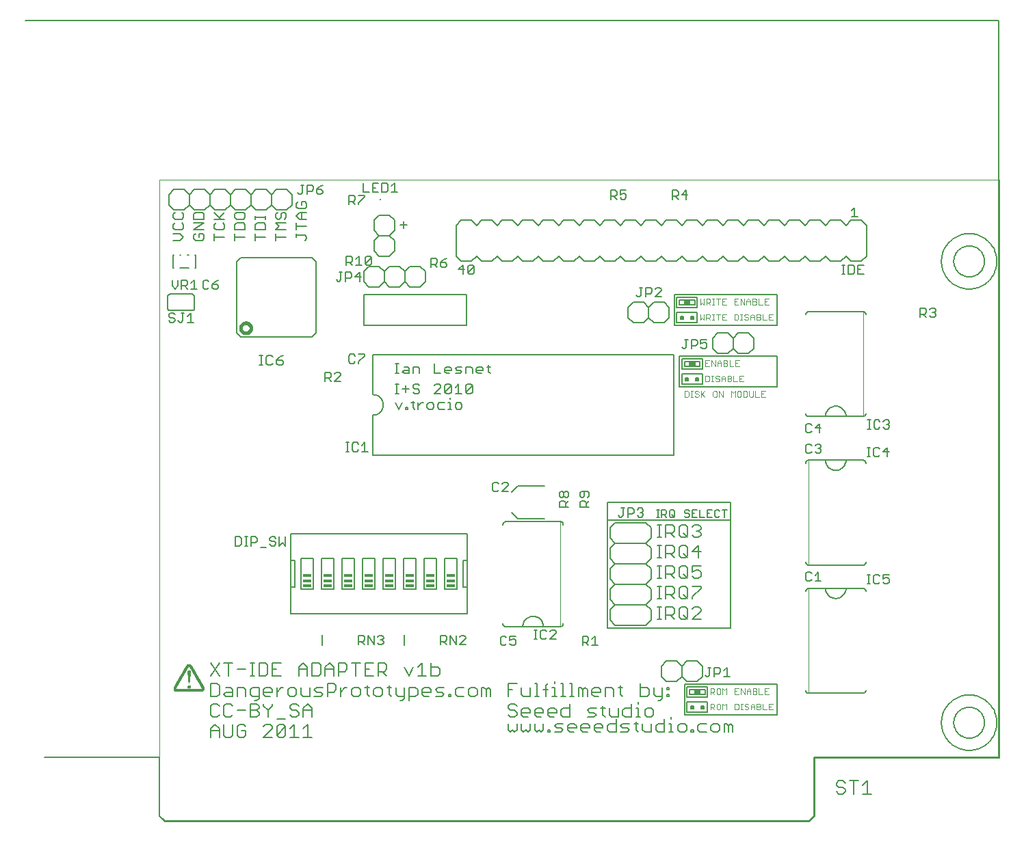
<source format=gto>
G75*
G70*
%OFA0B0*%
%FSLAX24Y24*%
%IPPOS*%
%LPD*%
%AMOC8*
5,1,8,0,0,1.08239X$1,22.5*
%
%ADD10C,0.0000*%
%ADD11C,0.0070*%
%ADD12C,0.0050*%
%ADD13C,0.0080*%
%ADD14C,0.0040*%
%ADD15C,0.0060*%
%ADD16C,0.0030*%
%ADD17C,0.0020*%
%ADD18R,0.0400X0.0150*%
%ADD19R,0.0079X0.0079*%
%ADD20R,0.0006X0.0006*%
%ADD21R,0.0006X0.0006*%
%ADD22R,0.0006X0.0006*%
%ADD23R,0.0006X0.0006*%
%ADD24C,0.0079*%
%ADD25C,0.0160*%
%ADD26R,0.0039X0.0551*%
%ADD27R,0.0079X0.0551*%
%ADD28R,0.0079X0.0039*%
D10*
X008092Y007958D02*
X039530Y007958D01*
X039780Y008208D01*
X039780Y011052D01*
X048775Y011052D01*
X048775Y039267D01*
X007842Y039267D01*
X007842Y008271D01*
X007842Y008208D01*
X008092Y007958D01*
D11*
X010346Y012056D02*
X010346Y012476D01*
X010556Y012686D01*
X010766Y012476D01*
X010766Y012056D01*
X010991Y012161D02*
X011096Y012056D01*
X011306Y012056D01*
X011411Y012161D01*
X011411Y012686D01*
X011635Y012581D02*
X011635Y012161D01*
X011740Y012056D01*
X011950Y012056D01*
X012055Y012161D01*
X012055Y012371D01*
X011845Y012371D01*
X011635Y012581D02*
X011740Y012686D01*
X011950Y012686D01*
X012055Y012581D01*
X012280Y013056D02*
X012595Y013056D01*
X012700Y013161D01*
X012700Y013266D01*
X012595Y013371D01*
X012280Y013371D01*
X012055Y013371D02*
X011635Y013371D01*
X011411Y013581D02*
X011306Y013686D01*
X011096Y013686D01*
X010991Y013581D01*
X010991Y013161D01*
X011096Y013056D01*
X011306Y013056D01*
X011411Y013161D01*
X010991Y012686D02*
X010991Y012161D01*
X010766Y012371D02*
X010346Y012371D01*
X010451Y013056D02*
X010346Y013161D01*
X010346Y013581D01*
X010451Y013686D01*
X010661Y013686D01*
X010766Y013581D01*
X010766Y013161D02*
X010661Y013056D01*
X010451Y013056D01*
X010346Y014056D02*
X010661Y014056D01*
X010766Y014161D01*
X010766Y014581D01*
X010661Y014686D01*
X010346Y014686D01*
X010346Y014056D01*
X010991Y014161D02*
X011096Y014266D01*
X011411Y014266D01*
X011411Y014371D02*
X011411Y014056D01*
X011096Y014056D01*
X010991Y014161D01*
X011096Y014476D02*
X011306Y014476D01*
X011411Y014371D01*
X011635Y014476D02*
X011635Y014056D01*
X011635Y014476D02*
X011950Y014476D01*
X012055Y014371D01*
X012055Y014056D01*
X012280Y014161D02*
X012385Y014056D01*
X012700Y014056D01*
X012700Y013951D02*
X012700Y014476D01*
X012385Y014476D01*
X012280Y014371D01*
X012280Y014161D01*
X012490Y013846D02*
X012595Y013846D01*
X012700Y013951D01*
X012595Y013686D02*
X012700Y013581D01*
X012700Y013476D01*
X012595Y013371D01*
X012595Y013686D02*
X012280Y013686D01*
X012280Y013056D01*
X012924Y012581D02*
X013029Y012686D01*
X013239Y012686D01*
X013344Y012581D01*
X013344Y012476D01*
X012924Y012056D01*
X013344Y012056D01*
X013569Y012161D02*
X013989Y012581D01*
X013989Y012161D01*
X013884Y012056D01*
X013674Y012056D01*
X013569Y012161D01*
X013569Y012581D01*
X013674Y012686D01*
X013884Y012686D01*
X013989Y012581D01*
X014213Y012476D02*
X014423Y012686D01*
X014423Y012056D01*
X014213Y012056D02*
X014634Y012056D01*
X014858Y012056D02*
X015278Y012056D01*
X015068Y012056D02*
X015068Y012686D01*
X014858Y012476D01*
X013989Y012951D02*
X013569Y012951D01*
X013134Y013056D02*
X013134Y013371D01*
X013344Y013581D01*
X013344Y013686D01*
X013134Y013371D02*
X012924Y013581D01*
X012924Y013686D01*
X013029Y014056D02*
X012924Y014161D01*
X012924Y014371D01*
X013029Y014476D01*
X013239Y014476D01*
X013344Y014371D01*
X013344Y014266D01*
X012924Y014266D01*
X013029Y014056D02*
X013239Y014056D01*
X013569Y014056D02*
X013569Y014476D01*
X013569Y014266D02*
X013779Y014476D01*
X013884Y014476D01*
X014106Y014371D02*
X014211Y014476D01*
X014421Y014476D01*
X014526Y014371D01*
X014526Y014161D01*
X014421Y014056D01*
X014211Y014056D01*
X014106Y014161D01*
X014106Y014371D01*
X014750Y014476D02*
X014750Y014161D01*
X014855Y014056D01*
X015171Y014056D01*
X015171Y014476D01*
X015395Y014371D02*
X015500Y014476D01*
X015815Y014476D01*
X015710Y014266D02*
X015500Y014266D01*
X015395Y014371D01*
X015395Y014056D02*
X015710Y014056D01*
X015815Y014161D01*
X015710Y014266D01*
X016039Y014266D02*
X016355Y014266D01*
X016460Y014371D01*
X016460Y014581D01*
X016355Y014686D01*
X016039Y014686D01*
X016039Y014056D01*
X016684Y014056D02*
X016684Y014476D01*
X016684Y014266D02*
X016894Y014476D01*
X016999Y014476D01*
X017221Y014371D02*
X017326Y014476D01*
X017536Y014476D01*
X017641Y014371D01*
X017641Y014161D01*
X017536Y014056D01*
X017326Y014056D01*
X017221Y014161D01*
X017221Y014371D01*
X017865Y014476D02*
X018076Y014476D01*
X017971Y014581D02*
X017971Y014161D01*
X018076Y014056D01*
X018295Y014161D02*
X018400Y014056D01*
X018610Y014056D01*
X018716Y014161D01*
X018716Y014371D01*
X018610Y014476D01*
X018400Y014476D01*
X018295Y014371D01*
X018295Y014161D01*
X018940Y014476D02*
X019150Y014476D01*
X019045Y014581D02*
X019045Y014161D01*
X019150Y014056D01*
X019369Y014161D02*
X019474Y014056D01*
X019790Y014056D01*
X019790Y013951D02*
X019685Y013846D01*
X019580Y013846D01*
X019790Y013951D02*
X019790Y014476D01*
X020014Y014476D02*
X020329Y014476D01*
X020434Y014371D01*
X020434Y014161D01*
X020329Y014056D01*
X020014Y014056D01*
X020014Y013846D02*
X020014Y014476D01*
X020009Y015056D02*
X020219Y015476D01*
X020444Y015476D02*
X020654Y015686D01*
X020654Y015056D01*
X020444Y015056D02*
X020864Y015056D01*
X021088Y015056D02*
X021403Y015056D01*
X021509Y015161D01*
X021509Y015371D01*
X021403Y015476D01*
X021088Y015476D01*
X021088Y015686D02*
X021088Y015056D01*
X020974Y014476D02*
X020764Y014476D01*
X020658Y014371D01*
X020658Y014161D01*
X020764Y014056D01*
X020974Y014056D01*
X021079Y014266D02*
X020658Y014266D01*
X020974Y014476D02*
X021079Y014371D01*
X021079Y014266D01*
X021303Y014371D02*
X021408Y014476D01*
X021723Y014476D01*
X021618Y014266D02*
X021408Y014266D01*
X021303Y014371D01*
X021303Y014056D02*
X021618Y014056D01*
X021723Y014161D01*
X021618Y014266D01*
X021947Y014161D02*
X022053Y014161D01*
X022053Y014056D01*
X021947Y014056D01*
X021947Y014161D01*
X022270Y014161D02*
X022375Y014056D01*
X022690Y014056D01*
X022914Y014161D02*
X023019Y014056D01*
X023229Y014056D01*
X023335Y014161D01*
X023335Y014371D01*
X023229Y014476D01*
X023019Y014476D01*
X022914Y014371D01*
X022914Y014161D01*
X022690Y014476D02*
X022375Y014476D01*
X022270Y014371D01*
X022270Y014161D01*
X023559Y014056D02*
X023559Y014476D01*
X023664Y014476D01*
X023769Y014371D01*
X023874Y014476D01*
X023979Y014371D01*
X023979Y014056D01*
X023769Y014056D02*
X023769Y014371D01*
X024846Y014371D02*
X025056Y014371D01*
X024846Y014056D02*
X024846Y014686D01*
X025266Y014686D01*
X025491Y014476D02*
X025491Y014161D01*
X025596Y014056D01*
X025911Y014056D01*
X025911Y014476D01*
X026135Y014686D02*
X026240Y014686D01*
X026240Y014056D01*
X026135Y014056D02*
X026345Y014056D01*
X026670Y014056D02*
X026670Y014581D01*
X026775Y014686D01*
X026994Y014476D02*
X027100Y014476D01*
X027100Y014056D01*
X027205Y014056D02*
X026994Y014056D01*
X026775Y014371D02*
X026565Y014371D01*
X027100Y014686D02*
X027100Y014791D01*
X027424Y014686D02*
X027529Y014686D01*
X027529Y014056D01*
X027424Y014056D02*
X027634Y014056D01*
X027854Y014056D02*
X028064Y014056D01*
X027959Y014056D02*
X027959Y014686D01*
X027854Y014686D01*
X028284Y014476D02*
X028284Y014056D01*
X028494Y014056D02*
X028494Y014371D01*
X028599Y014476D01*
X028704Y014371D01*
X028704Y014056D01*
X028928Y014161D02*
X028928Y014371D01*
X029033Y014476D01*
X029243Y014476D01*
X029348Y014371D01*
X029348Y014266D01*
X028928Y014266D01*
X028928Y014161D02*
X029033Y014056D01*
X029243Y014056D01*
X029573Y014056D02*
X029573Y014476D01*
X029888Y014476D01*
X029993Y014371D01*
X029993Y014056D01*
X030322Y014161D02*
X030427Y014056D01*
X030322Y014161D02*
X030322Y014581D01*
X030217Y014476D02*
X030427Y014476D01*
X031291Y014476D02*
X031607Y014476D01*
X031712Y014371D01*
X031712Y014161D01*
X031607Y014056D01*
X031291Y014056D01*
X031291Y014686D01*
X031936Y014476D02*
X031936Y014161D01*
X032041Y014056D01*
X032356Y014056D01*
X032356Y013951D02*
X032251Y013846D01*
X032146Y013846D01*
X032356Y013951D02*
X032356Y014476D01*
X032580Y014476D02*
X032580Y014371D01*
X032685Y014371D01*
X032685Y014476D01*
X032580Y014476D01*
X032580Y014161D02*
X032580Y014056D01*
X032685Y014056D01*
X032685Y014161D01*
X032580Y014161D01*
X031821Y013476D02*
X031611Y013476D01*
X031506Y013371D01*
X031506Y013161D01*
X031611Y013056D01*
X031821Y013056D01*
X031926Y013161D01*
X031926Y013371D01*
X031821Y013476D01*
X031182Y013476D02*
X031182Y013056D01*
X031287Y013056D02*
X031076Y013056D01*
X030852Y013056D02*
X030537Y013056D01*
X030432Y013161D01*
X030432Y013371D01*
X030537Y013476D01*
X030852Y013476D01*
X030852Y013686D02*
X030852Y013056D01*
X031074Y012831D02*
X031074Y012411D01*
X031179Y012306D01*
X031399Y012411D02*
X031504Y012306D01*
X031819Y012306D01*
X031819Y012726D01*
X032043Y012621D02*
X032043Y012411D01*
X032148Y012306D01*
X032464Y012306D01*
X032464Y012936D01*
X032464Y012726D02*
X032148Y012726D01*
X032043Y012621D01*
X031399Y012726D02*
X031399Y012411D01*
X031179Y012726D02*
X030969Y012726D01*
X030745Y012726D02*
X030430Y012726D01*
X030324Y012621D01*
X030430Y012516D01*
X030640Y012516D01*
X030745Y012411D01*
X030640Y012306D01*
X030324Y012306D01*
X030100Y012306D02*
X029785Y012306D01*
X029680Y012411D01*
X029680Y012621D01*
X029785Y012726D01*
X030100Y012726D01*
X030100Y012936D02*
X030100Y012306D01*
X029456Y012516D02*
X029456Y012621D01*
X029351Y012726D01*
X029141Y012726D01*
X029035Y012621D01*
X029035Y012411D01*
X029141Y012306D01*
X029351Y012306D01*
X029456Y012516D02*
X029035Y012516D01*
X028811Y012516D02*
X028391Y012516D01*
X028391Y012411D02*
X028391Y012621D01*
X028496Y012726D01*
X028706Y012726D01*
X028811Y012621D01*
X028811Y012516D01*
X028706Y012306D02*
X028496Y012306D01*
X028391Y012411D01*
X028167Y012516D02*
X027746Y012516D01*
X027746Y012411D02*
X027746Y012621D01*
X027851Y012726D01*
X028062Y012726D01*
X028167Y012621D01*
X028167Y012516D01*
X028062Y012306D02*
X027851Y012306D01*
X027746Y012411D01*
X027522Y012411D02*
X027417Y012516D01*
X027207Y012516D01*
X027102Y012621D01*
X027207Y012726D01*
X027522Y012726D01*
X027522Y012411D02*
X027417Y012306D01*
X027102Y012306D01*
X026885Y012306D02*
X026780Y012306D01*
X026780Y012411D01*
X026885Y012411D01*
X026885Y012306D01*
X026555Y012411D02*
X026555Y012726D01*
X026555Y012411D02*
X026450Y012306D01*
X026345Y012411D01*
X026240Y012306D01*
X026135Y012411D01*
X026135Y012726D01*
X025911Y012726D02*
X025911Y012411D01*
X025806Y012306D01*
X025701Y012411D01*
X025596Y012306D01*
X025491Y012411D01*
X025491Y012726D01*
X025266Y012726D02*
X025266Y012411D01*
X025161Y012306D01*
X025056Y012411D01*
X024951Y012306D01*
X024846Y012411D01*
X024846Y012726D01*
X024951Y013056D02*
X024846Y013161D01*
X024951Y013056D02*
X025161Y013056D01*
X025266Y013161D01*
X025266Y013266D01*
X025161Y013371D01*
X024951Y013371D01*
X024846Y013476D01*
X024846Y013581D01*
X024951Y013686D01*
X025161Y013686D01*
X025266Y013581D01*
X025491Y013371D02*
X025596Y013476D01*
X025806Y013476D01*
X025911Y013371D01*
X025911Y013266D01*
X025491Y013266D01*
X025491Y013161D02*
X025491Y013371D01*
X025491Y013161D02*
X025596Y013056D01*
X025806Y013056D01*
X026135Y013161D02*
X026135Y013371D01*
X026240Y013476D01*
X026450Y013476D01*
X026555Y013371D01*
X026555Y013266D01*
X026135Y013266D01*
X026135Y013161D02*
X026240Y013056D01*
X026450Y013056D01*
X026780Y013161D02*
X026780Y013371D01*
X026885Y013476D01*
X027095Y013476D01*
X027200Y013371D01*
X027200Y013266D01*
X026780Y013266D01*
X026780Y013161D02*
X026885Y013056D01*
X027095Y013056D01*
X027424Y013161D02*
X027424Y013371D01*
X027529Y013476D01*
X027844Y013476D01*
X027844Y013686D02*
X027844Y013056D01*
X027529Y013056D01*
X027424Y013161D01*
X028713Y013056D02*
X029028Y013056D01*
X029134Y013161D01*
X029028Y013266D01*
X028818Y013266D01*
X028713Y013371D01*
X028818Y013476D01*
X029134Y013476D01*
X029358Y013476D02*
X029568Y013476D01*
X029463Y013581D02*
X029463Y013161D01*
X029568Y013056D01*
X029787Y013161D02*
X029892Y013056D01*
X030208Y013056D01*
X030208Y013476D01*
X029787Y013476D02*
X029787Y013161D01*
X031076Y013476D02*
X031182Y013476D01*
X031182Y013686D02*
X031182Y013791D01*
X032793Y013041D02*
X032793Y012936D01*
X032793Y012726D02*
X032793Y012306D01*
X032688Y012306D02*
X032898Y012306D01*
X033117Y012411D02*
X033223Y012306D01*
X033433Y012306D01*
X033538Y012411D01*
X033538Y012621D01*
X033433Y012726D01*
X033223Y012726D01*
X033117Y012621D01*
X033117Y012411D01*
X032793Y012726D02*
X032688Y012726D01*
X033762Y012411D02*
X033867Y012411D01*
X033867Y012306D01*
X033762Y012306D01*
X033762Y012411D01*
X034084Y012411D02*
X034084Y012621D01*
X034189Y012726D01*
X034505Y012726D01*
X034729Y012621D02*
X034729Y012411D01*
X034834Y012306D01*
X035044Y012306D01*
X035149Y012411D01*
X035149Y012621D01*
X035044Y012726D01*
X034834Y012726D01*
X034729Y012621D01*
X034505Y012306D02*
X034189Y012306D01*
X034084Y012411D01*
X035373Y012306D02*
X035373Y012726D01*
X035478Y012726D01*
X035583Y012621D01*
X035689Y012726D01*
X035794Y012621D01*
X035794Y012306D01*
X035583Y012306D02*
X035583Y012621D01*
X028494Y014371D02*
X028389Y014476D01*
X028284Y014476D01*
X020009Y015056D02*
X019799Y015476D01*
X018930Y015371D02*
X018825Y015266D01*
X018510Y015266D01*
X018720Y015266D02*
X018930Y015056D01*
X018930Y015371D02*
X018930Y015581D01*
X018825Y015686D01*
X018510Y015686D01*
X018510Y015056D01*
X018286Y015056D02*
X017866Y015056D01*
X017866Y015686D01*
X018286Y015686D01*
X018076Y015371D02*
X017866Y015371D01*
X017641Y015686D02*
X017221Y015686D01*
X017431Y015686D02*
X017431Y015056D01*
X016997Y015371D02*
X016892Y015266D01*
X016576Y015266D01*
X016576Y015056D02*
X016576Y015686D01*
X016892Y015686D01*
X016997Y015581D01*
X016997Y015371D01*
X016352Y015371D02*
X015932Y015371D01*
X015932Y015476D02*
X015932Y015056D01*
X015708Y015161D02*
X015708Y015581D01*
X015603Y015686D01*
X015287Y015686D01*
X015287Y015056D01*
X015603Y015056D01*
X015708Y015161D01*
X015932Y015476D02*
X016142Y015686D01*
X016352Y015476D01*
X016352Y015056D01*
X015063Y015056D02*
X015063Y015476D01*
X014853Y015686D01*
X014643Y015476D01*
X014643Y015056D01*
X014643Y015371D02*
X015063Y015371D01*
X013774Y015056D02*
X013354Y015056D01*
X013354Y015686D01*
X013774Y015686D01*
X013564Y015371D02*
X013354Y015371D01*
X013130Y015161D02*
X013130Y015581D01*
X013025Y015686D01*
X012709Y015686D01*
X012709Y015056D01*
X013025Y015056D01*
X013130Y015161D01*
X012490Y015056D02*
X012280Y015056D01*
X012385Y015056D02*
X012385Y015686D01*
X012280Y015686D02*
X012490Y015686D01*
X012055Y015371D02*
X011635Y015371D01*
X011411Y015686D02*
X010991Y015686D01*
X011201Y015686D02*
X011201Y015056D01*
X010766Y015056D02*
X010346Y015686D01*
X010766Y015686D02*
X010346Y015056D01*
X014213Y013581D02*
X014213Y013476D01*
X014318Y013371D01*
X014528Y013371D01*
X014634Y013266D01*
X014634Y013161D01*
X014528Y013056D01*
X014318Y013056D01*
X014213Y013161D01*
X014213Y013581D02*
X014318Y013686D01*
X014528Y013686D01*
X014634Y013581D01*
X014858Y013476D02*
X015068Y013686D01*
X015278Y013476D01*
X015278Y013056D01*
X015278Y013371D02*
X014858Y013371D01*
X014858Y013476D02*
X014858Y013056D01*
X019369Y014161D02*
X019369Y014476D01*
X019509Y028056D02*
X019346Y028383D01*
X019673Y028383D02*
X019509Y028056D01*
X019862Y028056D02*
X019943Y028056D01*
X019943Y028137D01*
X019862Y028137D01*
X019862Y028056D01*
X020201Y028137D02*
X020201Y028464D01*
X020119Y028383D02*
X020283Y028383D01*
X020463Y028383D02*
X020463Y028056D01*
X020463Y028219D02*
X020627Y028383D01*
X020708Y028383D01*
X020893Y028301D02*
X020893Y028137D01*
X020975Y028056D01*
X021138Y028056D01*
X021220Y028137D01*
X021220Y028301D01*
X021138Y028383D01*
X020975Y028383D01*
X020893Y028301D01*
X021409Y028301D02*
X021409Y028137D01*
X021490Y028056D01*
X021735Y028056D01*
X021924Y028056D02*
X022088Y028056D01*
X022006Y028056D02*
X022006Y028383D01*
X021924Y028383D01*
X022006Y028546D02*
X022006Y028628D01*
X021997Y028806D02*
X021834Y028806D01*
X021752Y028887D01*
X022079Y029214D01*
X022079Y028887D01*
X021997Y028806D01*
X021752Y028887D02*
X021752Y029214D01*
X021834Y029296D01*
X021997Y029296D01*
X022079Y029214D01*
X022268Y029133D02*
X022431Y029296D01*
X022431Y028806D01*
X022268Y028806D02*
X022595Y028806D01*
X022784Y028887D02*
X023110Y029214D01*
X023110Y028887D01*
X023029Y028806D01*
X022865Y028806D01*
X022784Y028887D01*
X022784Y029214D01*
X022865Y029296D01*
X023029Y029296D01*
X023110Y029214D01*
X023110Y029806D02*
X023110Y030051D01*
X023029Y030133D01*
X022784Y030133D01*
X022784Y029806D01*
X022595Y029887D02*
X022513Y029969D01*
X022350Y029969D01*
X022268Y030051D01*
X022350Y030133D01*
X022595Y030133D01*
X022595Y029887D02*
X022513Y029806D01*
X022268Y029806D01*
X022079Y029969D02*
X021752Y029969D01*
X021752Y029887D02*
X021752Y030051D01*
X021834Y030133D01*
X021997Y030133D01*
X022079Y030051D01*
X022079Y029969D01*
X021997Y029806D02*
X021834Y029806D01*
X021752Y029887D01*
X021564Y029806D02*
X021237Y029806D01*
X021237Y030296D01*
X020532Y030051D02*
X020532Y029806D01*
X020532Y030051D02*
X020451Y030133D01*
X020205Y030133D01*
X020205Y029806D01*
X020017Y029806D02*
X020017Y030051D01*
X019935Y030133D01*
X019771Y030133D01*
X019771Y029969D02*
X020017Y029969D01*
X020017Y029806D02*
X019771Y029806D01*
X019690Y029887D01*
X019771Y029969D01*
X019509Y029806D02*
X019346Y029806D01*
X019428Y029806D02*
X019428Y030296D01*
X019509Y030296D02*
X019346Y030296D01*
X019346Y029296D02*
X019509Y029296D01*
X019428Y029296D02*
X019428Y028806D01*
X019509Y028806D02*
X019346Y028806D01*
X019690Y029051D02*
X020017Y029051D01*
X020205Y029133D02*
X020287Y029051D01*
X020451Y029051D01*
X020532Y028969D01*
X020532Y028887D01*
X020451Y028806D01*
X020287Y028806D01*
X020205Y028887D01*
X020205Y029133D02*
X020205Y029214D01*
X020287Y029296D01*
X020451Y029296D01*
X020532Y029214D01*
X019853Y029214D02*
X019853Y028887D01*
X020201Y028137D02*
X020283Y028056D01*
X021409Y028301D02*
X021490Y028383D01*
X021735Y028383D01*
X021564Y028806D02*
X021237Y028806D01*
X021564Y029133D01*
X021564Y029214D01*
X021482Y029296D01*
X021318Y029296D01*
X021237Y029214D01*
X022268Y028301D02*
X022268Y028137D01*
X022350Y028056D01*
X022513Y028056D01*
X022595Y028137D01*
X022595Y028301D01*
X022513Y028383D01*
X022350Y028383D01*
X022268Y028301D01*
X023381Y029806D02*
X023299Y029887D01*
X023299Y030051D01*
X023381Y030133D01*
X023544Y030133D01*
X023626Y030051D01*
X023626Y029969D01*
X023299Y029969D01*
X023381Y029806D02*
X023544Y029806D01*
X023897Y029887D02*
X023978Y029806D01*
X023897Y029887D02*
X023897Y030214D01*
X023978Y030133D02*
X023815Y030133D01*
X013885Y030296D02*
X013885Y030376D01*
X013805Y030456D01*
X013565Y030456D01*
X013565Y030296D01*
X013645Y030216D01*
X013805Y030216D01*
X013885Y030296D01*
X013725Y030616D02*
X013565Y030456D01*
X013725Y030616D02*
X013885Y030696D01*
X013379Y030616D02*
X013299Y030696D01*
X013139Y030696D01*
X013059Y030616D01*
X013059Y030296D01*
X013139Y030216D01*
X013299Y030216D01*
X013379Y030296D01*
X012881Y030216D02*
X012721Y030216D01*
X012801Y030216D02*
X012801Y030696D01*
X012721Y030696D02*
X012881Y030696D01*
D12*
X009526Y032296D02*
X009225Y032296D01*
X009376Y032296D02*
X009376Y032746D01*
X009225Y032596D01*
X009065Y032746D02*
X008915Y032746D01*
X008990Y032746D02*
X008990Y032371D01*
X008915Y032296D01*
X008840Y032296D01*
X008765Y032371D01*
X008605Y032371D02*
X008530Y032296D01*
X008380Y032296D01*
X008305Y032371D01*
X008380Y032521D02*
X008530Y032521D01*
X008605Y032446D01*
X008605Y032371D01*
X008380Y032521D02*
X008305Y032596D01*
X008305Y032671D01*
X008380Y032746D01*
X008530Y032746D01*
X008605Y032671D01*
X016961Y035077D02*
X016961Y035527D01*
X017186Y035527D01*
X017261Y035452D01*
X017261Y035302D01*
X017186Y035227D01*
X016961Y035227D01*
X017111Y035227D02*
X017261Y035077D01*
X017421Y035077D02*
X017722Y035077D01*
X017571Y035077D02*
X017571Y035527D01*
X017421Y035377D01*
X017882Y035452D02*
X017882Y035152D01*
X018182Y035452D01*
X018182Y035152D01*
X018107Y035077D01*
X017957Y035077D01*
X017882Y035152D01*
X017882Y035452D02*
X017957Y035527D01*
X018107Y035527D01*
X018182Y035452D01*
X017811Y033646D02*
X017811Y032146D01*
X022811Y032146D01*
X022811Y033646D01*
X017811Y033646D01*
X022415Y034871D02*
X022716Y034871D01*
X022876Y035021D02*
X022951Y035096D01*
X023101Y035096D01*
X023176Y035021D01*
X022876Y034721D01*
X022951Y034646D01*
X023101Y034646D01*
X023176Y034721D01*
X023176Y035021D01*
X022876Y035021D02*
X022876Y034721D01*
X022640Y034646D02*
X022640Y035096D01*
X022415Y034871D01*
X032936Y033646D02*
X032936Y032146D01*
X037936Y032146D01*
X037936Y033646D01*
X032936Y033646D01*
X033061Y033521D02*
X034061Y033521D01*
X034061Y033021D01*
X033061Y033021D01*
X033061Y033521D01*
X033186Y033396D02*
X033186Y033146D01*
X033936Y033146D01*
X033936Y033396D01*
X033186Y033396D01*
X033436Y033396D02*
X033686Y033396D01*
X033686Y033371D01*
X033686Y033171D01*
X033436Y033171D01*
X033436Y033371D01*
X033686Y033371D01*
X033686Y033321D01*
X033436Y033321D01*
X033436Y033371D01*
X033436Y033396D01*
X033436Y033321D02*
X033436Y033271D01*
X033686Y033271D01*
X033686Y033221D01*
X033436Y033221D01*
X033436Y033271D01*
X033436Y033221D02*
X033436Y033171D01*
X033436Y033146D01*
X033686Y033146D01*
X033686Y033171D01*
X033686Y033221D01*
X033686Y033271D02*
X033686Y033321D01*
X034061Y032771D02*
X033061Y032771D01*
X033061Y032271D01*
X034061Y032271D01*
X034061Y032771D01*
X033874Y032583D02*
X033749Y032583D01*
X033749Y032571D01*
X033749Y032458D01*
X033874Y032458D01*
X033874Y032471D01*
X033874Y032571D01*
X033749Y032571D01*
X033749Y032521D01*
X033874Y032521D01*
X033874Y032471D01*
X033749Y032471D01*
X033749Y032521D01*
X033749Y032471D02*
X033749Y032458D01*
X033874Y032521D02*
X033874Y032571D01*
X033874Y032583D01*
X033374Y032583D02*
X033374Y032471D01*
X033249Y032471D01*
X033249Y032571D01*
X033374Y032571D01*
X033374Y032521D01*
X033249Y032521D01*
X033249Y032571D01*
X033249Y032583D01*
X033374Y032583D01*
X033374Y032571D01*
X033374Y032521D02*
X033374Y032471D01*
X033374Y032458D01*
X033249Y032458D01*
X033249Y032471D01*
X033249Y032521D01*
X033456Y031466D02*
X033606Y031466D01*
X033531Y031466D02*
X033531Y031091D01*
X033456Y031016D01*
X033381Y031016D01*
X033306Y031091D01*
X033186Y030646D02*
X033186Y029146D01*
X037936Y029146D01*
X037936Y030646D01*
X033186Y030646D01*
X033311Y030521D02*
X034311Y030521D01*
X034311Y030021D01*
X033311Y030021D01*
X033311Y030521D01*
X033436Y030396D02*
X034186Y030396D01*
X034186Y030146D01*
X033436Y030146D01*
X033436Y030396D01*
X033686Y030396D02*
X033936Y030396D01*
X033936Y030371D01*
X033936Y030171D01*
X033686Y030171D01*
X033686Y030371D01*
X033936Y030371D01*
X033936Y030321D01*
X033686Y030321D01*
X033686Y030371D01*
X033686Y030396D01*
X033686Y030321D02*
X033686Y030271D01*
X033936Y030271D01*
X033936Y030221D01*
X033686Y030221D01*
X033686Y030271D01*
X033686Y030221D02*
X033686Y030171D01*
X033686Y030146D01*
X033936Y030146D01*
X033936Y030171D01*
X033936Y030221D01*
X033936Y030271D02*
X033936Y030321D01*
X034311Y029771D02*
X033311Y029771D01*
X033311Y029271D01*
X034311Y029271D01*
X034311Y029771D01*
X034124Y029583D02*
X033999Y029583D01*
X033999Y029571D01*
X033999Y029458D01*
X034124Y029458D01*
X034124Y029471D01*
X034124Y029571D01*
X033999Y029571D01*
X033999Y029521D01*
X034124Y029521D01*
X034124Y029471D01*
X033999Y029471D01*
X033999Y029521D01*
X033999Y029471D02*
X033999Y029458D01*
X034124Y029521D02*
X034124Y029571D01*
X034124Y029583D01*
X033624Y029583D02*
X033624Y029471D01*
X033499Y029471D01*
X033499Y029571D01*
X033624Y029571D01*
X033624Y029521D01*
X033499Y029521D01*
X033499Y029571D01*
X033499Y029583D01*
X033624Y029583D01*
X033624Y029571D01*
X033624Y029521D02*
X033624Y029471D01*
X033624Y029458D01*
X033499Y029458D01*
X033499Y029471D01*
X033499Y029521D01*
X033766Y031016D02*
X033766Y031466D01*
X033992Y031466D01*
X034067Y031391D01*
X034067Y031241D01*
X033992Y031166D01*
X033766Y031166D01*
X034227Y031241D02*
X034227Y031466D01*
X034527Y031466D01*
X034452Y031316D02*
X034377Y031316D01*
X034227Y031241D01*
X034227Y031091D02*
X034302Y031016D01*
X034452Y031016D01*
X034527Y031091D01*
X034527Y031241D01*
X034452Y031316D01*
X041576Y037446D02*
X041876Y037446D01*
X041726Y037446D02*
X041726Y037896D01*
X041576Y037746D01*
X044915Y032996D02*
X045140Y032996D01*
X045216Y032921D01*
X045216Y032771D01*
X045140Y032696D01*
X044915Y032696D01*
X044915Y032546D02*
X044915Y032996D01*
X045065Y032696D02*
X045216Y032546D01*
X045376Y032621D02*
X045451Y032546D01*
X045601Y032546D01*
X045676Y032621D01*
X045676Y032696D01*
X045601Y032771D01*
X045526Y032771D01*
X045601Y032771D02*
X045676Y032846D01*
X045676Y032921D01*
X045601Y032996D01*
X045451Y032996D01*
X045376Y032921D01*
X035686Y023521D02*
X029686Y023521D01*
X029686Y022646D01*
X035686Y022646D01*
X035686Y017396D01*
X029686Y017396D01*
X029686Y022646D01*
X028786Y023296D02*
X028336Y023296D01*
X028336Y023521D01*
X028411Y023596D01*
X028561Y023596D01*
X028636Y023521D01*
X028636Y023296D01*
X028636Y023446D02*
X028786Y023596D01*
X028711Y023756D02*
X028786Y023831D01*
X028786Y023981D01*
X028711Y024056D01*
X028411Y024056D01*
X028336Y023981D01*
X028336Y023831D01*
X028411Y023756D01*
X028486Y023756D01*
X028561Y023831D01*
X028561Y024056D01*
X027786Y023981D02*
X027786Y023831D01*
X027711Y023756D01*
X027636Y023756D01*
X027561Y023831D01*
X027561Y023981D01*
X027636Y024056D01*
X027711Y024056D01*
X027786Y023981D01*
X027561Y023981D02*
X027486Y024056D01*
X027411Y024056D01*
X027336Y023981D01*
X027336Y023831D01*
X027411Y023756D01*
X027486Y023756D01*
X027561Y023831D01*
X027561Y023596D02*
X027636Y023521D01*
X027636Y023296D01*
X027636Y023446D02*
X027786Y023596D01*
X027561Y023596D02*
X027411Y023596D01*
X027336Y023521D01*
X027336Y023296D01*
X027786Y023296D01*
X032086Y023146D02*
X032203Y023146D01*
X032144Y023146D02*
X032144Y022796D01*
X032086Y022796D02*
X032203Y022796D01*
X032332Y022796D02*
X032332Y023146D01*
X032507Y023146D01*
X032565Y023088D01*
X032565Y022971D01*
X032507Y022912D01*
X032332Y022912D01*
X032448Y022912D02*
X032565Y022796D01*
X032700Y022854D02*
X032758Y022796D01*
X032875Y022796D01*
X032933Y022854D01*
X032933Y023088D01*
X032875Y023146D01*
X032758Y023146D01*
X032700Y023088D01*
X032700Y022854D01*
X032817Y022912D02*
X032933Y022796D01*
X033436Y022854D02*
X033495Y022796D01*
X033612Y022796D01*
X033670Y022854D01*
X033670Y022912D01*
X033612Y022971D01*
X033495Y022971D01*
X033436Y023029D01*
X033436Y023088D01*
X033495Y023146D01*
X033612Y023146D01*
X033670Y023088D01*
X033805Y023146D02*
X033805Y022796D01*
X034038Y022796D01*
X034173Y022796D02*
X034407Y022796D01*
X034541Y022796D02*
X034541Y023146D01*
X034775Y023146D01*
X034910Y023088D02*
X034968Y023146D01*
X035085Y023146D01*
X035143Y023088D01*
X035278Y023146D02*
X035511Y023146D01*
X035395Y023146D02*
X035395Y022796D01*
X035143Y022854D02*
X035085Y022796D01*
X034968Y022796D01*
X034910Y022854D01*
X034910Y023088D01*
X034658Y022971D02*
X034541Y022971D01*
X034541Y022796D02*
X034775Y022796D01*
X034173Y022796D02*
X034173Y023146D01*
X034038Y023146D02*
X033805Y023146D01*
X033805Y022971D02*
X033921Y022971D01*
X035686Y022646D02*
X035686Y023521D01*
X034561Y014521D02*
X033561Y014521D01*
X033561Y014021D01*
X034561Y014021D01*
X034561Y014521D01*
X034436Y014396D02*
X034436Y014146D01*
X033686Y014146D01*
X033686Y014396D01*
X034436Y014396D01*
X034186Y014396D02*
X033936Y014396D01*
X033936Y014371D01*
X033936Y014171D01*
X034186Y014171D01*
X034186Y014371D01*
X033936Y014371D01*
X033936Y014321D01*
X034186Y014321D01*
X034186Y014271D01*
X033936Y014271D01*
X033936Y014321D01*
X033936Y014271D02*
X033936Y014221D01*
X034186Y014221D01*
X034186Y014171D01*
X034186Y014146D01*
X033936Y014146D01*
X033936Y014171D01*
X033936Y014221D01*
X034186Y014221D02*
X034186Y014271D01*
X034186Y014321D02*
X034186Y014371D01*
X034186Y014396D01*
X034561Y013771D02*
X033561Y013771D01*
X033561Y013271D01*
X034561Y013271D01*
X034561Y013771D01*
X034374Y013583D02*
X034249Y013583D01*
X034249Y013571D01*
X034249Y013458D01*
X034374Y013458D01*
X034374Y013471D01*
X034374Y013571D01*
X034249Y013571D01*
X034249Y013521D01*
X034374Y013521D01*
X034374Y013471D01*
X034249Y013471D01*
X034249Y013521D01*
X034249Y013471D02*
X034249Y013458D01*
X034374Y013521D02*
X034374Y013571D01*
X034374Y013583D01*
X033874Y013583D02*
X033874Y013471D01*
X033749Y013471D01*
X033749Y013571D01*
X033874Y013571D01*
X033874Y013521D01*
X033749Y013521D01*
X033749Y013571D01*
X033749Y013583D01*
X033874Y013583D01*
X033874Y013571D01*
X033874Y013521D02*
X033874Y013471D01*
X033874Y013458D01*
X033749Y013458D01*
X033749Y013471D01*
X033749Y013521D01*
X033436Y013146D02*
X033436Y014646D01*
X037936Y014646D01*
X037936Y013146D01*
X033436Y013146D01*
X022770Y016583D02*
X022469Y016583D01*
X022770Y016883D01*
X022770Y016958D01*
X022694Y017033D01*
X022544Y017033D01*
X022469Y016958D01*
X022309Y017033D02*
X022309Y016583D01*
X022009Y017033D01*
X022009Y016583D01*
X021849Y016583D02*
X021699Y016733D01*
X021774Y016733D02*
X021549Y016733D01*
X021549Y016583D02*
X021549Y017033D01*
X021774Y017033D01*
X021849Y016958D01*
X021849Y016808D01*
X021774Y016733D01*
X018770Y016733D02*
X018770Y016658D01*
X018694Y016583D01*
X018544Y016583D01*
X018469Y016658D01*
X018309Y016583D02*
X018309Y017033D01*
X018469Y016958D02*
X018544Y017033D01*
X018694Y017033D01*
X018770Y016958D01*
X018770Y016883D01*
X018694Y016808D01*
X018770Y016733D01*
X018694Y016808D02*
X018619Y016808D01*
X018309Y016583D02*
X018009Y017033D01*
X018009Y016583D01*
X017849Y016583D02*
X017699Y016733D01*
X017774Y016733D02*
X017549Y016733D01*
X017549Y016583D02*
X017549Y017033D01*
X017774Y017033D01*
X017849Y016958D01*
X017849Y016808D01*
X017774Y016733D01*
D13*
X025004Y023029D02*
X025319Y022714D01*
X026618Y022714D01*
X025004Y024013D02*
X025319Y024328D01*
X026618Y024328D01*
X032101Y022431D02*
X032308Y022431D01*
X032204Y022431D02*
X032204Y021811D01*
X032101Y021811D02*
X032308Y021811D01*
X032531Y021811D02*
X032531Y022431D01*
X032841Y022431D01*
X032944Y022328D01*
X032944Y022121D01*
X032841Y022018D01*
X032531Y022018D01*
X032738Y022018D02*
X032944Y021811D01*
X033175Y021914D02*
X033175Y022328D01*
X033279Y022431D01*
X033485Y022431D01*
X033589Y022328D01*
X033589Y021914D01*
X033485Y021811D01*
X033279Y021811D01*
X033175Y021914D01*
X033382Y022018D02*
X033589Y021811D01*
X033820Y021914D02*
X033923Y021811D01*
X034130Y021811D01*
X034233Y021914D01*
X034233Y022018D01*
X034130Y022121D01*
X034027Y022121D01*
X034130Y022121D02*
X034233Y022224D01*
X034233Y022328D01*
X034130Y022431D01*
X033923Y022431D01*
X033820Y022328D01*
X034130Y021431D02*
X033820Y021121D01*
X034233Y021121D01*
X034130Y020811D02*
X034130Y021431D01*
X033589Y021328D02*
X033589Y020914D01*
X033485Y020811D01*
X033279Y020811D01*
X033175Y020914D01*
X033175Y021328D01*
X033279Y021431D01*
X033485Y021431D01*
X033589Y021328D01*
X033382Y021018D02*
X033589Y020811D01*
X033485Y020431D02*
X033589Y020328D01*
X033589Y019914D01*
X033485Y019811D01*
X033279Y019811D01*
X033175Y019914D01*
X033175Y020328D01*
X033279Y020431D01*
X033485Y020431D01*
X033820Y020431D02*
X033820Y020121D01*
X034027Y020224D01*
X034130Y020224D01*
X034233Y020121D01*
X034233Y019914D01*
X034130Y019811D01*
X033923Y019811D01*
X033820Y019914D01*
X033589Y019811D02*
X033382Y020018D01*
X032944Y020121D02*
X032944Y020328D01*
X032841Y020431D01*
X032531Y020431D01*
X032531Y019811D01*
X032531Y020018D02*
X032841Y020018D01*
X032944Y020121D01*
X032738Y020018D02*
X032944Y019811D01*
X032841Y019431D02*
X032944Y019328D01*
X032944Y019121D01*
X032841Y019018D01*
X032531Y019018D01*
X032738Y019018D02*
X032944Y018811D01*
X033175Y018914D02*
X033175Y019328D01*
X033279Y019431D01*
X033485Y019431D01*
X033589Y019328D01*
X033589Y018914D01*
X033485Y018811D01*
X033279Y018811D01*
X033175Y018914D01*
X033382Y019018D02*
X033589Y018811D01*
X033820Y018811D02*
X033820Y018914D01*
X034233Y019328D01*
X034233Y019431D01*
X033820Y019431D01*
X032841Y019431D02*
X032531Y019431D01*
X032531Y018811D01*
X032308Y018811D02*
X032101Y018811D01*
X032204Y018811D02*
X032204Y019431D01*
X032101Y019431D02*
X032308Y019431D01*
X032308Y019811D02*
X032101Y019811D01*
X032204Y019811D02*
X032204Y020431D01*
X032101Y020431D02*
X032308Y020431D01*
X032308Y020811D02*
X032101Y020811D01*
X032204Y020811D02*
X032204Y021431D01*
X032101Y021431D02*
X032308Y021431D01*
X032531Y021431D02*
X032531Y020811D01*
X032531Y021018D02*
X032841Y021018D01*
X032944Y021121D01*
X032944Y021328D01*
X032841Y021431D01*
X032531Y021431D01*
X032738Y021018D02*
X032944Y020811D01*
X033820Y020431D02*
X034233Y020431D01*
X034130Y018431D02*
X033923Y018431D01*
X033820Y018328D01*
X033589Y018328D02*
X033589Y017914D01*
X033485Y017811D01*
X033279Y017811D01*
X033175Y017914D01*
X033175Y018328D01*
X033279Y018431D01*
X033485Y018431D01*
X033589Y018328D01*
X033382Y018018D02*
X033589Y017811D01*
X033820Y017811D02*
X034233Y018224D01*
X034233Y018328D01*
X034130Y018431D01*
X034233Y017811D02*
X033820Y017811D01*
X032944Y017811D02*
X032738Y018018D01*
X032841Y018018D02*
X032531Y018018D01*
X032531Y017811D02*
X032531Y018431D01*
X032841Y018431D01*
X032944Y018328D01*
X032944Y018121D01*
X032841Y018018D01*
X032308Y017811D02*
X032101Y017811D01*
X032204Y017811D02*
X032204Y018431D01*
X032101Y018431D02*
X032308Y018431D01*
X039761Y011071D02*
X048750Y011071D01*
X048761Y011083D02*
X048761Y047007D01*
X048764Y047021D02*
X001311Y047021D01*
X046563Y035271D02*
X046565Y035326D01*
X046571Y035380D01*
X046581Y035434D01*
X046595Y035486D01*
X046612Y035538D01*
X046634Y035588D01*
X046659Y035637D01*
X046687Y035684D01*
X046719Y035728D01*
X046754Y035770D01*
X046792Y035809D01*
X046833Y035846D01*
X046876Y035879D01*
X046921Y035909D01*
X046969Y035936D01*
X047018Y035959D01*
X047069Y035979D01*
X047122Y035995D01*
X047175Y036007D01*
X047229Y036015D01*
X047284Y036019D01*
X047338Y036019D01*
X047393Y036015D01*
X047447Y036007D01*
X047500Y035995D01*
X047553Y035979D01*
X047604Y035959D01*
X047653Y035936D01*
X047701Y035909D01*
X047746Y035879D01*
X047789Y035846D01*
X047830Y035809D01*
X047868Y035770D01*
X047903Y035728D01*
X047935Y035684D01*
X047963Y035637D01*
X047988Y035588D01*
X048010Y035538D01*
X048027Y035486D01*
X048041Y035434D01*
X048051Y035380D01*
X048057Y035326D01*
X048059Y035271D01*
X048057Y035216D01*
X048051Y035162D01*
X048041Y035108D01*
X048027Y035056D01*
X048010Y035004D01*
X047988Y034954D01*
X047963Y034905D01*
X047935Y034858D01*
X047903Y034814D01*
X047868Y034772D01*
X047830Y034733D01*
X047789Y034696D01*
X047746Y034663D01*
X047701Y034633D01*
X047653Y034606D01*
X047604Y034583D01*
X047553Y034563D01*
X047500Y034547D01*
X047447Y034535D01*
X047393Y034527D01*
X047338Y034523D01*
X047284Y034523D01*
X047229Y034527D01*
X047175Y034535D01*
X047122Y034547D01*
X047069Y034563D01*
X047018Y034583D01*
X046969Y034606D01*
X046921Y034633D01*
X046876Y034663D01*
X046833Y034696D01*
X046792Y034733D01*
X046754Y034772D01*
X046719Y034814D01*
X046687Y034858D01*
X046659Y034905D01*
X046634Y034954D01*
X046612Y035004D01*
X046595Y035056D01*
X046581Y035108D01*
X046571Y035162D01*
X046565Y035216D01*
X046563Y035271D01*
X046563Y012771D02*
X046565Y012826D01*
X046571Y012880D01*
X046581Y012934D01*
X046595Y012986D01*
X046612Y013038D01*
X046634Y013088D01*
X046659Y013137D01*
X046687Y013184D01*
X046719Y013228D01*
X046754Y013270D01*
X046792Y013309D01*
X046833Y013346D01*
X046876Y013379D01*
X046921Y013409D01*
X046969Y013436D01*
X047018Y013459D01*
X047069Y013479D01*
X047122Y013495D01*
X047175Y013507D01*
X047229Y013515D01*
X047284Y013519D01*
X047338Y013519D01*
X047393Y013515D01*
X047447Y013507D01*
X047500Y013495D01*
X047553Y013479D01*
X047604Y013459D01*
X047653Y013436D01*
X047701Y013409D01*
X047746Y013379D01*
X047789Y013346D01*
X047830Y013309D01*
X047868Y013270D01*
X047903Y013228D01*
X047935Y013184D01*
X047963Y013137D01*
X047988Y013088D01*
X048010Y013038D01*
X048027Y012986D01*
X048041Y012934D01*
X048051Y012880D01*
X048057Y012826D01*
X048059Y012771D01*
X048057Y012716D01*
X048051Y012662D01*
X048041Y012608D01*
X048027Y012556D01*
X048010Y012504D01*
X047988Y012454D01*
X047963Y012405D01*
X047935Y012358D01*
X047903Y012314D01*
X047868Y012272D01*
X047830Y012233D01*
X047789Y012196D01*
X047746Y012163D01*
X047701Y012133D01*
X047653Y012106D01*
X047604Y012083D01*
X047553Y012063D01*
X047500Y012047D01*
X047447Y012035D01*
X047393Y012027D01*
X047338Y012023D01*
X047284Y012023D01*
X047229Y012027D01*
X047175Y012035D01*
X047122Y012047D01*
X047069Y012063D01*
X047018Y012083D01*
X046969Y012106D01*
X046921Y012133D01*
X046876Y012163D01*
X046833Y012196D01*
X046792Y012233D01*
X046754Y012272D01*
X046719Y012314D01*
X046687Y012358D01*
X046659Y012405D01*
X046634Y012454D01*
X046612Y012504D01*
X046595Y012556D01*
X046581Y012608D01*
X046571Y012662D01*
X046565Y012716D01*
X046563Y012771D01*
X039761Y011071D02*
X039761Y008221D01*
X039511Y007971D01*
X008111Y007971D01*
X007861Y008221D01*
X007861Y011071D01*
X002261Y011071D01*
D14*
X033456Y028666D02*
X033596Y028666D01*
X033643Y028712D01*
X033643Y028899D01*
X033596Y028946D01*
X033456Y028946D01*
X033456Y028666D01*
X033751Y028666D02*
X033844Y028666D01*
X033797Y028666D02*
X033797Y028946D01*
X033751Y028946D02*
X033844Y028946D01*
X033947Y028899D02*
X033994Y028946D01*
X034087Y028946D01*
X034134Y028899D01*
X034087Y028806D02*
X034134Y028759D01*
X034134Y028712D01*
X034087Y028666D01*
X033994Y028666D01*
X033947Y028712D01*
X033994Y028806D02*
X034087Y028806D01*
X033994Y028806D02*
X033947Y028853D01*
X033947Y028899D01*
X034242Y028946D02*
X034242Y028666D01*
X034242Y028759D02*
X034429Y028946D01*
X034288Y028806D02*
X034429Y028666D01*
X034831Y028712D02*
X034878Y028666D01*
X034971Y028666D01*
X035018Y028712D01*
X035018Y028899D01*
X034971Y028946D01*
X034878Y028946D01*
X034831Y028899D01*
X034831Y028712D01*
X035126Y028666D02*
X035126Y028946D01*
X035312Y028666D01*
X035312Y028946D01*
X035715Y028946D02*
X035808Y028853D01*
X035902Y028946D01*
X035902Y028666D01*
X036010Y028712D02*
X036056Y028666D01*
X036150Y028666D01*
X036196Y028712D01*
X036196Y028899D01*
X036150Y028946D01*
X036056Y028946D01*
X036010Y028899D01*
X036010Y028712D01*
X036304Y028666D02*
X036444Y028666D01*
X036491Y028712D01*
X036491Y028899D01*
X036444Y028946D01*
X036304Y028946D01*
X036304Y028666D01*
X036599Y028712D02*
X036599Y028946D01*
X036786Y028946D02*
X036786Y028712D01*
X036739Y028666D01*
X036646Y028666D01*
X036599Y028712D01*
X036894Y028666D02*
X037080Y028666D01*
X037188Y028666D02*
X037375Y028666D01*
X037282Y028806D02*
X037188Y028806D01*
X037188Y028946D02*
X037188Y028666D01*
X037188Y028946D02*
X037375Y028946D01*
X036894Y028946D02*
X036894Y028666D01*
X036312Y029416D02*
X036126Y029416D01*
X036126Y029696D01*
X036312Y029696D01*
X036219Y029556D02*
X036126Y029556D01*
X036018Y029416D02*
X035831Y029416D01*
X035831Y029696D01*
X035723Y029649D02*
X035723Y029603D01*
X035676Y029556D01*
X035536Y029556D01*
X035429Y029556D02*
X035242Y029556D01*
X035242Y029603D02*
X035335Y029696D01*
X035429Y029603D01*
X035429Y029416D01*
X035536Y029416D02*
X035676Y029416D01*
X035723Y029462D01*
X035723Y029509D01*
X035676Y029556D01*
X035723Y029649D02*
X035676Y029696D01*
X035536Y029696D01*
X035536Y029416D01*
X035242Y029416D02*
X035242Y029603D01*
X035134Y029649D02*
X035087Y029696D01*
X034994Y029696D01*
X034947Y029649D01*
X034947Y029603D01*
X034994Y029556D01*
X035087Y029556D01*
X035134Y029509D01*
X035134Y029462D01*
X035087Y029416D01*
X034994Y029416D01*
X034947Y029462D01*
X034844Y029416D02*
X034751Y029416D01*
X034797Y029416D02*
X034797Y029696D01*
X034751Y029696D02*
X034844Y029696D01*
X034643Y029649D02*
X034596Y029696D01*
X034456Y029696D01*
X034456Y029416D01*
X034596Y029416D01*
X034643Y029462D01*
X034643Y029649D01*
X034643Y030166D02*
X034456Y030166D01*
X034456Y030446D01*
X034643Y030446D01*
X034751Y030446D02*
X034937Y030166D01*
X034937Y030446D01*
X035045Y030353D02*
X035139Y030446D01*
X035232Y030353D01*
X035232Y030166D01*
X035340Y030166D02*
X035480Y030166D01*
X035527Y030212D01*
X035527Y030259D01*
X035480Y030306D01*
X035340Y030306D01*
X035232Y030306D02*
X035045Y030306D01*
X035045Y030353D02*
X035045Y030166D01*
X034751Y030166D02*
X034751Y030446D01*
X034549Y030306D02*
X034456Y030306D01*
X035340Y030446D02*
X035480Y030446D01*
X035527Y030399D01*
X035527Y030353D01*
X035480Y030306D01*
X035340Y030166D02*
X035340Y030446D01*
X035635Y030446D02*
X035635Y030166D01*
X035821Y030166D01*
X035929Y030166D02*
X036116Y030166D01*
X036023Y030306D02*
X035929Y030306D01*
X035929Y030446D02*
X035929Y030166D01*
X035929Y030446D02*
X036116Y030446D01*
X035715Y028946D02*
X035715Y028666D01*
X035876Y033166D02*
X036062Y033166D01*
X036170Y033166D02*
X036170Y033446D01*
X036357Y033166D01*
X036357Y033446D01*
X036465Y033353D02*
X036465Y033166D01*
X036465Y033306D02*
X036652Y033306D01*
X036652Y033353D02*
X036652Y033166D01*
X036760Y033166D02*
X036900Y033166D01*
X036946Y033212D01*
X036946Y033259D01*
X036900Y033306D01*
X036760Y033306D01*
X036652Y033353D02*
X036558Y033446D01*
X036465Y033353D01*
X036760Y033446D02*
X036900Y033446D01*
X036946Y033399D01*
X036946Y033353D01*
X036900Y033306D01*
X036760Y033166D02*
X036760Y033446D01*
X037054Y033446D02*
X037054Y033166D01*
X037241Y033166D01*
X037349Y033166D02*
X037536Y033166D01*
X037442Y033306D02*
X037349Y033306D01*
X037349Y033446D02*
X037349Y033166D01*
X037349Y033446D02*
X037536Y033446D01*
X036062Y033446D02*
X035876Y033446D01*
X035876Y033166D01*
X035876Y033306D02*
X035969Y033306D01*
X035473Y033446D02*
X035286Y033446D01*
X035286Y033166D01*
X035473Y033166D01*
X035380Y033306D02*
X035286Y033306D01*
X035179Y033446D02*
X034992Y033446D01*
X035085Y033446D02*
X035085Y033166D01*
X034889Y033166D02*
X034795Y033166D01*
X034842Y033166D02*
X034842Y033446D01*
X034795Y033446D02*
X034889Y033446D01*
X034687Y033399D02*
X034687Y033306D01*
X034641Y033259D01*
X034501Y033259D01*
X034594Y033259D02*
X034687Y033166D01*
X034501Y033166D02*
X034501Y033446D01*
X034641Y033446D01*
X034687Y033399D01*
X034393Y033446D02*
X034393Y033166D01*
X034299Y033259D01*
X034206Y033166D01*
X034206Y033446D01*
X034706Y014446D02*
X034846Y014446D01*
X034893Y014399D01*
X034893Y014306D01*
X034846Y014259D01*
X034706Y014259D01*
X034706Y014166D02*
X034706Y014446D01*
X034799Y014259D02*
X034893Y014166D01*
X035001Y014212D02*
X035047Y014166D01*
X035141Y014166D01*
X035187Y014212D01*
X035187Y014399D01*
X035141Y014446D01*
X035047Y014446D01*
X035001Y014399D01*
X035001Y014212D01*
X035295Y014166D02*
X035295Y014446D01*
X035389Y014353D01*
X035482Y014446D01*
X035482Y014166D01*
X035885Y014166D02*
X036071Y014166D01*
X036179Y014166D02*
X036179Y014446D01*
X036366Y014166D01*
X036366Y014446D01*
X036474Y014353D02*
X036567Y014446D01*
X036661Y014353D01*
X036661Y014166D01*
X036769Y014166D02*
X036909Y014166D01*
X036955Y014212D01*
X036955Y014259D01*
X036909Y014306D01*
X036769Y014306D01*
X036661Y014306D02*
X036474Y014306D01*
X036474Y014353D02*
X036474Y014166D01*
X036769Y014166D02*
X036769Y014446D01*
X036909Y014446D01*
X036955Y014399D01*
X036955Y014353D01*
X036909Y014306D01*
X037063Y014446D02*
X037063Y014166D01*
X037250Y014166D01*
X037358Y014166D02*
X037545Y014166D01*
X037451Y014306D02*
X037358Y014306D01*
X037358Y014446D02*
X037358Y014166D01*
X037358Y014446D02*
X037545Y014446D01*
X037554Y013696D02*
X037554Y013416D01*
X037741Y013416D01*
X037648Y013556D02*
X037554Y013556D01*
X037554Y013696D02*
X037741Y013696D01*
X037446Y013416D02*
X037260Y013416D01*
X037260Y013696D01*
X037152Y013649D02*
X037152Y013603D01*
X037105Y013556D01*
X036965Y013556D01*
X036857Y013556D02*
X036670Y013556D01*
X036670Y013603D02*
X036764Y013696D01*
X036857Y013603D01*
X036857Y013416D01*
X036965Y013416D02*
X037105Y013416D01*
X037152Y013462D01*
X037152Y013509D01*
X037105Y013556D01*
X037152Y013649D02*
X037105Y013696D01*
X036965Y013696D01*
X036965Y013416D01*
X036670Y013416D02*
X036670Y013603D01*
X036562Y013649D02*
X036516Y013696D01*
X036422Y013696D01*
X036376Y013649D01*
X036376Y013603D01*
X036422Y013556D01*
X036516Y013556D01*
X036562Y013509D01*
X036562Y013462D01*
X036516Y013416D01*
X036422Y013416D01*
X036376Y013462D01*
X036273Y013416D02*
X036179Y013416D01*
X036226Y013416D02*
X036226Y013696D01*
X036179Y013696D02*
X036273Y013696D01*
X036071Y013649D02*
X036025Y013696D01*
X035885Y013696D01*
X035885Y013416D01*
X036025Y013416D01*
X036071Y013462D01*
X036071Y013649D01*
X035885Y014166D02*
X035885Y014446D01*
X036071Y014446D01*
X035978Y014306D02*
X035885Y014306D01*
X035482Y013696D02*
X035482Y013416D01*
X035295Y013416D02*
X035295Y013696D01*
X035389Y013603D01*
X035482Y013696D01*
X035187Y013649D02*
X035141Y013696D01*
X035047Y013696D01*
X035001Y013649D01*
X035001Y013462D01*
X035047Y013416D01*
X035141Y013416D01*
X035187Y013462D01*
X035187Y013649D01*
X034893Y013649D02*
X034893Y013556D01*
X034846Y013509D01*
X034706Y013509D01*
X034706Y013416D02*
X034706Y013696D01*
X034846Y013696D01*
X034893Y013649D01*
X034799Y013509D02*
X034893Y013416D01*
D15*
X034061Y014771D02*
X033561Y014771D01*
X033311Y015021D01*
X033061Y014771D01*
X032561Y014771D01*
X032311Y015021D01*
X032311Y015521D01*
X032561Y015771D01*
X033061Y015771D01*
X033311Y015521D01*
X033561Y015771D01*
X034061Y015771D01*
X034311Y015521D01*
X034311Y015021D01*
X034061Y014771D01*
X034436Y015094D02*
X034509Y015021D01*
X034583Y015021D01*
X034656Y015094D01*
X034656Y015461D01*
X034583Y015461D02*
X034730Y015461D01*
X034896Y015461D02*
X035117Y015461D01*
X035190Y015388D01*
X035190Y015241D01*
X035117Y015167D01*
X034896Y015167D01*
X034896Y015021D02*
X034896Y015461D01*
X035357Y015314D02*
X035504Y015461D01*
X035504Y015021D01*
X035650Y015021D02*
X035357Y015021D01*
X033311Y015021D02*
X033311Y015521D01*
X031561Y017521D02*
X030061Y017521D01*
X029811Y017771D01*
X029811Y018271D01*
X030061Y018521D01*
X031561Y018521D01*
X031811Y018271D01*
X031811Y017771D01*
X031561Y017521D01*
X031561Y018521D02*
X031811Y018771D01*
X031811Y019271D01*
X031561Y019521D01*
X030061Y019521D01*
X029811Y019271D01*
X029811Y018771D01*
X030061Y018521D01*
X030061Y019521D02*
X029811Y019771D01*
X029811Y020271D01*
X030061Y020521D01*
X031561Y020521D01*
X031811Y020271D01*
X031811Y019771D01*
X031561Y019521D01*
X031561Y020521D02*
X031811Y020771D01*
X031811Y021271D01*
X031561Y021521D01*
X030061Y021521D01*
X029811Y021271D01*
X029811Y020771D01*
X030061Y020521D01*
X030061Y021521D02*
X029811Y021771D01*
X029811Y022271D01*
X030061Y022521D01*
X031561Y022521D01*
X031811Y022271D01*
X031811Y021771D01*
X031561Y021521D01*
X031357Y022801D02*
X031210Y022801D01*
X031137Y022874D01*
X031284Y023021D02*
X031357Y023021D01*
X031430Y022947D01*
X031430Y022874D01*
X031357Y022801D01*
X031357Y023021D02*
X031430Y023094D01*
X031430Y023168D01*
X031357Y023241D01*
X031210Y023241D01*
X031137Y023168D01*
X030970Y023168D02*
X030970Y023021D01*
X030897Y022947D01*
X030676Y022947D01*
X030676Y022801D02*
X030676Y023241D01*
X030897Y023241D01*
X030970Y023168D01*
X030510Y023241D02*
X030363Y023241D01*
X030436Y023241D02*
X030436Y022874D01*
X030363Y022801D01*
X030289Y022801D01*
X030216Y022874D01*
X027381Y022581D02*
X024741Y022581D01*
X024718Y022579D01*
X024695Y022574D01*
X024673Y022565D01*
X024653Y022552D01*
X024635Y022537D01*
X024620Y022519D01*
X024607Y022499D01*
X024598Y022477D01*
X024593Y022454D01*
X024591Y022431D01*
X022861Y021971D02*
X022861Y020671D01*
X022861Y019371D01*
X022661Y019371D01*
X022661Y020671D01*
X022861Y020671D01*
X022361Y020771D02*
X022361Y019271D01*
X021761Y019271D01*
X021761Y020771D01*
X022361Y020771D01*
X021361Y020771D02*
X021361Y019271D01*
X020761Y019271D01*
X020761Y020771D01*
X021361Y020771D01*
X020361Y020771D02*
X020361Y019271D01*
X019761Y019271D01*
X019761Y020771D01*
X020361Y020771D01*
X019361Y020771D02*
X019361Y019271D01*
X018761Y019271D01*
X018761Y020771D01*
X019361Y020771D01*
X018361Y020771D02*
X018361Y019271D01*
X017761Y019271D01*
X017761Y020771D01*
X018361Y020771D01*
X017361Y020771D02*
X017361Y019271D01*
X016761Y019271D01*
X016761Y020771D01*
X017361Y020771D01*
X016361Y020771D02*
X016361Y019271D01*
X015761Y019271D01*
X015761Y020771D01*
X016361Y020771D01*
X015361Y020771D02*
X015361Y019271D01*
X014761Y019271D01*
X014761Y020771D01*
X015361Y020771D01*
X014461Y020671D02*
X014261Y020671D01*
X014261Y019371D01*
X014261Y018071D01*
X022861Y018071D01*
X022861Y019371D01*
X024591Y017611D02*
X024593Y017588D01*
X024598Y017565D01*
X024607Y017543D01*
X024620Y017523D01*
X024635Y017505D01*
X024653Y017490D01*
X024673Y017477D01*
X024695Y017468D01*
X024718Y017463D01*
X024741Y017461D01*
X025561Y017461D01*
X026561Y017461D01*
X027381Y017461D01*
X027404Y017463D01*
X027427Y017468D01*
X027449Y017477D01*
X027469Y017490D01*
X027487Y017505D01*
X027502Y017523D01*
X027515Y017543D01*
X027524Y017565D01*
X027529Y017588D01*
X027531Y017611D01*
X027174Y017218D02*
X027101Y017291D01*
X026954Y017291D01*
X026881Y017218D01*
X026714Y017218D02*
X026640Y017291D01*
X026494Y017291D01*
X026420Y017218D01*
X026420Y016924D01*
X026494Y016851D01*
X026640Y016851D01*
X026714Y016924D01*
X026881Y016851D02*
X027174Y017144D01*
X027174Y017218D01*
X027174Y016851D02*
X026881Y016851D01*
X026260Y016851D02*
X026113Y016851D01*
X026187Y016851D02*
X026187Y017291D01*
X026260Y017291D02*
X026113Y017291D01*
X026561Y017461D02*
X026559Y017505D01*
X026553Y017548D01*
X026544Y017590D01*
X026531Y017632D01*
X026514Y017672D01*
X026494Y017711D01*
X026471Y017748D01*
X026444Y017782D01*
X026415Y017815D01*
X026382Y017844D01*
X026348Y017871D01*
X026311Y017894D01*
X026272Y017914D01*
X026232Y017931D01*
X026190Y017944D01*
X026148Y017953D01*
X026105Y017959D01*
X026061Y017961D01*
X026017Y017959D01*
X025974Y017953D01*
X025932Y017944D01*
X025890Y017931D01*
X025850Y017914D01*
X025811Y017894D01*
X025774Y017871D01*
X025740Y017844D01*
X025707Y017815D01*
X025678Y017782D01*
X025651Y017748D01*
X025628Y017711D01*
X025608Y017672D01*
X025591Y017632D01*
X025578Y017590D01*
X025569Y017548D01*
X025563Y017505D01*
X025561Y017461D01*
X025220Y016991D02*
X024926Y016991D01*
X024926Y016771D01*
X025073Y016844D01*
X025147Y016844D01*
X025220Y016771D01*
X025220Y016624D01*
X025147Y016551D01*
X025000Y016551D01*
X024926Y016624D01*
X024760Y016624D02*
X024686Y016551D01*
X024539Y016551D01*
X024466Y016624D01*
X024466Y016918D01*
X024539Y016991D01*
X024686Y016991D01*
X024760Y016918D01*
X028466Y016991D02*
X028466Y016551D01*
X028466Y016697D02*
X028686Y016697D01*
X028760Y016771D01*
X028760Y016918D01*
X028686Y016991D01*
X028466Y016991D01*
X028613Y016697D02*
X028760Y016551D01*
X028926Y016551D02*
X029220Y016551D01*
X029073Y016551D02*
X029073Y016991D01*
X028926Y016844D01*
X022861Y021971D02*
X014261Y021971D01*
X014261Y020671D01*
X014461Y020671D02*
X014461Y019371D01*
X014261Y019371D01*
X013983Y021401D02*
X013983Y021841D01*
X013689Y021841D02*
X013689Y021401D01*
X013836Y021547D01*
X013983Y021401D01*
X013523Y021474D02*
X013449Y021401D01*
X013302Y021401D01*
X013229Y021474D01*
X013302Y021621D02*
X013449Y021621D01*
X013523Y021547D01*
X013523Y021474D01*
X013302Y021621D02*
X013229Y021694D01*
X013229Y021768D01*
X013302Y021841D01*
X013449Y021841D01*
X013523Y021768D01*
X013062Y021327D02*
X012769Y021327D01*
X012528Y021547D02*
X012308Y021547D01*
X012308Y021401D02*
X012308Y021841D01*
X012528Y021841D01*
X012602Y021768D01*
X012602Y021621D01*
X012528Y021547D01*
X012148Y021401D02*
X012001Y021401D01*
X012075Y021401D02*
X012075Y021841D01*
X012148Y021841D02*
X012001Y021841D01*
X011835Y021768D02*
X011761Y021841D01*
X011541Y021841D01*
X011541Y021401D01*
X011761Y021401D01*
X011835Y021474D01*
X011835Y021768D01*
X016941Y026001D02*
X017088Y026001D01*
X017014Y026001D02*
X017014Y026441D01*
X016941Y026441D02*
X017088Y026441D01*
X017248Y026368D02*
X017248Y026074D01*
X017321Y026001D01*
X017468Y026001D01*
X017541Y026074D01*
X017708Y026001D02*
X018002Y026001D01*
X017855Y026001D02*
X017855Y026441D01*
X017708Y026294D01*
X017541Y026368D02*
X017468Y026441D01*
X017321Y026441D01*
X017248Y026368D01*
X018261Y025821D02*
X018261Y027771D01*
X018305Y027773D01*
X018348Y027779D01*
X018390Y027788D01*
X018432Y027801D01*
X018472Y027818D01*
X018511Y027838D01*
X018548Y027861D01*
X018582Y027888D01*
X018615Y027917D01*
X018644Y027950D01*
X018671Y027984D01*
X018694Y028021D01*
X018714Y028060D01*
X018731Y028100D01*
X018744Y028142D01*
X018753Y028184D01*
X018759Y028227D01*
X018761Y028271D01*
X018759Y028315D01*
X018753Y028358D01*
X018744Y028400D01*
X018731Y028442D01*
X018714Y028482D01*
X018694Y028521D01*
X018671Y028558D01*
X018644Y028592D01*
X018615Y028625D01*
X018582Y028654D01*
X018548Y028681D01*
X018511Y028704D01*
X018472Y028724D01*
X018432Y028741D01*
X018390Y028754D01*
X018348Y028763D01*
X018305Y028769D01*
X018261Y028771D01*
X018261Y030721D01*
X032911Y030721D01*
X032911Y025821D01*
X018261Y025821D01*
X016674Y029426D02*
X016381Y029426D01*
X016674Y029719D01*
X016674Y029793D01*
X016601Y029866D01*
X016454Y029866D01*
X016381Y029793D01*
X016214Y029793D02*
X016214Y029646D01*
X016140Y029572D01*
X015920Y029572D01*
X015920Y029426D02*
X015920Y029866D01*
X016140Y029866D01*
X016214Y029793D01*
X016067Y029572D02*
X016214Y029426D01*
X017091Y030374D02*
X017164Y030301D01*
X017311Y030301D01*
X017385Y030374D01*
X017551Y030374D02*
X017551Y030301D01*
X017551Y030374D02*
X017845Y030668D01*
X017845Y030741D01*
X017551Y030741D01*
X017385Y030668D02*
X017311Y030741D01*
X017164Y030741D01*
X017091Y030668D01*
X017091Y030374D01*
X018061Y034021D02*
X018561Y034021D01*
X018811Y034271D01*
X019061Y034021D01*
X019561Y034021D01*
X019811Y034271D01*
X020061Y034021D01*
X020561Y034021D01*
X020811Y034271D01*
X020811Y034771D01*
X020561Y035021D01*
X020061Y035021D01*
X019811Y034771D01*
X019811Y034271D01*
X019811Y034771D02*
X019561Y035021D01*
X019061Y035021D01*
X018811Y034771D01*
X018811Y034271D01*
X018811Y034771D02*
X018561Y035021D01*
X018061Y035021D01*
X017811Y034771D01*
X017811Y034271D01*
X018061Y034021D01*
X017607Y034301D02*
X017607Y034741D01*
X017387Y034521D01*
X017680Y034521D01*
X017220Y034521D02*
X017147Y034447D01*
X016926Y034447D01*
X016926Y034301D02*
X016926Y034741D01*
X017147Y034741D01*
X017220Y034668D01*
X017220Y034521D01*
X016760Y034741D02*
X016613Y034741D01*
X016686Y034741D02*
X016686Y034374D01*
X016613Y034301D01*
X016539Y034301D01*
X016466Y034374D01*
X018311Y035771D02*
X018311Y036271D01*
X018561Y036521D01*
X018311Y036771D01*
X018311Y037271D01*
X018561Y037521D01*
X019061Y037521D01*
X019311Y037271D01*
X019311Y036771D01*
X019061Y036521D01*
X019311Y036271D01*
X019311Y035771D01*
X019061Y035521D01*
X018561Y035521D01*
X018311Y035771D01*
X018561Y036521D02*
X019061Y036521D01*
X019591Y037051D02*
X019925Y037051D01*
X019758Y037218D02*
X019758Y036884D01*
X021091Y035429D02*
X021311Y035429D01*
X021385Y035355D01*
X021385Y035208D01*
X021311Y035135D01*
X021091Y035135D01*
X021091Y034988D02*
X021091Y035429D01*
X021238Y035135D02*
X021385Y034988D01*
X021551Y035062D02*
X021551Y035208D01*
X021772Y035208D01*
X021845Y035135D01*
X021845Y035062D01*
X021772Y034988D01*
X021625Y034988D01*
X021551Y035062D01*
X021551Y035208D02*
X021698Y035355D01*
X021845Y035429D01*
X022311Y035521D02*
X022561Y035271D01*
X023061Y035271D01*
X023311Y035521D01*
X023561Y035271D01*
X024061Y035271D01*
X024311Y035521D01*
X024561Y035271D01*
X025061Y035271D01*
X025311Y035521D01*
X025561Y035271D01*
X026061Y035271D01*
X026311Y035521D01*
X026561Y035271D01*
X027061Y035271D01*
X027311Y035521D01*
X027561Y035271D01*
X028061Y035271D01*
X028311Y035521D01*
X028561Y035271D01*
X029061Y035271D01*
X029311Y035521D01*
X029561Y035271D01*
X030061Y035271D01*
X030311Y035521D01*
X030561Y035271D01*
X031061Y035271D01*
X031311Y035521D01*
X031561Y035271D01*
X032061Y035271D01*
X032311Y035521D01*
X032561Y035271D01*
X033061Y035271D01*
X033311Y035521D01*
X033561Y035271D01*
X034061Y035271D01*
X034311Y035521D01*
X034561Y035271D01*
X035061Y035271D01*
X035311Y035521D01*
X035561Y035271D01*
X036061Y035271D01*
X036311Y035521D01*
X036561Y035271D01*
X037061Y035271D01*
X037311Y035521D01*
X037561Y035271D01*
X038061Y035271D01*
X038311Y035521D01*
X038561Y035271D01*
X039061Y035271D01*
X039311Y035521D01*
X039561Y035271D01*
X040061Y035271D01*
X040311Y035521D01*
X040561Y035271D01*
X041061Y035271D01*
X041311Y035521D01*
X041561Y035271D01*
X042061Y035271D01*
X042311Y035521D01*
X042311Y037021D01*
X042061Y037271D01*
X041561Y037271D01*
X041311Y037021D01*
X041061Y037271D01*
X040561Y037271D01*
X040311Y037021D01*
X040061Y037271D01*
X039561Y037271D01*
X039311Y037021D01*
X039061Y037271D01*
X038561Y037271D01*
X038311Y037021D01*
X038061Y037271D01*
X037561Y037271D01*
X037311Y037021D01*
X037061Y037271D01*
X036561Y037271D01*
X036311Y037021D01*
X036061Y037271D01*
X035561Y037271D01*
X035311Y037021D01*
X035061Y037271D01*
X034561Y037271D01*
X034311Y037021D01*
X034061Y037271D01*
X033561Y037271D01*
X033311Y037021D01*
X033061Y037271D01*
X032561Y037271D01*
X032311Y037021D01*
X032061Y037271D01*
X031561Y037271D01*
X031311Y037021D01*
X031061Y037271D01*
X030561Y037271D01*
X030311Y037021D01*
X030061Y037271D01*
X029561Y037271D01*
X029311Y037021D01*
X029061Y037271D01*
X028561Y037271D01*
X028311Y037021D01*
X028061Y037271D01*
X027561Y037271D01*
X027311Y037021D01*
X027061Y037271D01*
X026561Y037271D01*
X026311Y037021D01*
X026061Y037271D01*
X025561Y037271D01*
X025311Y037021D01*
X025061Y037271D01*
X024561Y037271D01*
X024311Y037021D01*
X024061Y037271D01*
X023561Y037271D01*
X023311Y037021D01*
X023061Y037271D01*
X022561Y037271D01*
X022311Y037021D01*
X022311Y035521D01*
X019453Y038644D02*
X019160Y038644D01*
X019306Y038644D02*
X019306Y039085D01*
X019160Y038938D01*
X018993Y039011D02*
X018919Y039085D01*
X018699Y039085D01*
X018699Y038644D01*
X018919Y038644D01*
X018993Y038718D01*
X018993Y039011D01*
X018532Y039085D02*
X018239Y039085D01*
X018239Y038644D01*
X018532Y038644D01*
X018386Y038865D02*
X018239Y038865D01*
X018072Y038644D02*
X017779Y038644D01*
X017779Y039085D01*
X017845Y038491D02*
X017845Y038418D01*
X017551Y038124D01*
X017551Y038051D01*
X017385Y038051D02*
X017238Y038197D01*
X017311Y038197D02*
X017091Y038197D01*
X017091Y038051D02*
X017091Y038491D01*
X017311Y038491D01*
X017385Y038418D01*
X017385Y038271D01*
X017311Y038197D01*
X017551Y038491D02*
X017845Y038491D01*
X015805Y038624D02*
X015732Y038551D01*
X015585Y038551D01*
X015512Y038624D01*
X015512Y038771D01*
X015732Y038771D01*
X015805Y038697D01*
X015805Y038624D01*
X015512Y038771D02*
X015659Y038918D01*
X015805Y038991D01*
X015345Y038918D02*
X015345Y038771D01*
X015272Y038697D01*
X015051Y038697D01*
X015051Y038551D02*
X015051Y038991D01*
X015272Y038991D01*
X015345Y038918D01*
X014885Y038991D02*
X014738Y038991D01*
X014811Y038991D02*
X014811Y038624D01*
X014738Y038551D01*
X014664Y038551D01*
X014591Y038624D01*
X014311Y038521D02*
X014311Y038021D01*
X014061Y037771D01*
X013561Y037771D01*
X013311Y038021D01*
X013061Y037771D01*
X012561Y037771D01*
X012311Y038021D01*
X012061Y037771D01*
X011561Y037771D01*
X011311Y038021D01*
X011061Y037771D01*
X010561Y037771D01*
X010311Y038021D01*
X010061Y037771D01*
X009561Y037771D01*
X009311Y038021D01*
X009061Y037771D01*
X008561Y037771D01*
X008311Y038021D01*
X008311Y038521D01*
X008561Y038771D01*
X009061Y038771D01*
X009311Y038521D01*
X009561Y038771D01*
X010061Y038771D01*
X010311Y038521D01*
X010311Y038021D01*
X010531Y037666D02*
X010864Y037332D01*
X010781Y037415D02*
X011031Y037666D01*
X011031Y037332D02*
X010531Y037332D01*
X010614Y037150D02*
X010531Y037067D01*
X010531Y036900D01*
X010614Y036816D01*
X010948Y036816D01*
X011031Y036900D01*
X011031Y037067D01*
X010948Y037150D01*
X011531Y037067D02*
X011531Y036816D01*
X012031Y036816D01*
X012031Y037067D01*
X011948Y037150D01*
X011614Y037150D01*
X011531Y037067D01*
X011614Y037332D02*
X011948Y037332D01*
X012031Y037415D01*
X012031Y037582D01*
X011948Y037666D01*
X011614Y037666D01*
X011531Y037582D01*
X011531Y037415D01*
X011614Y037332D01*
X011531Y036634D02*
X011531Y036301D01*
X011531Y036467D02*
X012031Y036467D01*
X012531Y036467D02*
X013031Y036467D01*
X013031Y036816D02*
X012531Y036816D01*
X012531Y037067D01*
X012614Y037150D01*
X012948Y037150D01*
X013031Y037067D01*
X013031Y036816D01*
X013531Y036816D02*
X013697Y036983D01*
X013531Y037150D01*
X014031Y037150D01*
X013948Y037332D02*
X014031Y037415D01*
X014031Y037582D01*
X013948Y037666D01*
X013864Y037666D01*
X013781Y037582D01*
X013781Y037415D01*
X013697Y037332D01*
X013614Y037332D01*
X013531Y037415D01*
X013531Y037582D01*
X013614Y037666D01*
X013311Y038021D02*
X013311Y038521D01*
X013561Y038771D01*
X014061Y038771D01*
X014311Y038521D01*
X014614Y038181D02*
X014531Y038098D01*
X014531Y037931D01*
X014614Y037848D01*
X014948Y037848D01*
X015031Y037931D01*
X015031Y038098D01*
X014948Y038181D01*
X014781Y038181D01*
X014781Y038014D01*
X014781Y037666D02*
X014781Y037332D01*
X014697Y037332D02*
X014531Y037499D01*
X014697Y037666D01*
X015031Y037666D01*
X015031Y037332D02*
X014697Y037332D01*
X014531Y037150D02*
X014531Y036816D01*
X014531Y036983D02*
X015031Y036983D01*
X014948Y036551D02*
X014531Y036551D01*
X014531Y036634D02*
X014531Y036467D01*
X014948Y036551D02*
X015031Y036467D01*
X015031Y036384D01*
X014948Y036301D01*
X014031Y036467D02*
X013531Y036467D01*
X013531Y036301D02*
X013531Y036634D01*
X013531Y036816D02*
X014031Y036816D01*
X013031Y037332D02*
X013031Y037499D01*
X013031Y037415D02*
X012531Y037415D01*
X012531Y037332D02*
X012531Y037499D01*
X012311Y038021D02*
X012311Y038521D01*
X012561Y038771D01*
X013061Y038771D01*
X013311Y038521D01*
X012311Y038521D02*
X012061Y038771D01*
X011561Y038771D01*
X011311Y038521D01*
X011311Y038021D01*
X011311Y038521D02*
X011061Y038771D01*
X010561Y038771D01*
X010311Y038521D01*
X009948Y037666D02*
X009614Y037666D01*
X009531Y037582D01*
X009531Y037332D01*
X010031Y037332D01*
X010031Y037582D01*
X009948Y037666D01*
X010031Y037150D02*
X009531Y037150D01*
X009531Y036816D02*
X010031Y037150D01*
X010031Y036816D02*
X009531Y036816D01*
X009614Y036634D02*
X009531Y036551D01*
X009531Y036384D01*
X009614Y036301D01*
X009948Y036301D01*
X010031Y036384D01*
X010031Y036551D01*
X009948Y036634D01*
X009781Y036634D01*
X009781Y036467D01*
X010531Y036467D02*
X011031Y036467D01*
X010531Y036301D02*
X010531Y036634D01*
X009311Y038021D02*
X009311Y038521D01*
X008948Y037666D02*
X009031Y037582D01*
X009031Y037415D01*
X008948Y037332D01*
X008614Y037332D01*
X008531Y037415D01*
X008531Y037582D01*
X008614Y037666D01*
X008614Y037150D02*
X008531Y037067D01*
X008531Y036900D01*
X008614Y036816D01*
X008948Y036816D01*
X009031Y036900D01*
X009031Y037067D01*
X008948Y037150D01*
X008864Y036634D02*
X008531Y036634D01*
X008864Y036634D02*
X009031Y036467D01*
X008864Y036301D01*
X008531Y036301D01*
X008501Y035590D02*
X008538Y035590D01*
X008501Y035590D02*
X008501Y034952D01*
X008538Y034952D01*
X008856Y034952D02*
X009267Y034952D01*
X009584Y034952D02*
X009621Y034952D01*
X009621Y035590D01*
X009584Y035590D01*
X009267Y035590D02*
X009230Y035590D01*
X008893Y035590D02*
X008856Y035590D01*
X008926Y034366D02*
X009147Y034366D01*
X009220Y034293D01*
X009220Y034146D01*
X009147Y034072D01*
X008926Y034072D01*
X008926Y033926D02*
X008926Y034366D01*
X008760Y034366D02*
X008760Y034072D01*
X008613Y033926D01*
X008466Y034072D01*
X008466Y034366D01*
X009073Y034072D02*
X009220Y033926D01*
X009387Y033926D02*
X009680Y033926D01*
X009534Y033926D02*
X009534Y034366D01*
X009387Y034219D01*
X009966Y034293D02*
X009966Y033999D01*
X010039Y033926D01*
X010186Y033926D01*
X010260Y033999D01*
X010426Y033999D02*
X010500Y033926D01*
X010647Y033926D01*
X010720Y033999D01*
X010720Y034072D01*
X010647Y034146D01*
X010426Y034146D01*
X010426Y033999D01*
X010426Y034146D02*
X010573Y034293D01*
X010720Y034366D01*
X010260Y034293D02*
X010186Y034366D01*
X010039Y034366D01*
X009966Y034293D01*
X009455Y033671D02*
X008355Y033671D01*
X008338Y033669D01*
X008321Y033665D01*
X008305Y033658D01*
X008291Y033648D01*
X008278Y033635D01*
X008268Y033621D01*
X008261Y033605D01*
X008257Y033588D01*
X008255Y033571D01*
X008255Y032971D01*
X008257Y032954D01*
X008261Y032937D01*
X008268Y032921D01*
X008278Y032907D01*
X008291Y032894D01*
X008305Y032884D01*
X008321Y032877D01*
X008338Y032873D01*
X008355Y032871D01*
X009455Y032871D01*
X009472Y032873D01*
X009489Y032877D01*
X009505Y032884D01*
X009519Y032894D01*
X009532Y032907D01*
X009542Y032921D01*
X009549Y032937D01*
X009553Y032954D01*
X009555Y032971D01*
X009555Y033571D01*
X009553Y033588D01*
X009549Y033605D01*
X009542Y033621D01*
X009532Y033635D01*
X009519Y033648D01*
X009505Y033658D01*
X009489Y033665D01*
X009472Y033669D01*
X009455Y033671D01*
X012531Y036301D02*
X012531Y036634D01*
X024164Y024491D02*
X024091Y024418D01*
X024091Y024124D01*
X024164Y024051D01*
X024311Y024051D01*
X024385Y024124D01*
X024551Y024051D02*
X024845Y024344D01*
X024845Y024418D01*
X024772Y024491D01*
X024625Y024491D01*
X024551Y024418D01*
X024385Y024418D02*
X024311Y024491D01*
X024164Y024491D01*
X024551Y024051D02*
X024845Y024051D01*
X027381Y022581D02*
X027404Y022579D01*
X027427Y022574D01*
X027449Y022565D01*
X027469Y022552D01*
X027487Y022537D01*
X027502Y022519D01*
X027515Y022499D01*
X027524Y022477D01*
X027529Y022454D01*
X027531Y022431D01*
X035061Y030771D02*
X034811Y031021D01*
X034811Y031521D01*
X035061Y031771D01*
X035561Y031771D01*
X035811Y031521D01*
X036061Y031771D01*
X036561Y031771D01*
X036811Y031521D01*
X036811Y031021D01*
X036561Y030771D01*
X036061Y030771D01*
X035811Y031021D01*
X035561Y030771D01*
X035061Y030771D01*
X035811Y031021D02*
X035811Y031521D01*
X032686Y032521D02*
X032436Y032271D01*
X031936Y032271D01*
X031686Y032521D01*
X031436Y032271D01*
X030936Y032271D01*
X030686Y032521D01*
X030686Y033021D01*
X030936Y033271D01*
X031436Y033271D01*
X031686Y033021D01*
X031936Y033271D01*
X032436Y033271D01*
X032686Y033021D01*
X032686Y032521D01*
X031686Y032521D02*
X031686Y033021D01*
X031551Y033551D02*
X031551Y033991D01*
X031772Y033991D01*
X031845Y033918D01*
X031845Y033771D01*
X031772Y033697D01*
X031551Y033697D01*
X031311Y033624D02*
X031311Y033991D01*
X031238Y033991D02*
X031385Y033991D01*
X031311Y033624D02*
X031238Y033551D01*
X031164Y033551D01*
X031091Y033624D01*
X032012Y033551D02*
X032305Y033844D01*
X032305Y033918D01*
X032232Y033991D01*
X032085Y033991D01*
X032012Y033918D01*
X032012Y033551D02*
X032305Y033551D01*
X032841Y038301D02*
X032841Y038741D01*
X033061Y038741D01*
X033135Y038668D01*
X033135Y038521D01*
X033061Y038447D01*
X032841Y038447D01*
X032988Y038447D02*
X033135Y038301D01*
X033301Y038521D02*
X033595Y038521D01*
X033522Y038741D02*
X033301Y038521D01*
X033522Y038301D02*
X033522Y038741D01*
X030595Y038741D02*
X030301Y038741D01*
X030301Y038521D01*
X030448Y038594D01*
X030522Y038594D01*
X030595Y038521D01*
X030595Y038374D01*
X030522Y038301D01*
X030375Y038301D01*
X030301Y038374D01*
X030135Y038301D02*
X029988Y038447D01*
X030061Y038447D02*
X029841Y038447D01*
X029841Y038301D02*
X029841Y038741D01*
X030061Y038741D01*
X030135Y038668D01*
X030135Y038521D01*
X030061Y038447D01*
X039491Y032831D02*
X042131Y032831D01*
X042154Y032829D01*
X042177Y032824D01*
X042199Y032815D01*
X042219Y032802D01*
X042237Y032787D01*
X042252Y032769D01*
X042265Y032749D01*
X042274Y032727D01*
X042279Y032704D01*
X042281Y032681D01*
X042174Y034651D02*
X041881Y034651D01*
X041881Y035091D01*
X042174Y035091D01*
X042027Y034871D02*
X041881Y034871D01*
X041714Y035018D02*
X041640Y035091D01*
X041420Y035091D01*
X041420Y034651D01*
X041640Y034651D01*
X041714Y034724D01*
X041714Y035018D01*
X041260Y035091D02*
X041113Y035091D01*
X041187Y035091D02*
X041187Y034651D01*
X041260Y034651D02*
X041113Y034651D01*
X039491Y032831D02*
X039468Y032829D01*
X039445Y032824D01*
X039423Y032815D01*
X039403Y032802D01*
X039385Y032787D01*
X039370Y032769D01*
X039357Y032749D01*
X039348Y032727D01*
X039343Y032704D01*
X039341Y032681D01*
X039341Y027861D02*
X039343Y027838D01*
X039348Y027815D01*
X039357Y027793D01*
X039370Y027773D01*
X039385Y027755D01*
X039403Y027740D01*
X039423Y027727D01*
X039445Y027718D01*
X039468Y027713D01*
X039491Y027711D01*
X040311Y027711D01*
X041311Y027711D01*
X042131Y027711D01*
X042154Y027713D01*
X042177Y027718D01*
X042199Y027727D01*
X042219Y027740D01*
X042237Y027755D01*
X042252Y027773D01*
X042265Y027793D01*
X042274Y027815D01*
X042279Y027838D01*
X042281Y027861D01*
X042363Y027541D02*
X042510Y027541D01*
X042437Y027541D02*
X042437Y027101D01*
X042510Y027101D02*
X042363Y027101D01*
X042670Y027174D02*
X042744Y027101D01*
X042890Y027101D01*
X042964Y027174D01*
X043131Y027174D02*
X043204Y027101D01*
X043351Y027101D01*
X043424Y027174D01*
X043424Y027247D01*
X043351Y027321D01*
X043277Y027321D01*
X043351Y027321D02*
X043424Y027394D01*
X043424Y027468D01*
X043351Y027541D01*
X043204Y027541D01*
X043131Y027468D01*
X042964Y027468D02*
X042890Y027541D01*
X042744Y027541D01*
X042670Y027468D01*
X042670Y027174D01*
X042721Y026191D02*
X042648Y026118D01*
X042648Y025824D01*
X042721Y025751D01*
X042868Y025751D01*
X042941Y025824D01*
X043108Y025971D02*
X043402Y025971D01*
X043328Y026191D02*
X043108Y025971D01*
X042941Y026118D02*
X042868Y026191D01*
X042721Y026191D01*
X042488Y026191D02*
X042341Y026191D01*
X042414Y026191D02*
X042414Y025751D01*
X042341Y025751D02*
X042488Y025751D01*
X042131Y025581D02*
X041311Y025581D01*
X040311Y025581D01*
X039491Y025581D01*
X039468Y025579D01*
X039445Y025574D01*
X039423Y025565D01*
X039403Y025552D01*
X039385Y025537D01*
X039370Y025519D01*
X039357Y025499D01*
X039348Y025477D01*
X039343Y025454D01*
X039341Y025431D01*
X039414Y025926D02*
X039561Y025926D01*
X039635Y025999D01*
X039801Y025999D02*
X039875Y025926D01*
X040022Y025926D01*
X040095Y025999D01*
X040095Y026072D01*
X040022Y026146D01*
X039948Y026146D01*
X040022Y026146D02*
X040095Y026219D01*
X040095Y026293D01*
X040022Y026366D01*
X039875Y026366D01*
X039801Y026293D01*
X039635Y026293D02*
X039561Y026366D01*
X039414Y026366D01*
X039341Y026293D01*
X039341Y025999D01*
X039414Y025926D01*
X039414Y026926D02*
X039561Y026926D01*
X039635Y026999D01*
X039801Y027146D02*
X040095Y027146D01*
X040022Y027366D02*
X039801Y027146D01*
X039635Y027293D02*
X039561Y027366D01*
X039414Y027366D01*
X039341Y027293D01*
X039341Y026999D01*
X039414Y026926D01*
X040022Y026926D02*
X040022Y027366D01*
X040311Y027711D02*
X040313Y027755D01*
X040319Y027798D01*
X040328Y027840D01*
X040341Y027882D01*
X040358Y027922D01*
X040378Y027961D01*
X040401Y027998D01*
X040428Y028032D01*
X040457Y028065D01*
X040490Y028094D01*
X040524Y028121D01*
X040561Y028144D01*
X040600Y028164D01*
X040640Y028181D01*
X040682Y028194D01*
X040724Y028203D01*
X040767Y028209D01*
X040811Y028211D01*
X040855Y028209D01*
X040898Y028203D01*
X040940Y028194D01*
X040982Y028181D01*
X041022Y028164D01*
X041061Y028144D01*
X041098Y028121D01*
X041132Y028094D01*
X041165Y028065D01*
X041194Y028032D01*
X041221Y027998D01*
X041244Y027961D01*
X041264Y027922D01*
X041281Y027882D01*
X041294Y027840D01*
X041303Y027798D01*
X041309Y027755D01*
X041311Y027711D01*
X043328Y026191D02*
X043328Y025751D01*
X042281Y025431D02*
X042279Y025454D01*
X042274Y025477D01*
X042265Y025499D01*
X042252Y025519D01*
X042237Y025537D01*
X042219Y025552D01*
X042199Y025565D01*
X042177Y025574D01*
X042154Y025579D01*
X042131Y025581D01*
X041311Y025581D02*
X041309Y025537D01*
X041303Y025494D01*
X041294Y025452D01*
X041281Y025410D01*
X041264Y025370D01*
X041244Y025331D01*
X041221Y025294D01*
X041194Y025260D01*
X041165Y025227D01*
X041132Y025198D01*
X041098Y025171D01*
X041061Y025148D01*
X041022Y025128D01*
X040982Y025111D01*
X040940Y025098D01*
X040898Y025089D01*
X040855Y025083D01*
X040811Y025081D01*
X040767Y025083D01*
X040724Y025089D01*
X040682Y025098D01*
X040640Y025111D01*
X040600Y025128D01*
X040561Y025148D01*
X040524Y025171D01*
X040490Y025198D01*
X040457Y025227D01*
X040428Y025260D01*
X040401Y025294D01*
X040378Y025331D01*
X040358Y025370D01*
X040341Y025410D01*
X040328Y025452D01*
X040319Y025494D01*
X040313Y025537D01*
X040311Y025581D01*
X039341Y020611D02*
X039343Y020588D01*
X039348Y020565D01*
X039357Y020543D01*
X039370Y020523D01*
X039385Y020505D01*
X039403Y020490D01*
X039423Y020477D01*
X039445Y020468D01*
X039468Y020463D01*
X039491Y020461D01*
X042131Y020461D01*
X042154Y020463D01*
X042177Y020468D01*
X042199Y020477D01*
X042219Y020490D01*
X042237Y020505D01*
X042252Y020523D01*
X042265Y020543D01*
X042274Y020565D01*
X042279Y020588D01*
X042281Y020611D01*
X042341Y019991D02*
X042488Y019991D01*
X042414Y019991D02*
X042414Y019551D01*
X042341Y019551D02*
X042488Y019551D01*
X042648Y019624D02*
X042721Y019551D01*
X042868Y019551D01*
X042941Y019624D01*
X043108Y019624D02*
X043182Y019551D01*
X043328Y019551D01*
X043402Y019624D01*
X043402Y019771D01*
X043328Y019844D01*
X043255Y019844D01*
X043108Y019771D01*
X043108Y019991D01*
X043402Y019991D01*
X042941Y019918D02*
X042868Y019991D01*
X042721Y019991D01*
X042648Y019918D01*
X042648Y019624D01*
X042131Y019331D02*
X041311Y019331D01*
X040311Y019331D01*
X039491Y019331D01*
X039468Y019329D01*
X039445Y019324D01*
X039423Y019315D01*
X039403Y019302D01*
X039385Y019287D01*
X039370Y019269D01*
X039357Y019249D01*
X039348Y019227D01*
X039343Y019204D01*
X039341Y019181D01*
X039414Y019676D02*
X039561Y019676D01*
X039635Y019749D01*
X039801Y019676D02*
X040095Y019676D01*
X039948Y019676D02*
X039948Y020116D01*
X039801Y019969D01*
X039635Y020043D02*
X039561Y020116D01*
X039414Y020116D01*
X039341Y020043D01*
X039341Y019749D01*
X039414Y019676D01*
X040311Y019331D02*
X040313Y019287D01*
X040319Y019244D01*
X040328Y019202D01*
X040341Y019160D01*
X040358Y019120D01*
X040378Y019081D01*
X040401Y019044D01*
X040428Y019010D01*
X040457Y018977D01*
X040490Y018948D01*
X040524Y018921D01*
X040561Y018898D01*
X040600Y018878D01*
X040640Y018861D01*
X040682Y018848D01*
X040724Y018839D01*
X040767Y018833D01*
X040811Y018831D01*
X040855Y018833D01*
X040898Y018839D01*
X040940Y018848D01*
X040982Y018861D01*
X041022Y018878D01*
X041061Y018898D01*
X041098Y018921D01*
X041132Y018948D01*
X041165Y018977D01*
X041194Y019010D01*
X041221Y019044D01*
X041244Y019081D01*
X041264Y019120D01*
X041281Y019160D01*
X041294Y019202D01*
X041303Y019244D01*
X041309Y019287D01*
X041311Y019331D01*
X042131Y019331D02*
X042154Y019329D01*
X042177Y019324D01*
X042199Y019315D01*
X042219Y019302D01*
X042237Y019287D01*
X042252Y019269D01*
X042265Y019249D01*
X042274Y019227D01*
X042279Y019204D01*
X042281Y019181D01*
X042281Y014361D02*
X042279Y014338D01*
X042274Y014315D01*
X042265Y014293D01*
X042252Y014273D01*
X042237Y014255D01*
X042219Y014240D01*
X042199Y014227D01*
X042177Y014218D01*
X042154Y014213D01*
X042131Y014211D01*
X039491Y014211D01*
X039468Y014213D01*
X039445Y014218D01*
X039423Y014227D01*
X039403Y014240D01*
X039385Y014255D01*
X039370Y014273D01*
X039357Y014293D01*
X039348Y014315D01*
X039343Y014338D01*
X039341Y014361D01*
X040948Y009941D02*
X040841Y009834D01*
X040841Y009728D01*
X040948Y009621D01*
X041161Y009621D01*
X041268Y009514D01*
X041268Y009407D01*
X041161Y009301D01*
X040948Y009301D01*
X040841Y009407D01*
X040948Y009941D02*
X041161Y009941D01*
X041268Y009834D01*
X041486Y009941D02*
X041913Y009941D01*
X041699Y009941D02*
X041699Y009301D01*
X042130Y009301D02*
X042557Y009301D01*
X042344Y009301D02*
X042344Y009941D01*
X042130Y009728D01*
X045961Y012771D02*
X045963Y012844D01*
X045969Y012917D01*
X045979Y012989D01*
X045993Y013061D01*
X046010Y013132D01*
X046032Y013202D01*
X046057Y013271D01*
X046086Y013338D01*
X046118Y013403D01*
X046154Y013467D01*
X046194Y013529D01*
X046236Y013588D01*
X046282Y013645D01*
X046331Y013699D01*
X046383Y013751D01*
X046437Y013800D01*
X046494Y013846D01*
X046553Y013888D01*
X046615Y013928D01*
X046679Y013964D01*
X046744Y013996D01*
X046811Y014025D01*
X046880Y014050D01*
X046950Y014072D01*
X047021Y014089D01*
X047093Y014103D01*
X047165Y014113D01*
X047238Y014119D01*
X047311Y014121D01*
X047384Y014119D01*
X047457Y014113D01*
X047529Y014103D01*
X047601Y014089D01*
X047672Y014072D01*
X047742Y014050D01*
X047811Y014025D01*
X047878Y013996D01*
X047943Y013964D01*
X048007Y013928D01*
X048069Y013888D01*
X048128Y013846D01*
X048185Y013800D01*
X048239Y013751D01*
X048291Y013699D01*
X048340Y013645D01*
X048386Y013588D01*
X048428Y013529D01*
X048468Y013467D01*
X048504Y013403D01*
X048536Y013338D01*
X048565Y013271D01*
X048590Y013202D01*
X048612Y013132D01*
X048629Y013061D01*
X048643Y012989D01*
X048653Y012917D01*
X048659Y012844D01*
X048661Y012771D01*
X048659Y012698D01*
X048653Y012625D01*
X048643Y012553D01*
X048629Y012481D01*
X048612Y012410D01*
X048590Y012340D01*
X048565Y012271D01*
X048536Y012204D01*
X048504Y012139D01*
X048468Y012075D01*
X048428Y012013D01*
X048386Y011954D01*
X048340Y011897D01*
X048291Y011843D01*
X048239Y011791D01*
X048185Y011742D01*
X048128Y011696D01*
X048069Y011654D01*
X048007Y011614D01*
X047943Y011578D01*
X047878Y011546D01*
X047811Y011517D01*
X047742Y011492D01*
X047672Y011470D01*
X047601Y011453D01*
X047529Y011439D01*
X047457Y011429D01*
X047384Y011423D01*
X047311Y011421D01*
X047238Y011423D01*
X047165Y011429D01*
X047093Y011439D01*
X047021Y011453D01*
X046950Y011470D01*
X046880Y011492D01*
X046811Y011517D01*
X046744Y011546D01*
X046679Y011578D01*
X046615Y011614D01*
X046553Y011654D01*
X046494Y011696D01*
X046437Y011742D01*
X046383Y011791D01*
X046331Y011843D01*
X046282Y011897D01*
X046236Y011954D01*
X046194Y012013D01*
X046154Y012075D01*
X046118Y012139D01*
X046086Y012204D01*
X046057Y012271D01*
X046032Y012340D01*
X046010Y012410D01*
X045993Y012481D01*
X045979Y012553D01*
X045969Y012625D01*
X045963Y012698D01*
X045961Y012771D01*
X045961Y035271D02*
X045963Y035344D01*
X045969Y035417D01*
X045979Y035489D01*
X045993Y035561D01*
X046010Y035632D01*
X046032Y035702D01*
X046057Y035771D01*
X046086Y035838D01*
X046118Y035903D01*
X046154Y035967D01*
X046194Y036029D01*
X046236Y036088D01*
X046282Y036145D01*
X046331Y036199D01*
X046383Y036251D01*
X046437Y036300D01*
X046494Y036346D01*
X046553Y036388D01*
X046615Y036428D01*
X046679Y036464D01*
X046744Y036496D01*
X046811Y036525D01*
X046880Y036550D01*
X046950Y036572D01*
X047021Y036589D01*
X047093Y036603D01*
X047165Y036613D01*
X047238Y036619D01*
X047311Y036621D01*
X047384Y036619D01*
X047457Y036613D01*
X047529Y036603D01*
X047601Y036589D01*
X047672Y036572D01*
X047742Y036550D01*
X047811Y036525D01*
X047878Y036496D01*
X047943Y036464D01*
X048007Y036428D01*
X048069Y036388D01*
X048128Y036346D01*
X048185Y036300D01*
X048239Y036251D01*
X048291Y036199D01*
X048340Y036145D01*
X048386Y036088D01*
X048428Y036029D01*
X048468Y035967D01*
X048504Y035903D01*
X048536Y035838D01*
X048565Y035771D01*
X048590Y035702D01*
X048612Y035632D01*
X048629Y035561D01*
X048643Y035489D01*
X048653Y035417D01*
X048659Y035344D01*
X048661Y035271D01*
X048659Y035198D01*
X048653Y035125D01*
X048643Y035053D01*
X048629Y034981D01*
X048612Y034910D01*
X048590Y034840D01*
X048565Y034771D01*
X048536Y034704D01*
X048504Y034639D01*
X048468Y034575D01*
X048428Y034513D01*
X048386Y034454D01*
X048340Y034397D01*
X048291Y034343D01*
X048239Y034291D01*
X048185Y034242D01*
X048128Y034196D01*
X048069Y034154D01*
X048007Y034114D01*
X047943Y034078D01*
X047878Y034046D01*
X047811Y034017D01*
X047742Y033992D01*
X047672Y033970D01*
X047601Y033953D01*
X047529Y033939D01*
X047457Y033929D01*
X047384Y033923D01*
X047311Y033921D01*
X047238Y033923D01*
X047165Y033929D01*
X047093Y033939D01*
X047021Y033953D01*
X046950Y033970D01*
X046880Y033992D01*
X046811Y034017D01*
X046744Y034046D01*
X046679Y034078D01*
X046615Y034114D01*
X046553Y034154D01*
X046494Y034196D01*
X046437Y034242D01*
X046383Y034291D01*
X046331Y034343D01*
X046282Y034397D01*
X046236Y034454D01*
X046194Y034513D01*
X046154Y034575D01*
X046118Y034639D01*
X046086Y034704D01*
X046057Y034771D01*
X046032Y034840D01*
X046010Y034910D01*
X045993Y034981D01*
X045979Y035053D01*
X045969Y035125D01*
X045963Y035198D01*
X045961Y035271D01*
X007861Y011071D02*
X007861Y010271D01*
D16*
X034201Y032411D02*
X034298Y032507D01*
X034394Y032411D01*
X034394Y032701D01*
X034496Y032701D02*
X034641Y032701D01*
X034689Y032653D01*
X034689Y032556D01*
X034641Y032507D01*
X034496Y032507D01*
X034496Y032411D02*
X034496Y032701D01*
X034592Y032507D02*
X034689Y032411D01*
X034790Y032411D02*
X034887Y032411D01*
X034839Y032411D02*
X034839Y032701D01*
X034887Y032701D02*
X034790Y032701D01*
X034987Y032701D02*
X035180Y032701D01*
X035083Y032701D02*
X035083Y032411D01*
X035281Y032411D02*
X035475Y032411D01*
X035378Y032556D02*
X035281Y032556D01*
X035281Y032701D02*
X035281Y032411D01*
X035281Y032701D02*
X035475Y032701D01*
X035871Y032701D02*
X036016Y032701D01*
X036064Y032653D01*
X036064Y032459D01*
X036016Y032411D01*
X035871Y032411D01*
X035871Y032701D01*
X036165Y032701D02*
X036262Y032701D01*
X036214Y032701D02*
X036214Y032411D01*
X036262Y032411D02*
X036165Y032411D01*
X036362Y032459D02*
X036410Y032411D01*
X036507Y032411D01*
X036555Y032459D01*
X036555Y032507D01*
X036507Y032556D01*
X036410Y032556D01*
X036362Y032604D01*
X036362Y032653D01*
X036410Y032701D01*
X036507Y032701D01*
X036555Y032653D01*
X036656Y032604D02*
X036753Y032701D01*
X036850Y032604D01*
X036850Y032411D01*
X036951Y032411D02*
X037096Y032411D01*
X037144Y032459D01*
X037144Y032507D01*
X037096Y032556D01*
X036951Y032556D01*
X036850Y032556D02*
X036656Y032556D01*
X036656Y032604D02*
X036656Y032411D01*
X036951Y032411D02*
X036951Y032701D01*
X037096Y032701D01*
X037144Y032653D01*
X037144Y032604D01*
X037096Y032556D01*
X037246Y032701D02*
X037246Y032411D01*
X037439Y032411D01*
X037540Y032411D02*
X037734Y032411D01*
X037637Y032556D02*
X037540Y032556D01*
X037540Y032701D02*
X037540Y032411D01*
X037540Y032701D02*
X037734Y032701D01*
X034201Y032701D02*
X034201Y032411D01*
D17*
X042141Y032821D02*
X042141Y027721D01*
X039481Y025571D02*
X039481Y020471D01*
X039481Y019321D02*
X039481Y014221D01*
X027391Y017471D02*
X027391Y022571D01*
D18*
X022061Y019946D03*
X022061Y019696D03*
X022061Y019446D03*
X021061Y019446D03*
X021061Y019696D03*
X021061Y019946D03*
X020061Y019946D03*
X020061Y019696D03*
X020061Y019446D03*
X019061Y019446D03*
X019061Y019696D03*
X019061Y019946D03*
X018061Y019946D03*
X018061Y019696D03*
X018061Y019446D03*
X017061Y019446D03*
X017061Y019696D03*
X017061Y019946D03*
X016061Y019946D03*
X016061Y019696D03*
X016061Y019446D03*
X015061Y019446D03*
X015061Y019696D03*
X015061Y019946D03*
D19*
X018600Y038271D03*
D20*
X009350Y015594D03*
X009350Y015588D03*
X009362Y015588D03*
X009362Y015576D03*
X009350Y015576D03*
X009350Y015564D03*
X009350Y015558D03*
X009362Y015558D03*
X009362Y015564D03*
X009380Y015564D03*
X009380Y015558D03*
X009392Y015558D03*
X009392Y015564D03*
X009380Y015576D03*
X009380Y015546D03*
X009392Y015546D03*
X009392Y015534D03*
X009392Y015528D03*
X009380Y015528D03*
X009380Y015534D03*
X009362Y015534D03*
X009362Y015528D03*
X009350Y015528D03*
X009350Y015534D03*
X009350Y015546D03*
X009362Y015546D03*
X009332Y015546D03*
X009332Y015558D03*
X009332Y015564D03*
X009332Y015576D03*
X009332Y015588D03*
X009332Y015594D03*
X009320Y015594D03*
X009320Y015588D03*
X009320Y015576D03*
X009320Y015564D03*
X009320Y015558D03*
X009320Y015546D03*
X009320Y015534D03*
X009320Y015528D03*
X009332Y015528D03*
X009332Y015534D03*
X009332Y015516D03*
X009320Y015516D03*
X009320Y015504D03*
X009320Y015498D03*
X009332Y015498D03*
X009332Y015504D03*
X009350Y015504D03*
X009350Y015498D03*
X009362Y015498D03*
X009362Y015504D03*
X009362Y015516D03*
X009350Y015516D03*
X009380Y015516D03*
X009392Y015516D03*
X009392Y015504D03*
X009392Y015498D03*
X009380Y015498D03*
X009380Y015504D03*
X009380Y015486D03*
X009392Y015486D03*
X009392Y015474D03*
X009392Y015468D03*
X009380Y015468D03*
X009380Y015474D03*
X009362Y015474D03*
X009362Y015468D03*
X009362Y015456D03*
X009380Y015456D03*
X009392Y015456D03*
X009392Y015444D03*
X009392Y015438D03*
X009380Y015438D03*
X009380Y015444D03*
X009380Y015426D03*
X009392Y015426D03*
X009392Y015414D03*
X009392Y015408D03*
X009410Y015408D03*
X009410Y015414D03*
X009410Y015426D03*
X009410Y015438D03*
X009410Y015444D03*
X009410Y015456D03*
X009410Y015468D03*
X009410Y015474D03*
X009410Y015486D03*
X009410Y015498D03*
X009410Y015504D03*
X009410Y015516D03*
X009410Y015528D03*
X009410Y015534D03*
X009410Y015546D03*
X009410Y015558D03*
X009422Y015546D03*
X009422Y015534D03*
X009422Y015528D03*
X009422Y015516D03*
X009422Y015504D03*
X009422Y015498D03*
X009422Y015486D03*
X009422Y015474D03*
X009422Y015468D03*
X009422Y015456D03*
X009422Y015444D03*
X009422Y015438D03*
X009422Y015426D03*
X009422Y015414D03*
X009422Y015408D03*
X009422Y015396D03*
X009410Y015396D03*
X009410Y015384D03*
X009410Y015378D03*
X009422Y015378D03*
X009422Y015384D03*
X009440Y015384D03*
X009440Y015378D03*
X009452Y015378D03*
X009452Y015384D03*
X009452Y015396D03*
X009452Y015408D03*
X009452Y015414D03*
X009452Y015426D03*
X009452Y015438D03*
X009452Y015444D03*
X009452Y015456D03*
X009452Y015468D03*
X009452Y015474D03*
X009452Y015486D03*
X009452Y015498D03*
X009440Y015498D03*
X009440Y015504D03*
X009440Y015516D03*
X009440Y015486D03*
X009440Y015474D03*
X009440Y015468D03*
X009440Y015456D03*
X009440Y015444D03*
X009440Y015438D03*
X009440Y015426D03*
X009440Y015414D03*
X009440Y015408D03*
X009440Y015396D03*
X009470Y015396D03*
X009470Y015408D03*
X009470Y015414D03*
X009470Y015426D03*
X009470Y015438D03*
X009470Y015444D03*
X009470Y015456D03*
X009470Y015468D03*
X009470Y015474D03*
X009482Y015444D03*
X009482Y015438D03*
X009482Y015426D03*
X009482Y015414D03*
X009482Y015408D03*
X009482Y015396D03*
X009482Y015384D03*
X009482Y015378D03*
X009470Y015378D03*
X009470Y015384D03*
X009470Y015366D03*
X009482Y015366D03*
X009482Y015354D03*
X009482Y015348D03*
X009470Y015348D03*
X009470Y015354D03*
X009452Y015354D03*
X009452Y015348D03*
X009440Y015348D03*
X009440Y015354D03*
X009440Y015366D03*
X009452Y015366D03*
X009422Y015366D03*
X009410Y015366D03*
X009422Y015354D03*
X009422Y015348D03*
X009440Y015336D03*
X009452Y015336D03*
X009452Y015324D03*
X009452Y015318D03*
X009440Y015318D03*
X009440Y015324D03*
X009452Y015306D03*
X009452Y015294D03*
X009470Y015294D03*
X009470Y015288D03*
X009482Y015288D03*
X009482Y015294D03*
X009482Y015306D03*
X009482Y015318D03*
X009482Y015324D03*
X009482Y015336D03*
X009470Y015336D03*
X009470Y015324D03*
X009470Y015318D03*
X009470Y015306D03*
X009500Y015306D03*
X009500Y015318D03*
X009500Y015324D03*
X009500Y015336D03*
X009500Y015348D03*
X009500Y015354D03*
X009500Y015366D03*
X009500Y015378D03*
X009500Y015384D03*
X009500Y015396D03*
X009500Y015408D03*
X009500Y015414D03*
X009512Y015396D03*
X009512Y015384D03*
X009512Y015378D03*
X009512Y015366D03*
X009512Y015354D03*
X009512Y015348D03*
X009512Y015336D03*
X009512Y015324D03*
X009512Y015318D03*
X009512Y015306D03*
X009512Y015294D03*
X009512Y015288D03*
X009500Y015288D03*
X009500Y015294D03*
X009500Y015276D03*
X009512Y015276D03*
X009512Y015264D03*
X009512Y015258D03*
X009500Y015258D03*
X009500Y015264D03*
X009482Y015264D03*
X009482Y015258D03*
X009482Y015246D03*
X009500Y015246D03*
X009512Y015246D03*
X009512Y015234D03*
X009512Y015228D03*
X009500Y015228D03*
X009500Y015234D03*
X009500Y015216D03*
X009512Y015216D03*
X009512Y015204D03*
X009512Y015198D03*
X009530Y015198D03*
X009530Y015204D03*
X009530Y015216D03*
X009530Y015228D03*
X009530Y015234D03*
X009530Y015246D03*
X009530Y015258D03*
X009530Y015264D03*
X009530Y015276D03*
X009530Y015288D03*
X009530Y015294D03*
X009530Y015306D03*
X009530Y015318D03*
X009530Y015324D03*
X009530Y015336D03*
X009530Y015348D03*
X009530Y015354D03*
X009530Y015366D03*
X009542Y015348D03*
X009542Y015336D03*
X009542Y015324D03*
X009542Y015318D03*
X009542Y015306D03*
X009542Y015294D03*
X009542Y015288D03*
X009542Y015276D03*
X009542Y015264D03*
X009542Y015258D03*
X009542Y015246D03*
X009542Y015234D03*
X009542Y015228D03*
X009542Y015216D03*
X009542Y015204D03*
X009542Y015198D03*
X009542Y015186D03*
X009530Y015186D03*
X009530Y015174D03*
X009530Y015168D03*
X009542Y015168D03*
X009542Y015174D03*
X009560Y015174D03*
X009560Y015168D03*
X009572Y015168D03*
X009572Y015174D03*
X009572Y015186D03*
X009572Y015198D03*
X009572Y015204D03*
X009572Y015216D03*
X009572Y015228D03*
X009572Y015234D03*
X009572Y015246D03*
X009572Y015258D03*
X009572Y015264D03*
X009572Y015276D03*
X009572Y015288D03*
X009572Y015294D03*
X009560Y015294D03*
X009560Y015288D03*
X009560Y015276D03*
X009560Y015264D03*
X009560Y015258D03*
X009560Y015246D03*
X009560Y015234D03*
X009560Y015228D03*
X009560Y015216D03*
X009560Y015204D03*
X009560Y015198D03*
X009560Y015186D03*
X009590Y015186D03*
X009590Y015198D03*
X009590Y015204D03*
X009590Y015216D03*
X009590Y015228D03*
X009590Y015234D03*
X009590Y015246D03*
X009590Y015258D03*
X009590Y015264D03*
X009602Y015234D03*
X009602Y015228D03*
X009602Y015216D03*
X009602Y015204D03*
X009602Y015198D03*
X009602Y015186D03*
X009602Y015174D03*
X009602Y015168D03*
X009590Y015168D03*
X009590Y015174D03*
X009590Y015156D03*
X009602Y015156D03*
X009602Y015144D03*
X009602Y015138D03*
X009590Y015138D03*
X009590Y015144D03*
X009572Y015144D03*
X009572Y015138D03*
X009560Y015138D03*
X009560Y015144D03*
X009560Y015156D03*
X009572Y015156D03*
X009542Y015156D03*
X009542Y015144D03*
X009560Y015126D03*
X009572Y015126D03*
X009572Y015114D03*
X009572Y015108D03*
X009560Y015108D03*
X009560Y015114D03*
X009572Y015096D03*
X009590Y015096D03*
X009590Y015108D03*
X009590Y015114D03*
X009590Y015126D03*
X009602Y015126D03*
X009602Y015114D03*
X009602Y015108D03*
X009602Y015096D03*
X009602Y015084D03*
X009602Y015078D03*
X009590Y015078D03*
X009590Y015084D03*
X009590Y015066D03*
X009602Y015066D03*
X009602Y015054D03*
X009602Y015048D03*
X009602Y015036D03*
X009620Y015036D03*
X009620Y015048D03*
X009620Y015054D03*
X009620Y015066D03*
X009620Y015078D03*
X009620Y015084D03*
X009620Y015096D03*
X009620Y015108D03*
X009620Y015114D03*
X009620Y015126D03*
X009620Y015138D03*
X009620Y015144D03*
X009620Y015156D03*
X009620Y015168D03*
X009620Y015174D03*
X009620Y015186D03*
X009620Y015198D03*
X009620Y015204D03*
X009632Y015186D03*
X009632Y015174D03*
X009632Y015168D03*
X009632Y015156D03*
X009632Y015144D03*
X009632Y015138D03*
X009632Y015126D03*
X009632Y015114D03*
X009632Y015108D03*
X009632Y015096D03*
X009632Y015084D03*
X009632Y015078D03*
X009632Y015066D03*
X009632Y015054D03*
X009632Y015048D03*
X009632Y015036D03*
X009632Y015024D03*
X009632Y015018D03*
X009620Y015018D03*
X009620Y015024D03*
X009620Y015006D03*
X009632Y015006D03*
X009632Y014994D03*
X009632Y014988D03*
X009650Y014988D03*
X009650Y014994D03*
X009650Y015006D03*
X009650Y015018D03*
X009650Y015024D03*
X009650Y015036D03*
X009650Y015048D03*
X009650Y015054D03*
X009650Y015066D03*
X009650Y015078D03*
X009650Y015084D03*
X009650Y015096D03*
X009650Y015108D03*
X009650Y015114D03*
X009650Y015126D03*
X009650Y015138D03*
X009650Y015144D03*
X009650Y015156D03*
X009662Y015138D03*
X009662Y015126D03*
X009662Y015114D03*
X009662Y015108D03*
X009662Y015096D03*
X009662Y015084D03*
X009662Y015078D03*
X009662Y015066D03*
X009662Y015054D03*
X009662Y015048D03*
X009662Y015036D03*
X009662Y015024D03*
X009662Y015018D03*
X009662Y015006D03*
X009662Y014994D03*
X009662Y014988D03*
X009662Y014976D03*
X009650Y014976D03*
X009650Y014964D03*
X009650Y014958D03*
X009662Y014958D03*
X009662Y014964D03*
X009680Y014964D03*
X009680Y014958D03*
X009692Y014958D03*
X009692Y014964D03*
X009692Y014976D03*
X009692Y014988D03*
X009692Y014994D03*
X009692Y015006D03*
X009692Y015018D03*
X009692Y015024D03*
X009692Y015036D03*
X009692Y015048D03*
X009692Y015054D03*
X009692Y015066D03*
X009692Y015078D03*
X009692Y015084D03*
X009680Y015084D03*
X009680Y015078D03*
X009680Y015066D03*
X009680Y015054D03*
X009680Y015048D03*
X009680Y015036D03*
X009680Y015024D03*
X009680Y015018D03*
X009680Y015006D03*
X009680Y014994D03*
X009680Y014988D03*
X009680Y014976D03*
X009710Y014976D03*
X009710Y014988D03*
X009710Y014994D03*
X009710Y015006D03*
X009710Y015018D03*
X009710Y015024D03*
X009710Y015036D03*
X009710Y015048D03*
X009710Y015054D03*
X009722Y015036D03*
X009722Y015024D03*
X009722Y015018D03*
X009722Y015006D03*
X009722Y014994D03*
X009722Y014988D03*
X009722Y014976D03*
X009722Y014964D03*
X009722Y014958D03*
X009710Y014958D03*
X009710Y014964D03*
X009710Y014946D03*
X009722Y014946D03*
X009722Y014934D03*
X009722Y014928D03*
X009710Y014928D03*
X009710Y014934D03*
X009692Y014934D03*
X009692Y014928D03*
X009680Y014928D03*
X009680Y014934D03*
X009680Y014946D03*
X009692Y014946D03*
X009662Y014946D03*
X009662Y014934D03*
X009662Y014928D03*
X009680Y014916D03*
X009692Y014916D03*
X009692Y014904D03*
X009692Y014898D03*
X009680Y014898D03*
X009680Y014904D03*
X009692Y014886D03*
X009710Y014886D03*
X009710Y014898D03*
X009710Y014904D03*
X009710Y014916D03*
X009722Y014916D03*
X009722Y014904D03*
X009722Y014898D03*
X009722Y014886D03*
X009722Y014874D03*
X009722Y014868D03*
X009710Y014868D03*
X009710Y014874D03*
X009710Y014856D03*
X009722Y014856D03*
X009722Y014844D03*
X009722Y014838D03*
X009722Y014826D03*
X009740Y014826D03*
X009740Y014838D03*
X009740Y014844D03*
X009740Y014856D03*
X009740Y014868D03*
X009740Y014874D03*
X009740Y014886D03*
X009740Y014898D03*
X009740Y014904D03*
X009740Y014916D03*
X009740Y014928D03*
X009740Y014934D03*
X009740Y014946D03*
X009740Y014958D03*
X009740Y014964D03*
X009740Y014976D03*
X009740Y014988D03*
X009740Y014994D03*
X009752Y014976D03*
X009752Y014964D03*
X009752Y014958D03*
X009752Y014946D03*
X009752Y014934D03*
X009752Y014928D03*
X009752Y014916D03*
X009752Y014904D03*
X009752Y014898D03*
X009752Y014886D03*
X009752Y014874D03*
X009752Y014868D03*
X009752Y014856D03*
X009752Y014844D03*
X009752Y014838D03*
X009752Y014826D03*
X009752Y014814D03*
X009752Y014808D03*
X009740Y014808D03*
X009740Y014814D03*
X009740Y014796D03*
X009752Y014796D03*
X009752Y014784D03*
X009752Y014778D03*
X009770Y014778D03*
X009770Y014784D03*
X009770Y014796D03*
X009770Y014808D03*
X009770Y014814D03*
X009770Y014826D03*
X009770Y014838D03*
X009770Y014844D03*
X009770Y014856D03*
X009770Y014868D03*
X009770Y014874D03*
X009770Y014886D03*
X009770Y014898D03*
X009770Y014904D03*
X009770Y014916D03*
X009770Y014928D03*
X009770Y014934D03*
X009770Y014946D03*
X009770Y014958D03*
X009782Y014934D03*
X009782Y014928D03*
X009782Y014916D03*
X009782Y014904D03*
X009782Y014898D03*
X009782Y014886D03*
X009782Y014874D03*
X009782Y014868D03*
X009782Y014856D03*
X009782Y014844D03*
X009782Y014838D03*
X009782Y014826D03*
X009782Y014814D03*
X009782Y014808D03*
X009782Y014796D03*
X009782Y014784D03*
X009782Y014778D03*
X009782Y014766D03*
X009770Y014766D03*
X009770Y014754D03*
X009770Y014748D03*
X009782Y014748D03*
X009782Y014754D03*
X009800Y014754D03*
X009800Y014748D03*
X009812Y014748D03*
X009812Y014754D03*
X009812Y014766D03*
X009812Y014778D03*
X009812Y014784D03*
X009812Y014796D03*
X009812Y014808D03*
X009812Y014814D03*
X009812Y014826D03*
X009812Y014838D03*
X009812Y014844D03*
X009812Y014856D03*
X009812Y014868D03*
X009812Y014874D03*
X009800Y014874D03*
X009800Y014868D03*
X009800Y014856D03*
X009800Y014844D03*
X009800Y014838D03*
X009800Y014826D03*
X009800Y014814D03*
X009800Y014808D03*
X009800Y014796D03*
X009800Y014784D03*
X009800Y014778D03*
X009800Y014766D03*
X009830Y014766D03*
X009830Y014778D03*
X009830Y014784D03*
X009830Y014796D03*
X009830Y014808D03*
X009830Y014814D03*
X009830Y014826D03*
X009830Y014838D03*
X009830Y014844D03*
X009842Y014826D03*
X009842Y014814D03*
X009842Y014808D03*
X009842Y014796D03*
X009842Y014784D03*
X009842Y014778D03*
X009842Y014766D03*
X009842Y014754D03*
X009842Y014748D03*
X009830Y014748D03*
X009830Y014754D03*
X009830Y014736D03*
X009842Y014736D03*
X009842Y014724D03*
X009842Y014718D03*
X009830Y014718D03*
X009830Y014724D03*
X009812Y014724D03*
X009812Y014718D03*
X009800Y014718D03*
X009800Y014724D03*
X009800Y014736D03*
X009812Y014736D03*
X009782Y014736D03*
X009800Y014706D03*
X009812Y014706D03*
X009812Y014694D03*
X009812Y014688D03*
X009812Y014676D03*
X009830Y014676D03*
X009830Y014688D03*
X009830Y014694D03*
X009830Y014706D03*
X009842Y014706D03*
X009842Y014694D03*
X009842Y014688D03*
X009842Y014676D03*
X009842Y014664D03*
X009842Y014658D03*
X009830Y014658D03*
X009830Y014664D03*
X009830Y014646D03*
X009842Y014646D03*
X009842Y014634D03*
X009842Y014628D03*
X009860Y014628D03*
X009860Y014634D03*
X009860Y014646D03*
X009860Y014658D03*
X009860Y014664D03*
X009860Y014676D03*
X009860Y014688D03*
X009860Y014694D03*
X009860Y014706D03*
X009860Y014718D03*
X009860Y014724D03*
X009860Y014736D03*
X009860Y014748D03*
X009860Y014754D03*
X009860Y014766D03*
X009860Y014778D03*
X009860Y014784D03*
X009860Y014796D03*
X009872Y014778D03*
X009872Y014766D03*
X009872Y014754D03*
X009872Y014748D03*
X009872Y014736D03*
X009872Y014724D03*
X009872Y014718D03*
X009872Y014706D03*
X009872Y014694D03*
X009872Y014688D03*
X009872Y014676D03*
X009872Y014664D03*
X009872Y014658D03*
X009872Y014646D03*
X009872Y014634D03*
X009872Y014628D03*
X009872Y014616D03*
X009860Y014616D03*
X009860Y014604D03*
X009860Y014598D03*
X009872Y014598D03*
X009872Y014604D03*
X009890Y014604D03*
X009890Y014598D03*
X009902Y014598D03*
X009902Y014604D03*
X009902Y014616D03*
X009902Y014628D03*
X009902Y014634D03*
X009902Y014646D03*
X009902Y014658D03*
X009902Y014664D03*
X009902Y014676D03*
X009902Y014688D03*
X009902Y014694D03*
X009902Y014706D03*
X009902Y014718D03*
X009902Y014724D03*
X009890Y014724D03*
X009890Y014718D03*
X009890Y014706D03*
X009890Y014694D03*
X009890Y014688D03*
X009890Y014676D03*
X009890Y014664D03*
X009890Y014658D03*
X009890Y014646D03*
X009890Y014634D03*
X009890Y014628D03*
X009890Y014616D03*
X009920Y014616D03*
X009920Y014628D03*
X009920Y014634D03*
X009920Y014646D03*
X009920Y014658D03*
X009920Y014664D03*
X009920Y014676D03*
X009920Y014688D03*
X009920Y014694D03*
X009932Y014664D03*
X009932Y014658D03*
X009932Y014646D03*
X009932Y014634D03*
X009932Y014628D03*
X009932Y014616D03*
X009932Y014604D03*
X009932Y014598D03*
X009920Y014598D03*
X009920Y014604D03*
X009920Y014586D03*
X009932Y014586D03*
X009932Y014574D03*
X009932Y014568D03*
X009920Y014568D03*
X009920Y014574D03*
X009902Y014574D03*
X009902Y014568D03*
X009890Y014568D03*
X009890Y014574D03*
X009890Y014586D03*
X009902Y014586D03*
X009872Y014586D03*
X009872Y014574D03*
X009872Y014568D03*
X009890Y014556D03*
X009902Y014556D03*
X009902Y014544D03*
X009902Y014538D03*
X009890Y014538D03*
X009890Y014544D03*
X009902Y014526D03*
X009920Y014526D03*
X009920Y014538D03*
X009920Y014544D03*
X009920Y014556D03*
X009932Y014556D03*
X009932Y014544D03*
X009932Y014538D03*
X009932Y014526D03*
X009932Y014514D03*
X009932Y014508D03*
X009920Y014508D03*
X009920Y014514D03*
X009920Y014496D03*
X009932Y014496D03*
X009932Y014484D03*
X009932Y014478D03*
X009932Y014466D03*
X009950Y014466D03*
X009950Y014478D03*
X009950Y014484D03*
X009950Y014496D03*
X009950Y014508D03*
X009950Y014514D03*
X009950Y014526D03*
X009950Y014538D03*
X009950Y014544D03*
X009950Y014556D03*
X009950Y014568D03*
X009950Y014574D03*
X009950Y014586D03*
X009950Y014598D03*
X009950Y014604D03*
X009950Y014616D03*
X009950Y014628D03*
X009950Y014634D03*
X009962Y014616D03*
X009962Y014604D03*
X009962Y014598D03*
X009962Y014586D03*
X009962Y014574D03*
X009962Y014568D03*
X009962Y014556D03*
X009962Y014544D03*
X009962Y014538D03*
X009962Y014526D03*
X009962Y014514D03*
X009962Y014508D03*
X009962Y014496D03*
X009962Y014484D03*
X009962Y014478D03*
X009962Y014466D03*
X009962Y014454D03*
X009962Y014448D03*
X009950Y014448D03*
X009950Y014454D03*
X009950Y014436D03*
X009962Y014436D03*
X009962Y014424D03*
X009962Y014418D03*
X009962Y014406D03*
X009962Y014394D03*
X009962Y014388D03*
X009950Y014388D03*
X009950Y014394D03*
X009950Y014376D03*
X009962Y014376D03*
X009962Y014364D03*
X009962Y014358D03*
X009950Y014358D03*
X009950Y014364D03*
X009932Y014364D03*
X009932Y014358D03*
X009920Y014358D03*
X009920Y014364D03*
X009920Y014376D03*
X009932Y014376D03*
X009902Y014376D03*
X009890Y014376D03*
X009890Y014364D03*
X009890Y014358D03*
X009902Y014358D03*
X009902Y014364D03*
X009902Y014346D03*
X009890Y014346D03*
X009890Y014334D03*
X009890Y014328D03*
X009902Y014328D03*
X009902Y014334D03*
X009920Y014334D03*
X009920Y014328D03*
X009932Y014328D03*
X009932Y014334D03*
X009932Y014346D03*
X009920Y014346D03*
X009950Y014346D03*
X009962Y014346D03*
X009962Y014334D03*
X009962Y014328D03*
X009950Y014328D03*
X009950Y014334D03*
X009950Y014316D03*
X009962Y014316D03*
X009962Y014304D03*
X009962Y014298D03*
X009950Y014298D03*
X009950Y014304D03*
X009932Y014304D03*
X009932Y014298D03*
X009920Y014298D03*
X009920Y014304D03*
X009920Y014316D03*
X009932Y014316D03*
X009902Y014316D03*
X009890Y014316D03*
X009890Y014304D03*
X009890Y014298D03*
X009902Y014298D03*
X009902Y014304D03*
X009902Y014286D03*
X009890Y014286D03*
X009872Y014286D03*
X009872Y014298D03*
X009872Y014304D03*
X009872Y014316D03*
X009872Y014328D03*
X009872Y014334D03*
X009872Y014346D03*
X009872Y014358D03*
X009872Y014364D03*
X009872Y014376D03*
X009860Y014376D03*
X009860Y014364D03*
X009860Y014358D03*
X009860Y014346D03*
X009860Y014334D03*
X009860Y014328D03*
X009860Y014316D03*
X009860Y014304D03*
X009860Y014298D03*
X009860Y014286D03*
X009860Y014274D03*
X009872Y014274D03*
X009842Y014286D03*
X009842Y014298D03*
X009842Y014304D03*
X009842Y014316D03*
X009842Y014328D03*
X009842Y014334D03*
X009842Y014346D03*
X009842Y014358D03*
X009842Y014364D03*
X009842Y014376D03*
X009830Y014376D03*
X009830Y014364D03*
X009830Y014358D03*
X009830Y014346D03*
X009830Y014334D03*
X009830Y014328D03*
X009830Y014316D03*
X009830Y014304D03*
X009830Y014298D03*
X009830Y014286D03*
X009812Y014286D03*
X009812Y014298D03*
X009812Y014304D03*
X009812Y014316D03*
X009812Y014328D03*
X009812Y014334D03*
X009812Y014346D03*
X009812Y014358D03*
X009812Y014364D03*
X009812Y014376D03*
X009800Y014376D03*
X009800Y014364D03*
X009800Y014358D03*
X009800Y014346D03*
X009800Y014334D03*
X009800Y014328D03*
X009800Y014316D03*
X009800Y014304D03*
X009800Y014298D03*
X009800Y014286D03*
X009800Y014274D03*
X009812Y014274D03*
X009782Y014286D03*
X009782Y014298D03*
X009782Y014304D03*
X009782Y014316D03*
X009782Y014328D03*
X009782Y014334D03*
X009782Y014346D03*
X009782Y014358D03*
X009782Y014364D03*
X009782Y014376D03*
X009770Y014376D03*
X009770Y014364D03*
X009770Y014358D03*
X009770Y014346D03*
X009770Y014334D03*
X009770Y014328D03*
X009770Y014316D03*
X009770Y014304D03*
X009770Y014298D03*
X009770Y014286D03*
X009752Y014286D03*
X009752Y014298D03*
X009752Y014304D03*
X009752Y014316D03*
X009752Y014328D03*
X009752Y014334D03*
X009752Y014346D03*
X009752Y014358D03*
X009752Y014364D03*
X009752Y014376D03*
X009740Y014376D03*
X009740Y014364D03*
X009740Y014358D03*
X009740Y014346D03*
X009740Y014334D03*
X009740Y014328D03*
X009740Y014316D03*
X009740Y014304D03*
X009740Y014298D03*
X009740Y014286D03*
X009740Y014274D03*
X009752Y014274D03*
X009722Y014286D03*
X009722Y014298D03*
X009722Y014304D03*
X009722Y014316D03*
X009722Y014328D03*
X009722Y014334D03*
X009722Y014346D03*
X009722Y014358D03*
X009722Y014364D03*
X009722Y014376D03*
X009710Y014376D03*
X009710Y014364D03*
X009710Y014358D03*
X009710Y014346D03*
X009710Y014334D03*
X009710Y014328D03*
X009710Y014316D03*
X009710Y014304D03*
X009710Y014298D03*
X009710Y014286D03*
X009692Y014286D03*
X009692Y014298D03*
X009692Y014304D03*
X009692Y014316D03*
X009692Y014328D03*
X009692Y014334D03*
X009692Y014346D03*
X009692Y014358D03*
X009692Y014364D03*
X009692Y014376D03*
X009680Y014376D03*
X009680Y014364D03*
X009680Y014358D03*
X009680Y014346D03*
X009680Y014334D03*
X009680Y014328D03*
X009680Y014316D03*
X009680Y014304D03*
X009680Y014298D03*
X009680Y014286D03*
X009680Y014274D03*
X009692Y014274D03*
X009662Y014286D03*
X009662Y014298D03*
X009662Y014304D03*
X009662Y014316D03*
X009662Y014328D03*
X009662Y014334D03*
X009662Y014346D03*
X009662Y014358D03*
X009662Y014364D03*
X009662Y014376D03*
X009650Y014376D03*
X009650Y014364D03*
X009650Y014358D03*
X009650Y014346D03*
X009650Y014334D03*
X009650Y014328D03*
X009650Y014316D03*
X009650Y014304D03*
X009650Y014298D03*
X009650Y014286D03*
X009632Y014286D03*
X009632Y014298D03*
X009632Y014304D03*
X009632Y014316D03*
X009632Y014328D03*
X009632Y014334D03*
X009632Y014346D03*
X009632Y014358D03*
X009632Y014364D03*
X009632Y014376D03*
X009620Y014376D03*
X009620Y014364D03*
X009620Y014358D03*
X009620Y014346D03*
X009620Y014334D03*
X009620Y014328D03*
X009620Y014316D03*
X009620Y014304D03*
X009620Y014298D03*
X009620Y014286D03*
X009620Y014274D03*
X009632Y014274D03*
X009602Y014286D03*
X009602Y014298D03*
X009602Y014304D03*
X009602Y014316D03*
X009602Y014328D03*
X009602Y014334D03*
X009602Y014346D03*
X009602Y014358D03*
X009602Y014364D03*
X009602Y014376D03*
X009590Y014376D03*
X009590Y014364D03*
X009590Y014358D03*
X009590Y014346D03*
X009590Y014334D03*
X009590Y014328D03*
X009590Y014316D03*
X009590Y014304D03*
X009590Y014298D03*
X009590Y014286D03*
X009572Y014286D03*
X009572Y014298D03*
X009572Y014304D03*
X009572Y014316D03*
X009572Y014328D03*
X009572Y014334D03*
X009572Y014346D03*
X009572Y014358D03*
X009572Y014364D03*
X009572Y014376D03*
X009560Y014376D03*
X009560Y014364D03*
X009560Y014358D03*
X009560Y014346D03*
X009560Y014334D03*
X009560Y014328D03*
X009560Y014316D03*
X009560Y014304D03*
X009560Y014298D03*
X009560Y014286D03*
X009560Y014274D03*
X009572Y014274D03*
X009542Y014286D03*
X009542Y014298D03*
X009542Y014304D03*
X009542Y014316D03*
X009542Y014328D03*
X009542Y014334D03*
X009542Y014346D03*
X009542Y014358D03*
X009542Y014364D03*
X009542Y014376D03*
X009530Y014376D03*
X009530Y014364D03*
X009530Y014358D03*
X009530Y014346D03*
X009530Y014334D03*
X009530Y014328D03*
X009530Y014316D03*
X009530Y014304D03*
X009530Y014298D03*
X009530Y014286D03*
X009512Y014286D03*
X009512Y014298D03*
X009512Y014304D03*
X009512Y014316D03*
X009512Y014328D03*
X009512Y014334D03*
X009512Y014346D03*
X009512Y014358D03*
X009512Y014364D03*
X009512Y014376D03*
X009500Y014376D03*
X009500Y014364D03*
X009500Y014358D03*
X009500Y014346D03*
X009500Y014334D03*
X009500Y014328D03*
X009500Y014316D03*
X009500Y014304D03*
X009500Y014298D03*
X009500Y014286D03*
X009500Y014274D03*
X009512Y014274D03*
X009482Y014286D03*
X009482Y014298D03*
X009482Y014304D03*
X009482Y014316D03*
X009482Y014328D03*
X009482Y014334D03*
X009482Y014346D03*
X009482Y014358D03*
X009482Y014364D03*
X009482Y014376D03*
X009470Y014376D03*
X009470Y014364D03*
X009470Y014358D03*
X009470Y014346D03*
X009470Y014334D03*
X009470Y014328D03*
X009470Y014316D03*
X009470Y014304D03*
X009470Y014298D03*
X009470Y014286D03*
X009452Y014286D03*
X009452Y014298D03*
X009452Y014304D03*
X009452Y014316D03*
X009452Y014328D03*
X009452Y014334D03*
X009452Y014346D03*
X009452Y014358D03*
X009452Y014364D03*
X009452Y014376D03*
X009440Y014376D03*
X009440Y014364D03*
X009440Y014358D03*
X009440Y014346D03*
X009440Y014334D03*
X009440Y014328D03*
X009440Y014316D03*
X009440Y014304D03*
X009440Y014298D03*
X009440Y014286D03*
X009440Y014274D03*
X009452Y014274D03*
X009422Y014286D03*
X009422Y014298D03*
X009422Y014304D03*
X009422Y014316D03*
X009422Y014328D03*
X009422Y014334D03*
X009422Y014346D03*
X009422Y014358D03*
X009422Y014364D03*
X009422Y014376D03*
X009410Y014376D03*
X009410Y014364D03*
X009410Y014358D03*
X009410Y014346D03*
X009410Y014334D03*
X009410Y014328D03*
X009410Y014316D03*
X009410Y014304D03*
X009410Y014298D03*
X009410Y014286D03*
X009392Y014286D03*
X009392Y014298D03*
X009392Y014304D03*
X009392Y014316D03*
X009392Y014328D03*
X009392Y014334D03*
X009392Y014346D03*
X009392Y014358D03*
X009392Y014364D03*
X009392Y014376D03*
X009380Y014376D03*
X009380Y014364D03*
X009380Y014358D03*
X009380Y014346D03*
X009380Y014334D03*
X009380Y014328D03*
X009380Y014316D03*
X009380Y014304D03*
X009380Y014298D03*
X009380Y014286D03*
X009380Y014274D03*
X009392Y014274D03*
X009362Y014286D03*
X009362Y014298D03*
X009362Y014304D03*
X009362Y014316D03*
X009362Y014328D03*
X009362Y014334D03*
X009362Y014346D03*
X009362Y014358D03*
X009362Y014364D03*
X009362Y014376D03*
X009350Y014376D03*
X009350Y014364D03*
X009350Y014358D03*
X009350Y014346D03*
X009350Y014334D03*
X009350Y014328D03*
X009350Y014316D03*
X009350Y014304D03*
X009350Y014298D03*
X009350Y014286D03*
X009332Y014286D03*
X009332Y014298D03*
X009332Y014304D03*
X009332Y014316D03*
X009332Y014328D03*
X009332Y014334D03*
X009332Y014346D03*
X009332Y014358D03*
X009332Y014364D03*
X009332Y014376D03*
X009320Y014376D03*
X009320Y014364D03*
X009320Y014358D03*
X009320Y014346D03*
X009320Y014334D03*
X009320Y014328D03*
X009320Y014316D03*
X009320Y014304D03*
X009320Y014298D03*
X009320Y014286D03*
X009320Y014274D03*
X009332Y014274D03*
X009302Y014286D03*
X009302Y014298D03*
X009302Y014304D03*
X009302Y014316D03*
X009302Y014328D03*
X009302Y014334D03*
X009302Y014346D03*
X009302Y014358D03*
X009302Y014364D03*
X009302Y014376D03*
X009290Y014376D03*
X009290Y014364D03*
X009290Y014358D03*
X009290Y014346D03*
X009290Y014334D03*
X009290Y014328D03*
X009290Y014316D03*
X009290Y014304D03*
X009290Y014298D03*
X009290Y014286D03*
X009272Y014286D03*
X009272Y014298D03*
X009272Y014304D03*
X009272Y014316D03*
X009272Y014328D03*
X009272Y014334D03*
X009272Y014346D03*
X009272Y014358D03*
X009272Y014364D03*
X009272Y014376D03*
X009260Y014376D03*
X009260Y014364D03*
X009260Y014358D03*
X009260Y014346D03*
X009260Y014334D03*
X009260Y014328D03*
X009260Y014316D03*
X009260Y014304D03*
X009260Y014298D03*
X009260Y014286D03*
X009260Y014274D03*
X009272Y014274D03*
X009242Y014286D03*
X009242Y014298D03*
X009242Y014304D03*
X009242Y014316D03*
X009242Y014328D03*
X009242Y014334D03*
X009242Y014346D03*
X009242Y014358D03*
X009242Y014364D03*
X009242Y014376D03*
X009230Y014376D03*
X009230Y014364D03*
X009230Y014358D03*
X009230Y014346D03*
X009230Y014334D03*
X009230Y014328D03*
X009230Y014316D03*
X009230Y014304D03*
X009230Y014298D03*
X009230Y014286D03*
X009212Y014286D03*
X009212Y014298D03*
X009212Y014304D03*
X009212Y014316D03*
X009212Y014328D03*
X009212Y014334D03*
X009212Y014346D03*
X009212Y014358D03*
X009212Y014364D03*
X009212Y014376D03*
X009200Y014376D03*
X009200Y014364D03*
X009200Y014358D03*
X009200Y014346D03*
X009200Y014334D03*
X009200Y014328D03*
X009200Y014316D03*
X009200Y014304D03*
X009200Y014298D03*
X009200Y014286D03*
X009200Y014274D03*
X009212Y014274D03*
X009182Y014286D03*
X009182Y014298D03*
X009182Y014304D03*
X009182Y014316D03*
X009182Y014328D03*
X009182Y014334D03*
X009182Y014346D03*
X009182Y014358D03*
X009182Y014364D03*
X009182Y014376D03*
X009170Y014376D03*
X009170Y014364D03*
X009170Y014358D03*
X009170Y014346D03*
X009170Y014334D03*
X009170Y014328D03*
X009170Y014316D03*
X009170Y014304D03*
X009170Y014298D03*
X009170Y014286D03*
X009152Y014286D03*
X009152Y014298D03*
X009152Y014304D03*
X009152Y014316D03*
X009152Y014328D03*
X009152Y014334D03*
X009152Y014346D03*
X009152Y014358D03*
X009152Y014364D03*
X009152Y014376D03*
X009140Y014376D03*
X009140Y014364D03*
X009140Y014358D03*
X009140Y014346D03*
X009140Y014334D03*
X009140Y014328D03*
X009140Y014316D03*
X009140Y014304D03*
X009140Y014298D03*
X009140Y014286D03*
X009140Y014274D03*
X009152Y014274D03*
X009122Y014286D03*
X009122Y014298D03*
X009122Y014304D03*
X009122Y014316D03*
X009122Y014328D03*
X009122Y014334D03*
X009122Y014346D03*
X009122Y014358D03*
X009122Y014364D03*
X009122Y014376D03*
X009110Y014376D03*
X009110Y014364D03*
X009110Y014358D03*
X009110Y014346D03*
X009110Y014334D03*
X009110Y014328D03*
X009110Y014316D03*
X009110Y014304D03*
X009110Y014298D03*
X009110Y014286D03*
X009092Y014286D03*
X009092Y014298D03*
X009092Y014304D03*
X009092Y014316D03*
X009092Y014328D03*
X009092Y014334D03*
X009092Y014346D03*
X009092Y014358D03*
X009092Y014364D03*
X009092Y014376D03*
X009080Y014376D03*
X009080Y014364D03*
X009080Y014358D03*
X009080Y014346D03*
X009080Y014334D03*
X009080Y014328D03*
X009080Y014316D03*
X009080Y014304D03*
X009080Y014298D03*
X009080Y014286D03*
X009080Y014274D03*
X009092Y014274D03*
X009062Y014286D03*
X009062Y014298D03*
X009062Y014304D03*
X009062Y014316D03*
X009062Y014328D03*
X009062Y014334D03*
X009062Y014346D03*
X009062Y014358D03*
X009062Y014364D03*
X009062Y014376D03*
X009050Y014376D03*
X009050Y014364D03*
X009050Y014358D03*
X009050Y014346D03*
X009050Y014334D03*
X009050Y014328D03*
X009050Y014316D03*
X009050Y014304D03*
X009050Y014298D03*
X009050Y014286D03*
X009032Y014286D03*
X009032Y014298D03*
X009032Y014304D03*
X009032Y014316D03*
X009032Y014328D03*
X009032Y014334D03*
X009032Y014346D03*
X009032Y014358D03*
X009032Y014364D03*
X009032Y014376D03*
X009020Y014376D03*
X009020Y014364D03*
X009020Y014358D03*
X009020Y014346D03*
X009020Y014334D03*
X009020Y014328D03*
X009020Y014316D03*
X009020Y014304D03*
X009020Y014298D03*
X009020Y014286D03*
X009020Y014274D03*
X009032Y014274D03*
X009002Y014286D03*
X009002Y014298D03*
X009002Y014304D03*
X009002Y014316D03*
X009002Y014328D03*
X009002Y014334D03*
X009002Y014346D03*
X009002Y014358D03*
X009002Y014364D03*
X009002Y014376D03*
X008990Y014376D03*
X008990Y014364D03*
X008990Y014358D03*
X008990Y014346D03*
X008990Y014334D03*
X008990Y014328D03*
X008990Y014316D03*
X008990Y014304D03*
X008990Y014298D03*
X008990Y014286D03*
X008972Y014286D03*
X008972Y014298D03*
X008972Y014304D03*
X008972Y014316D03*
X008972Y014328D03*
X008972Y014334D03*
X008972Y014346D03*
X008972Y014358D03*
X008972Y014364D03*
X008972Y014376D03*
X008960Y014376D03*
X008960Y014364D03*
X008960Y014358D03*
X008960Y014346D03*
X008960Y014334D03*
X008960Y014328D03*
X008960Y014316D03*
X008960Y014304D03*
X008960Y014298D03*
X008960Y014286D03*
X008960Y014274D03*
X008972Y014274D03*
X008942Y014286D03*
X008942Y014298D03*
X008942Y014304D03*
X008942Y014316D03*
X008942Y014328D03*
X008942Y014334D03*
X008942Y014346D03*
X008942Y014358D03*
X008942Y014364D03*
X008942Y014376D03*
X008930Y014376D03*
X008930Y014364D03*
X008930Y014358D03*
X008930Y014346D03*
X008930Y014334D03*
X008930Y014328D03*
X008930Y014316D03*
X008930Y014304D03*
X008930Y014298D03*
X008930Y014286D03*
X008912Y014286D03*
X008912Y014298D03*
X008912Y014304D03*
X008912Y014316D03*
X008912Y014328D03*
X008912Y014334D03*
X008912Y014346D03*
X008912Y014358D03*
X008912Y014364D03*
X008912Y014376D03*
X008900Y014376D03*
X008900Y014364D03*
X008900Y014358D03*
X008900Y014346D03*
X008900Y014334D03*
X008900Y014328D03*
X008900Y014316D03*
X008900Y014304D03*
X008900Y014298D03*
X008900Y014286D03*
X008900Y014274D03*
X008912Y014274D03*
X008882Y014286D03*
X008882Y014298D03*
X008882Y014304D03*
X008882Y014316D03*
X008882Y014328D03*
X008882Y014334D03*
X008882Y014346D03*
X008882Y014358D03*
X008882Y014364D03*
X008882Y014376D03*
X008870Y014376D03*
X008870Y014364D03*
X008870Y014358D03*
X008870Y014346D03*
X008870Y014334D03*
X008870Y014328D03*
X008870Y014316D03*
X008870Y014304D03*
X008870Y014298D03*
X008870Y014286D03*
X008852Y014286D03*
X008852Y014298D03*
X008852Y014304D03*
X008852Y014316D03*
X008852Y014328D03*
X008852Y014334D03*
X008852Y014346D03*
X008852Y014358D03*
X008852Y014364D03*
X008852Y014376D03*
X008840Y014376D03*
X008840Y014364D03*
X008840Y014358D03*
X008840Y014346D03*
X008840Y014334D03*
X008840Y014328D03*
X008840Y014316D03*
X008840Y014304D03*
X008840Y014298D03*
X008840Y014286D03*
X008840Y014274D03*
X008852Y014274D03*
X008822Y014286D03*
X008822Y014298D03*
X008822Y014304D03*
X008822Y014316D03*
X008822Y014328D03*
X008822Y014334D03*
X008822Y014346D03*
X008822Y014358D03*
X008822Y014364D03*
X008822Y014376D03*
X008810Y014376D03*
X008810Y014364D03*
X008810Y014358D03*
X008810Y014346D03*
X008810Y014334D03*
X008810Y014328D03*
X008810Y014316D03*
X008810Y014304D03*
X008810Y014298D03*
X008810Y014286D03*
X008792Y014286D03*
X008792Y014298D03*
X008792Y014304D03*
X008792Y014316D03*
X008792Y014328D03*
X008792Y014334D03*
X008792Y014346D03*
X008792Y014358D03*
X008792Y014364D03*
X008792Y014376D03*
X008780Y014376D03*
X008780Y014364D03*
X008780Y014358D03*
X008780Y014346D03*
X008780Y014334D03*
X008780Y014328D03*
X008780Y014316D03*
X008780Y014304D03*
X008780Y014298D03*
X008780Y014286D03*
X008780Y014274D03*
X008792Y014274D03*
X008762Y014286D03*
X008762Y014298D03*
X008762Y014304D03*
X008762Y014316D03*
X008762Y014328D03*
X008762Y014334D03*
X008762Y014346D03*
X008762Y014358D03*
X008762Y014364D03*
X008762Y014376D03*
X008750Y014376D03*
X008750Y014364D03*
X008750Y014358D03*
X008750Y014346D03*
X008750Y014334D03*
X008750Y014328D03*
X008750Y014316D03*
X008750Y014304D03*
X008750Y014298D03*
X008750Y014286D03*
X008732Y014286D03*
X008732Y014298D03*
X008732Y014304D03*
X008732Y014316D03*
X008732Y014328D03*
X008732Y014334D03*
X008732Y014346D03*
X008732Y014358D03*
X008732Y014364D03*
X008732Y014376D03*
X008720Y014376D03*
X008720Y014364D03*
X008720Y014358D03*
X008720Y014346D03*
X008720Y014334D03*
X008720Y014328D03*
X008720Y014316D03*
X008720Y014304D03*
X008720Y014298D03*
X008720Y014286D03*
X008720Y014274D03*
X008732Y014274D03*
X008702Y014286D03*
X008702Y014298D03*
X008702Y014304D03*
X008702Y014316D03*
X008702Y014328D03*
X008702Y014334D03*
X008702Y014346D03*
X008702Y014358D03*
X008702Y014364D03*
X008702Y014376D03*
X008690Y014376D03*
X008690Y014364D03*
X008690Y014358D03*
X008690Y014346D03*
X008690Y014334D03*
X008690Y014328D03*
X008690Y014316D03*
X008690Y014304D03*
X008690Y014298D03*
X008690Y014286D03*
X008672Y014286D03*
X008672Y014298D03*
X008672Y014304D03*
X008672Y014316D03*
X008672Y014328D03*
X008672Y014334D03*
X008672Y014346D03*
X008672Y014358D03*
X008672Y014364D03*
X008672Y014376D03*
X008672Y014388D03*
X008672Y014394D03*
X008660Y014394D03*
X008660Y014388D03*
X008660Y014376D03*
X008660Y014364D03*
X008660Y014358D03*
X008660Y014346D03*
X008660Y014334D03*
X008660Y014328D03*
X008660Y014316D03*
X008660Y014304D03*
X008660Y014298D03*
X008660Y014286D03*
X008642Y014298D03*
X008642Y014304D03*
X008642Y014316D03*
X008642Y014328D03*
X008642Y014334D03*
X008642Y014346D03*
X008642Y014358D03*
X008642Y014364D03*
X008642Y014376D03*
X008642Y014388D03*
X008642Y014394D03*
X008642Y014406D03*
X008642Y014418D03*
X008642Y014424D03*
X008642Y014436D03*
X008642Y014448D03*
X008642Y014454D03*
X008642Y014466D03*
X008642Y014478D03*
X008642Y014484D03*
X008642Y014496D03*
X008642Y014508D03*
X008642Y014514D03*
X008642Y014526D03*
X008642Y014538D03*
X008642Y014544D03*
X008642Y014556D03*
X008642Y014568D03*
X008642Y014574D03*
X008660Y014574D03*
X008660Y014568D03*
X008672Y014568D03*
X008672Y014574D03*
X008672Y014586D03*
X008672Y014598D03*
X008672Y014604D03*
X008672Y014616D03*
X008672Y014628D03*
X008672Y014634D03*
X008690Y014634D03*
X008690Y014628D03*
X008702Y014628D03*
X008702Y014634D03*
X008702Y014646D03*
X008702Y014658D03*
X008702Y014664D03*
X008702Y014676D03*
X008702Y014688D03*
X008720Y014688D03*
X008720Y014694D03*
X008720Y014706D03*
X008720Y014718D03*
X008732Y014718D03*
X008732Y014724D03*
X008732Y014736D03*
X008750Y014736D03*
X008750Y014748D03*
X008750Y014754D03*
X008750Y014766D03*
X008762Y014766D03*
X008762Y014778D03*
X008762Y014784D03*
X008762Y014796D03*
X008780Y014796D03*
X008780Y014808D03*
X008780Y014814D03*
X008780Y014826D03*
X008792Y014826D03*
X008792Y014838D03*
X008792Y014844D03*
X008810Y014844D03*
X008810Y014838D03*
X008822Y014838D03*
X008822Y014844D03*
X008822Y014856D03*
X008822Y014868D03*
X008822Y014874D03*
X008822Y014886D03*
X008822Y014898D03*
X008840Y014898D03*
X008840Y014904D03*
X008840Y014916D03*
X008840Y014928D03*
X008852Y014928D03*
X008852Y014934D03*
X008852Y014946D03*
X008870Y014946D03*
X008870Y014958D03*
X008870Y014964D03*
X008870Y014976D03*
X008882Y014976D03*
X008882Y014988D03*
X008882Y014994D03*
X008900Y014994D03*
X008900Y014988D03*
X008912Y014988D03*
X008912Y014994D03*
X008912Y015006D03*
X008912Y015018D03*
X008912Y015024D03*
X008912Y015036D03*
X008912Y015048D03*
X008930Y015048D03*
X008930Y015054D03*
X008930Y015066D03*
X008930Y015078D03*
X008930Y015084D03*
X008942Y015084D03*
X008942Y015078D03*
X008942Y015066D03*
X008942Y015054D03*
X008942Y015048D03*
X008942Y015036D03*
X008930Y015036D03*
X008930Y015024D03*
X008930Y015018D03*
X008942Y015018D03*
X008942Y015024D03*
X008960Y015024D03*
X008960Y015018D03*
X008972Y015018D03*
X008972Y015024D03*
X008972Y015036D03*
X008972Y015048D03*
X008972Y015054D03*
X008972Y015066D03*
X008972Y015078D03*
X008972Y015084D03*
X008972Y015096D03*
X008972Y015108D03*
X008972Y015114D03*
X008972Y015126D03*
X008972Y015138D03*
X008972Y015144D03*
X008972Y015156D03*
X008990Y015156D03*
X008990Y015168D03*
X008990Y015174D03*
X008990Y015186D03*
X009002Y015186D03*
X009002Y015198D03*
X009002Y015204D03*
X009020Y015204D03*
X009020Y015198D03*
X009032Y015198D03*
X009032Y015204D03*
X009032Y015216D03*
X009032Y015228D03*
X009032Y015234D03*
X009032Y015246D03*
X009032Y015258D03*
X009050Y015258D03*
X009050Y015264D03*
X009050Y015276D03*
X009050Y015288D03*
X009050Y015294D03*
X009062Y015294D03*
X009062Y015288D03*
X009062Y015276D03*
X009062Y015264D03*
X009062Y015258D03*
X009062Y015246D03*
X009050Y015246D03*
X009050Y015234D03*
X009050Y015228D03*
X009062Y015228D03*
X009062Y015234D03*
X009080Y015234D03*
X009080Y015228D03*
X009092Y015228D03*
X009092Y015234D03*
X009092Y015246D03*
X009092Y015258D03*
X009092Y015264D03*
X009092Y015276D03*
X009092Y015288D03*
X009092Y015294D03*
X009092Y015306D03*
X009092Y015318D03*
X009092Y015324D03*
X009092Y015336D03*
X009092Y015348D03*
X009092Y015354D03*
X009092Y015366D03*
X009110Y015366D03*
X009110Y015378D03*
X009110Y015384D03*
X009110Y015396D03*
X009122Y015396D03*
X009122Y015408D03*
X009122Y015414D03*
X009140Y015414D03*
X009140Y015408D03*
X009152Y015408D03*
X009152Y015414D03*
X009152Y015426D03*
X009152Y015438D03*
X009152Y015444D03*
X009152Y015456D03*
X009152Y015468D03*
X009170Y015468D03*
X009170Y015474D03*
X009170Y015486D03*
X009170Y015498D03*
X009182Y015498D03*
X009182Y015504D03*
X009182Y015516D03*
X009200Y015516D03*
X009200Y015528D03*
X009200Y015534D03*
X009212Y015534D03*
X009212Y015528D03*
X009212Y015516D03*
X009212Y015504D03*
X009212Y015498D03*
X009200Y015498D03*
X009200Y015504D03*
X009200Y015486D03*
X009212Y015486D03*
X009212Y015474D03*
X009212Y015468D03*
X009200Y015468D03*
X009200Y015474D03*
X009182Y015474D03*
X009182Y015468D03*
X009182Y015456D03*
X009170Y015456D03*
X009170Y015444D03*
X009170Y015438D03*
X009182Y015438D03*
X009182Y015444D03*
X009200Y015444D03*
X009200Y015438D03*
X009212Y015438D03*
X009212Y015444D03*
X009212Y015456D03*
X009200Y015456D03*
X009230Y015456D03*
X009230Y015468D03*
X009230Y015474D03*
X009230Y015486D03*
X009230Y015498D03*
X009230Y015504D03*
X009230Y015516D03*
X009230Y015528D03*
X009230Y015534D03*
X009230Y015546D03*
X009230Y015558D03*
X009230Y015564D03*
X009242Y015564D03*
X009242Y015558D03*
X009242Y015546D03*
X009242Y015534D03*
X009242Y015528D03*
X009242Y015516D03*
X009242Y015504D03*
X009242Y015498D03*
X009242Y015486D03*
X009242Y015474D03*
X009242Y015468D03*
X009242Y015456D03*
X009242Y015444D03*
X009242Y015438D03*
X009230Y015438D03*
X009230Y015444D03*
X009230Y015426D03*
X009242Y015426D03*
X009230Y015414D03*
X009230Y015408D03*
X009230Y015396D03*
X009212Y015396D03*
X009212Y015408D03*
X009212Y015414D03*
X009212Y015426D03*
X009200Y015426D03*
X009200Y015414D03*
X009200Y015408D03*
X009200Y015396D03*
X009200Y015384D03*
X009200Y015378D03*
X009212Y015378D03*
X009212Y015384D03*
X009212Y015366D03*
X009200Y015366D03*
X009200Y015354D03*
X009200Y015348D03*
X009182Y015348D03*
X009182Y015354D03*
X009182Y015366D03*
X009182Y015378D03*
X009182Y015384D03*
X009182Y015396D03*
X009182Y015408D03*
X009182Y015414D03*
X009182Y015426D03*
X009170Y015426D03*
X009170Y015414D03*
X009170Y015408D03*
X009170Y015396D03*
X009170Y015384D03*
X009170Y015378D03*
X009170Y015366D03*
X009170Y015354D03*
X009170Y015348D03*
X009170Y015336D03*
X009182Y015336D03*
X009182Y015324D03*
X009182Y015318D03*
X009170Y015318D03*
X009170Y015324D03*
X009152Y015324D03*
X009152Y015318D03*
X009140Y015318D03*
X009140Y015324D03*
X009140Y015336D03*
X009140Y015348D03*
X009140Y015354D03*
X009140Y015366D03*
X009140Y015378D03*
X009140Y015384D03*
X009140Y015396D03*
X009152Y015396D03*
X009152Y015384D03*
X009152Y015378D03*
X009152Y015366D03*
X009152Y015354D03*
X009152Y015348D03*
X009152Y015336D03*
X009122Y015336D03*
X009122Y015348D03*
X009122Y015354D03*
X009122Y015366D03*
X009122Y015378D03*
X009122Y015384D03*
X009110Y015354D03*
X009110Y015348D03*
X009110Y015336D03*
X009110Y015324D03*
X009110Y015318D03*
X009122Y015318D03*
X009122Y015324D03*
X009122Y015306D03*
X009110Y015306D03*
X009110Y015294D03*
X009110Y015288D03*
X009122Y015288D03*
X009122Y015294D03*
X009140Y015294D03*
X009140Y015288D03*
X009152Y015288D03*
X009152Y015294D03*
X009152Y015306D03*
X009140Y015306D03*
X009170Y015306D03*
X009170Y015294D03*
X009152Y015276D03*
X009140Y015276D03*
X009140Y015264D03*
X009140Y015258D03*
X009140Y015246D03*
X009122Y015246D03*
X009122Y015258D03*
X009122Y015264D03*
X009122Y015276D03*
X009110Y015276D03*
X009110Y015264D03*
X009110Y015258D03*
X009110Y015246D03*
X009110Y015234D03*
X009110Y015228D03*
X009122Y015228D03*
X009122Y015234D03*
X009122Y015216D03*
X009110Y015216D03*
X009110Y015204D03*
X009110Y015198D03*
X009092Y015198D03*
X009092Y015204D03*
X009092Y015216D03*
X009080Y015216D03*
X009080Y015204D03*
X009080Y015198D03*
X009080Y015186D03*
X009092Y015186D03*
X009092Y015174D03*
X009092Y015168D03*
X009080Y015168D03*
X009080Y015174D03*
X009062Y015174D03*
X009062Y015168D03*
X009050Y015168D03*
X009050Y015174D03*
X009050Y015186D03*
X009050Y015198D03*
X009050Y015204D03*
X009050Y015216D03*
X009062Y015216D03*
X009062Y015204D03*
X009062Y015198D03*
X009062Y015186D03*
X009032Y015186D03*
X009020Y015186D03*
X009020Y015174D03*
X009020Y015168D03*
X009032Y015168D03*
X009032Y015174D03*
X009032Y015156D03*
X009020Y015156D03*
X009020Y015144D03*
X009020Y015138D03*
X009032Y015138D03*
X009032Y015144D03*
X009050Y015144D03*
X009050Y015138D03*
X009062Y015138D03*
X009062Y015144D03*
X009062Y015156D03*
X009050Y015156D03*
X009080Y015156D03*
X009080Y015144D03*
X009080Y015138D03*
X009062Y015126D03*
X009050Y015126D03*
X009050Y015114D03*
X009050Y015108D03*
X009062Y015108D03*
X009062Y015114D03*
X009050Y015096D03*
X009050Y015084D03*
X009032Y015084D03*
X009032Y015078D03*
X009020Y015078D03*
X009020Y015084D03*
X009020Y015096D03*
X009020Y015108D03*
X009020Y015114D03*
X009020Y015126D03*
X009032Y015126D03*
X009032Y015114D03*
X009032Y015108D03*
X009032Y015096D03*
X009002Y015096D03*
X009002Y015108D03*
X009002Y015114D03*
X009002Y015126D03*
X009002Y015138D03*
X009002Y015144D03*
X009002Y015156D03*
X009002Y015168D03*
X009002Y015174D03*
X008990Y015144D03*
X008990Y015138D03*
X008990Y015126D03*
X008990Y015114D03*
X008990Y015108D03*
X008990Y015096D03*
X008990Y015084D03*
X008990Y015078D03*
X009002Y015078D03*
X009002Y015084D03*
X009002Y015066D03*
X008990Y015066D03*
X008990Y015054D03*
X008990Y015048D03*
X009002Y015048D03*
X009002Y015054D03*
X009020Y015054D03*
X009020Y015048D03*
X009020Y015036D03*
X009002Y015036D03*
X008990Y015036D03*
X008990Y015024D03*
X008990Y015018D03*
X009002Y015018D03*
X009002Y015024D03*
X009002Y015006D03*
X008990Y015006D03*
X008990Y014994D03*
X008990Y014988D03*
X008972Y014988D03*
X008972Y014994D03*
X008972Y015006D03*
X008960Y015006D03*
X008960Y014994D03*
X008960Y014988D03*
X008960Y014976D03*
X008972Y014976D03*
X008972Y014964D03*
X008972Y014958D03*
X008960Y014958D03*
X008960Y014964D03*
X008942Y014964D03*
X008942Y014958D03*
X008930Y014958D03*
X008930Y014964D03*
X008930Y014976D03*
X008930Y014988D03*
X008930Y014994D03*
X008930Y015006D03*
X008942Y015006D03*
X008942Y014994D03*
X008942Y014988D03*
X008942Y014976D03*
X008912Y014976D03*
X008900Y014976D03*
X008900Y014964D03*
X008900Y014958D03*
X008912Y014958D03*
X008912Y014964D03*
X008912Y014946D03*
X008900Y014946D03*
X008900Y014934D03*
X008900Y014928D03*
X008912Y014928D03*
X008912Y014934D03*
X008930Y014934D03*
X008930Y014928D03*
X008942Y014928D03*
X008942Y014934D03*
X008942Y014946D03*
X008930Y014946D03*
X008960Y014946D03*
X008960Y014934D03*
X008960Y014928D03*
X008942Y014916D03*
X008930Y014916D03*
X008930Y014904D03*
X008930Y014898D03*
X008942Y014898D03*
X008942Y014904D03*
X008930Y014886D03*
X008930Y014874D03*
X008912Y014874D03*
X008912Y014868D03*
X008900Y014868D03*
X008900Y014874D03*
X008900Y014886D03*
X008900Y014898D03*
X008900Y014904D03*
X008900Y014916D03*
X008912Y014916D03*
X008912Y014904D03*
X008912Y014898D03*
X008912Y014886D03*
X008882Y014886D03*
X008882Y014898D03*
X008882Y014904D03*
X008882Y014916D03*
X008882Y014928D03*
X008882Y014934D03*
X008882Y014946D03*
X008882Y014958D03*
X008882Y014964D03*
X008870Y014934D03*
X008870Y014928D03*
X008870Y014916D03*
X008870Y014904D03*
X008870Y014898D03*
X008870Y014886D03*
X008870Y014874D03*
X008870Y014868D03*
X008882Y014868D03*
X008882Y014874D03*
X008882Y014856D03*
X008870Y014856D03*
X008870Y014844D03*
X008870Y014838D03*
X008882Y014838D03*
X008882Y014844D03*
X008900Y014844D03*
X008900Y014838D03*
X008900Y014826D03*
X008882Y014826D03*
X008870Y014826D03*
X008870Y014814D03*
X008870Y014808D03*
X008882Y014808D03*
X008882Y014814D03*
X008882Y014796D03*
X008870Y014796D03*
X008870Y014784D03*
X008870Y014778D03*
X008852Y014778D03*
X008852Y014784D03*
X008852Y014796D03*
X008852Y014808D03*
X008852Y014814D03*
X008852Y014826D03*
X008852Y014838D03*
X008852Y014844D03*
X008852Y014856D03*
X008852Y014868D03*
X008852Y014874D03*
X008852Y014886D03*
X008852Y014898D03*
X008852Y014904D03*
X008852Y014916D03*
X008840Y014886D03*
X008840Y014874D03*
X008840Y014868D03*
X008840Y014856D03*
X008840Y014844D03*
X008840Y014838D03*
X008840Y014826D03*
X008840Y014814D03*
X008840Y014808D03*
X008840Y014796D03*
X008840Y014784D03*
X008840Y014778D03*
X008840Y014766D03*
X008852Y014766D03*
X008852Y014754D03*
X008852Y014748D03*
X008840Y014748D03*
X008840Y014754D03*
X008822Y014754D03*
X008822Y014748D03*
X008810Y014748D03*
X008810Y014754D03*
X008810Y014766D03*
X008810Y014778D03*
X008810Y014784D03*
X008810Y014796D03*
X008810Y014808D03*
X008810Y014814D03*
X008810Y014826D03*
X008822Y014826D03*
X008822Y014814D03*
X008822Y014808D03*
X008822Y014796D03*
X008822Y014784D03*
X008822Y014778D03*
X008822Y014766D03*
X008792Y014766D03*
X008792Y014778D03*
X008792Y014784D03*
X008792Y014796D03*
X008792Y014808D03*
X008792Y014814D03*
X008780Y014784D03*
X008780Y014778D03*
X008780Y014766D03*
X008780Y014754D03*
X008780Y014748D03*
X008792Y014748D03*
X008792Y014754D03*
X008792Y014736D03*
X008780Y014736D03*
X008780Y014724D03*
X008780Y014718D03*
X008792Y014718D03*
X008792Y014724D03*
X008810Y014724D03*
X008810Y014718D03*
X008822Y014718D03*
X008822Y014724D03*
X008822Y014736D03*
X008810Y014736D03*
X008840Y014736D03*
X008840Y014724D03*
X008822Y014706D03*
X008810Y014706D03*
X008810Y014694D03*
X008810Y014688D03*
X008810Y014676D03*
X008792Y014676D03*
X008792Y014688D03*
X008792Y014694D03*
X008792Y014706D03*
X008780Y014706D03*
X008780Y014694D03*
X008780Y014688D03*
X008780Y014676D03*
X008780Y014664D03*
X008780Y014658D03*
X008792Y014658D03*
X008792Y014664D03*
X008792Y014646D03*
X008780Y014646D03*
X008780Y014634D03*
X008780Y014628D03*
X008762Y014628D03*
X008762Y014634D03*
X008762Y014646D03*
X008762Y014658D03*
X008762Y014664D03*
X008762Y014676D03*
X008762Y014688D03*
X008762Y014694D03*
X008762Y014706D03*
X008762Y014718D03*
X008762Y014724D03*
X008762Y014736D03*
X008762Y014748D03*
X008762Y014754D03*
X008750Y014724D03*
X008750Y014718D03*
X008750Y014706D03*
X008750Y014694D03*
X008750Y014688D03*
X008750Y014676D03*
X008750Y014664D03*
X008750Y014658D03*
X008750Y014646D03*
X008750Y014634D03*
X008750Y014628D03*
X008750Y014616D03*
X008762Y014616D03*
X008762Y014604D03*
X008762Y014598D03*
X008750Y014598D03*
X008750Y014604D03*
X008732Y014604D03*
X008732Y014598D03*
X008720Y014598D03*
X008720Y014604D03*
X008720Y014616D03*
X008720Y014628D03*
X008720Y014634D03*
X008720Y014646D03*
X008720Y014658D03*
X008720Y014664D03*
X008720Y014676D03*
X008732Y014676D03*
X008732Y014688D03*
X008732Y014694D03*
X008732Y014706D03*
X008732Y014664D03*
X008732Y014658D03*
X008732Y014646D03*
X008732Y014634D03*
X008732Y014628D03*
X008732Y014616D03*
X008702Y014616D03*
X008690Y014616D03*
X008690Y014604D03*
X008690Y014598D03*
X008702Y014598D03*
X008702Y014604D03*
X008702Y014586D03*
X008690Y014586D03*
X008690Y014574D03*
X008690Y014568D03*
X008702Y014568D03*
X008702Y014574D03*
X008720Y014574D03*
X008720Y014568D03*
X008732Y014568D03*
X008732Y014574D03*
X008732Y014586D03*
X008720Y014586D03*
X008750Y014586D03*
X008762Y014586D03*
X008750Y014574D03*
X008750Y014568D03*
X008732Y014556D03*
X008720Y014556D03*
X008720Y014544D03*
X008720Y014538D03*
X008732Y014538D03*
X008732Y014544D03*
X008720Y014526D03*
X008720Y014514D03*
X008702Y014514D03*
X008702Y014508D03*
X008690Y014508D03*
X008690Y014514D03*
X008690Y014526D03*
X008690Y014538D03*
X008690Y014544D03*
X008690Y014556D03*
X008702Y014556D03*
X008702Y014544D03*
X008702Y014538D03*
X008702Y014526D03*
X008672Y014526D03*
X008672Y014538D03*
X008672Y014544D03*
X008672Y014556D03*
X008660Y014556D03*
X008660Y014544D03*
X008660Y014538D03*
X008660Y014526D03*
X008660Y014514D03*
X008660Y014508D03*
X008672Y014508D03*
X008672Y014514D03*
X008672Y014496D03*
X008660Y014496D03*
X008660Y014484D03*
X008660Y014478D03*
X008672Y014478D03*
X008672Y014484D03*
X008690Y014484D03*
X008690Y014478D03*
X008690Y014466D03*
X008672Y014466D03*
X008660Y014466D03*
X008660Y014454D03*
X008660Y014448D03*
X008672Y014448D03*
X008672Y014454D03*
X008672Y014436D03*
X008660Y014436D03*
X008660Y014424D03*
X008660Y014418D03*
X008672Y014418D03*
X008672Y014424D03*
X008660Y014406D03*
X008630Y014406D03*
X008630Y014418D03*
X008630Y014424D03*
X008630Y014436D03*
X008630Y014448D03*
X008630Y014454D03*
X008630Y014466D03*
X008630Y014478D03*
X008630Y014484D03*
X008630Y014496D03*
X008630Y014508D03*
X008630Y014514D03*
X008630Y014526D03*
X008630Y014538D03*
X008630Y014544D03*
X008630Y014556D03*
X008612Y014526D03*
X008612Y014514D03*
X008612Y014508D03*
X008600Y014508D03*
X008600Y014496D03*
X008612Y014496D03*
X008612Y014484D03*
X008612Y014478D03*
X008600Y014478D03*
X008600Y014484D03*
X008600Y014466D03*
X008612Y014466D03*
X008612Y014454D03*
X008612Y014448D03*
X008600Y014448D03*
X008600Y014454D03*
X008582Y014454D03*
X008582Y014448D03*
X008582Y014436D03*
X008570Y014436D03*
X008570Y014424D03*
X008570Y014418D03*
X008582Y014418D03*
X008582Y014424D03*
X008600Y014424D03*
X008600Y014418D03*
X008612Y014418D03*
X008612Y014424D03*
X008612Y014436D03*
X008600Y014436D03*
X008600Y014406D03*
X008612Y014406D03*
X008612Y014394D03*
X008612Y014388D03*
X008600Y014388D03*
X008600Y014394D03*
X008582Y014394D03*
X008582Y014388D03*
X008570Y014388D03*
X008570Y014394D03*
X008570Y014406D03*
X008582Y014406D03*
X008582Y014376D03*
X008582Y014364D03*
X008582Y014358D03*
X008600Y014358D03*
X008600Y014364D03*
X008600Y014376D03*
X008612Y014376D03*
X008612Y014364D03*
X008612Y014358D03*
X008612Y014346D03*
X008600Y014346D03*
X008600Y014334D03*
X008600Y014328D03*
X008612Y014328D03*
X008612Y014334D03*
X008630Y014334D03*
X008630Y014328D03*
X008630Y014316D03*
X008630Y014304D03*
X008630Y014298D03*
X008612Y014316D03*
X008630Y014346D03*
X008630Y014358D03*
X008630Y014364D03*
X008630Y014376D03*
X008630Y014388D03*
X008630Y014394D03*
X008582Y014466D03*
X008690Y014496D03*
X008702Y014496D03*
X008702Y014484D03*
X008660Y014586D03*
X008660Y014598D03*
X008660Y014604D03*
X008660Y014616D03*
X008690Y014646D03*
X008690Y014658D03*
X008690Y014664D03*
X008822Y014694D03*
X008810Y014856D03*
X008810Y014868D03*
X008810Y014874D03*
X008900Y014856D03*
X008912Y014856D03*
X008912Y014844D03*
X008900Y015006D03*
X008900Y015018D03*
X008900Y015024D03*
X008960Y015036D03*
X008960Y015048D03*
X008960Y015054D03*
X008960Y015066D03*
X008960Y015078D03*
X008960Y015084D03*
X008960Y015096D03*
X008960Y015108D03*
X008960Y015114D03*
X008960Y015126D03*
X008942Y015096D03*
X009020Y015066D03*
X009032Y015066D03*
X009032Y015054D03*
X009020Y015216D03*
X009020Y015228D03*
X009020Y015234D03*
X009080Y015246D03*
X009080Y015258D03*
X009080Y015264D03*
X009080Y015276D03*
X009080Y015288D03*
X009080Y015294D03*
X009080Y015306D03*
X009080Y015318D03*
X009080Y015324D03*
X009080Y015336D03*
X009062Y015306D03*
X009152Y015264D03*
X009260Y015264D03*
X009260Y015258D03*
X009272Y015258D03*
X009272Y015264D03*
X009272Y015276D03*
X009290Y015276D03*
X009290Y015288D03*
X009290Y015294D03*
X009302Y015294D03*
X009302Y015288D03*
X009302Y015276D03*
X009302Y015264D03*
X009302Y015258D03*
X009290Y015258D03*
X009290Y015264D03*
X009290Y015246D03*
X009302Y015246D03*
X009302Y015234D03*
X009302Y015228D03*
X009290Y015228D03*
X009290Y015234D03*
X009272Y015234D03*
X009272Y015228D03*
X009260Y015228D03*
X009260Y015234D03*
X009260Y015246D03*
X009272Y015246D03*
X009272Y015216D03*
X009260Y015216D03*
X009260Y015204D03*
X009260Y015198D03*
X009272Y015198D03*
X009272Y015204D03*
X009290Y015204D03*
X009290Y015198D03*
X009302Y015198D03*
X009302Y015204D03*
X009302Y015216D03*
X009290Y015216D03*
X009320Y015216D03*
X009320Y015228D03*
X009320Y015234D03*
X009320Y015246D03*
X009320Y015258D03*
X009320Y015264D03*
X009320Y015276D03*
X009320Y015288D03*
X009320Y015294D03*
X009332Y015294D03*
X009332Y015288D03*
X009332Y015276D03*
X009332Y015264D03*
X009332Y015258D03*
X009332Y015246D03*
X009332Y015234D03*
X009332Y015228D03*
X009332Y015216D03*
X009332Y015204D03*
X009332Y015198D03*
X009320Y015198D03*
X009320Y015204D03*
X009320Y015186D03*
X009332Y015186D03*
X009332Y015174D03*
X009332Y015168D03*
X009320Y015168D03*
X009320Y015174D03*
X009302Y015174D03*
X009302Y015168D03*
X009290Y015168D03*
X009290Y015174D03*
X009290Y015186D03*
X009302Y015186D03*
X009272Y015186D03*
X009260Y015186D03*
X009260Y015174D03*
X009260Y015168D03*
X009272Y015168D03*
X009272Y015174D03*
X009272Y015156D03*
X009260Y015156D03*
X009260Y015144D03*
X009260Y015138D03*
X009272Y015138D03*
X009272Y015144D03*
X009290Y015144D03*
X009290Y015138D03*
X009302Y015138D03*
X009302Y015144D03*
X009302Y015156D03*
X009290Y015156D03*
X009320Y015156D03*
X009332Y015156D03*
X009332Y015144D03*
X009332Y015138D03*
X009320Y015138D03*
X009320Y015144D03*
X009320Y015126D03*
X009332Y015126D03*
X009332Y015114D03*
X009332Y015108D03*
X009320Y015108D03*
X009320Y015114D03*
X009302Y015114D03*
X009302Y015108D03*
X009290Y015108D03*
X009290Y015114D03*
X009290Y015126D03*
X009302Y015126D03*
X009272Y015126D03*
X009260Y015126D03*
X009260Y015114D03*
X009260Y015108D03*
X009272Y015108D03*
X009272Y015114D03*
X009272Y015096D03*
X009260Y015096D03*
X009272Y015084D03*
X009272Y015078D03*
X009272Y015066D03*
X009272Y015054D03*
X009272Y015048D03*
X009272Y015036D03*
X009272Y015024D03*
X009272Y015018D03*
X009272Y015006D03*
X009272Y014994D03*
X009272Y014988D03*
X009272Y014976D03*
X009290Y014976D03*
X009290Y014988D03*
X009290Y014994D03*
X009290Y015006D03*
X009290Y015018D03*
X009290Y015024D03*
X009290Y015036D03*
X009290Y015048D03*
X009290Y015054D03*
X009290Y015066D03*
X009290Y015078D03*
X009290Y015084D03*
X009290Y015096D03*
X009302Y015096D03*
X009302Y015084D03*
X009302Y015078D03*
X009302Y015066D03*
X009302Y015054D03*
X009302Y015048D03*
X009302Y015036D03*
X009302Y015024D03*
X009302Y015018D03*
X009302Y015006D03*
X009302Y014994D03*
X009302Y014988D03*
X009302Y014976D03*
X009302Y014964D03*
X009302Y014958D03*
X009290Y014958D03*
X009290Y014964D03*
X009290Y014946D03*
X009302Y014946D03*
X009302Y014934D03*
X009302Y014928D03*
X009290Y014928D03*
X009290Y014934D03*
X009290Y014916D03*
X009302Y014916D03*
X009302Y014904D03*
X009302Y014898D03*
X009290Y014898D03*
X009290Y014904D03*
X009290Y014886D03*
X009302Y014886D03*
X009302Y014874D03*
X009302Y014868D03*
X009290Y014868D03*
X009290Y014874D03*
X009290Y014856D03*
X009302Y014856D03*
X009302Y014844D03*
X009302Y014838D03*
X009290Y014838D03*
X009290Y014844D03*
X009290Y014826D03*
X009302Y014826D03*
X009302Y014814D03*
X009302Y014808D03*
X009290Y014808D03*
X009290Y014814D03*
X009302Y014796D03*
X009302Y014784D03*
X009302Y014778D03*
X009302Y014766D03*
X009302Y014754D03*
X009302Y014748D03*
X009302Y014736D03*
X009302Y014724D03*
X009302Y014718D03*
X009302Y014706D03*
X009302Y014694D03*
X009320Y014694D03*
X009320Y014688D03*
X009320Y014676D03*
X009320Y014706D03*
X009320Y014718D03*
X009320Y014724D03*
X009320Y014736D03*
X009320Y014748D03*
X009320Y014754D03*
X009320Y014766D03*
X009320Y014778D03*
X009320Y014784D03*
X009320Y014796D03*
X009320Y014808D03*
X009320Y014814D03*
X009320Y014826D03*
X009320Y014838D03*
X009320Y014844D03*
X009320Y014856D03*
X009320Y014868D03*
X009320Y014874D03*
X009320Y014886D03*
X009320Y014898D03*
X009320Y014904D03*
X009320Y014916D03*
X009320Y014928D03*
X009320Y014934D03*
X009320Y014946D03*
X009320Y014958D03*
X009320Y014964D03*
X009320Y014976D03*
X009320Y014988D03*
X009320Y014994D03*
X009320Y015006D03*
X009320Y015018D03*
X009320Y015024D03*
X009320Y015036D03*
X009320Y015048D03*
X009320Y015054D03*
X009320Y015066D03*
X009320Y015078D03*
X009320Y015084D03*
X009320Y015096D03*
X009332Y015096D03*
X009332Y015084D03*
X009332Y015078D03*
X009332Y015066D03*
X009332Y015054D03*
X009332Y015048D03*
X009332Y015036D03*
X009332Y015024D03*
X009332Y015018D03*
X009332Y015006D03*
X009332Y014994D03*
X009332Y014988D03*
X009332Y014976D03*
X009332Y014964D03*
X009332Y014958D03*
X009332Y014946D03*
X009332Y014934D03*
X009332Y014928D03*
X009332Y014916D03*
X009332Y014904D03*
X009332Y014898D03*
X009332Y014886D03*
X009332Y014874D03*
X009332Y014868D03*
X009332Y014856D03*
X009332Y014844D03*
X009332Y014838D03*
X009332Y014826D03*
X009332Y014814D03*
X009332Y014808D03*
X009332Y014796D03*
X009332Y014784D03*
X009332Y014778D03*
X009332Y014766D03*
X009332Y014754D03*
X009332Y014748D03*
X009332Y014736D03*
X009332Y014724D03*
X009332Y014718D03*
X009332Y014706D03*
X009332Y014556D03*
X009320Y014556D03*
X009320Y014544D03*
X009320Y014538D03*
X009332Y014538D03*
X009332Y014544D03*
X009350Y014544D03*
X009350Y014538D03*
X009362Y014538D03*
X009362Y014544D03*
X009350Y014556D03*
X009350Y014526D03*
X009362Y014526D03*
X009362Y014514D03*
X009362Y014508D03*
X009350Y014508D03*
X009350Y014514D03*
X009332Y014514D03*
X009332Y014508D03*
X009320Y014508D03*
X009320Y014514D03*
X009320Y014526D03*
X009332Y014526D03*
X009302Y014526D03*
X009302Y014538D03*
X009302Y014544D03*
X009302Y014556D03*
X009290Y014556D03*
X009290Y014544D03*
X009290Y014538D03*
X009290Y014526D03*
X009290Y014514D03*
X009290Y014508D03*
X009302Y014508D03*
X009302Y014514D03*
X009302Y014496D03*
X009290Y014496D03*
X009290Y014484D03*
X009290Y014478D03*
X009302Y014478D03*
X009302Y014484D03*
X009320Y014484D03*
X009320Y014478D03*
X009332Y014478D03*
X009332Y014484D03*
X009332Y014496D03*
X009320Y014496D03*
X009350Y014496D03*
X009362Y014496D03*
X009362Y014484D03*
X009362Y014478D03*
X009350Y014478D03*
X009350Y014484D03*
X009350Y014466D03*
X009362Y014466D03*
X009362Y014454D03*
X009362Y014448D03*
X009350Y014448D03*
X009350Y014454D03*
X009332Y014454D03*
X009332Y014448D03*
X009320Y014448D03*
X009320Y014454D03*
X009320Y014466D03*
X009332Y014466D03*
X009302Y014466D03*
X009290Y014466D03*
X009290Y014454D03*
X009290Y014448D03*
X009302Y014448D03*
X009302Y014454D03*
X009302Y014436D03*
X009290Y014436D03*
X009272Y014448D03*
X009272Y014454D03*
X009272Y014466D03*
X009272Y014478D03*
X009272Y014484D03*
X009272Y014496D03*
X009272Y014508D03*
X009272Y014514D03*
X009272Y014526D03*
X009272Y014538D03*
X009272Y014544D03*
X009260Y014526D03*
X009260Y014514D03*
X009260Y014508D03*
X009260Y014496D03*
X009260Y014484D03*
X009260Y014478D03*
X009260Y014466D03*
X009320Y014436D03*
X009332Y014436D03*
X009380Y014478D03*
X009380Y014484D03*
X009380Y014496D03*
X009380Y014508D03*
X009380Y014514D03*
X009380Y014526D03*
X009350Y014868D03*
X009350Y014874D03*
X009350Y014886D03*
X009350Y014898D03*
X009350Y014904D03*
X009350Y014916D03*
X009350Y014928D03*
X009350Y014934D03*
X009350Y014946D03*
X009350Y014958D03*
X009350Y014964D03*
X009350Y014976D03*
X009350Y014988D03*
X009350Y014994D03*
X009350Y015006D03*
X009350Y015018D03*
X009350Y015024D03*
X009350Y015036D03*
X009350Y015048D03*
X009350Y015054D03*
X009350Y015066D03*
X009350Y015078D03*
X009350Y015084D03*
X009350Y015096D03*
X009350Y015108D03*
X009350Y015114D03*
X009350Y015126D03*
X009350Y015138D03*
X009350Y015144D03*
X009350Y015156D03*
X009350Y015168D03*
X009350Y015174D03*
X009350Y015186D03*
X009350Y015198D03*
X009350Y015204D03*
X009350Y015216D03*
X009350Y015228D03*
X009350Y015234D03*
X009350Y015246D03*
X009350Y015258D03*
X009350Y015264D03*
X009350Y015276D03*
X009350Y015288D03*
X009350Y015294D03*
X009362Y015276D03*
X009362Y015264D03*
X009362Y015258D03*
X009362Y015246D03*
X009362Y015234D03*
X009362Y015228D03*
X009362Y015216D03*
X009362Y015204D03*
X009362Y015198D03*
X009362Y015186D03*
X009362Y015174D03*
X009362Y015168D03*
X009362Y015156D03*
X009362Y015144D03*
X009362Y015138D03*
X009362Y015126D03*
X009362Y015114D03*
X009362Y015108D03*
X009362Y015096D03*
X009362Y015084D03*
X009362Y015078D03*
X009362Y015066D03*
X009362Y015054D03*
X009362Y015048D03*
X009362Y015036D03*
X009362Y015024D03*
X009362Y015018D03*
X009362Y015006D03*
X009362Y014994D03*
X009362Y014988D03*
X009380Y015138D03*
X009380Y015144D03*
X009380Y015156D03*
X009380Y015168D03*
X009380Y015174D03*
X009380Y015186D03*
X009380Y015198D03*
X009380Y015204D03*
X009380Y015216D03*
X009380Y015228D03*
X009380Y015234D03*
X009380Y015246D03*
X009470Y015264D03*
X009470Y015276D03*
X009482Y015276D03*
X009560Y015306D03*
X009560Y015318D03*
X009680Y015108D03*
X009680Y015096D03*
X009800Y014898D03*
X009800Y014886D03*
X009890Y014736D03*
X009980Y014586D03*
X009980Y014574D03*
X009980Y014568D03*
X009980Y014556D03*
X009992Y014556D03*
X009992Y014544D03*
X009992Y014538D03*
X009980Y014538D03*
X009980Y014544D03*
X009980Y014526D03*
X009992Y014526D03*
X009992Y014514D03*
X009992Y014508D03*
X009980Y014508D03*
X009980Y014514D03*
X009980Y014496D03*
X009992Y014496D03*
X009992Y014484D03*
X009992Y014478D03*
X009980Y014478D03*
X009980Y014484D03*
X009980Y014466D03*
X009992Y014466D03*
X009992Y014454D03*
X009992Y014448D03*
X009980Y014448D03*
X009980Y014454D03*
X009980Y014436D03*
X009992Y014436D03*
X009992Y014424D03*
X009992Y014418D03*
X009980Y014418D03*
X009980Y014424D03*
X009980Y014406D03*
X009992Y014406D03*
X009992Y014394D03*
X009992Y014388D03*
X009980Y014388D03*
X009980Y014394D03*
X009980Y014376D03*
X009992Y014376D03*
X009992Y014364D03*
X009992Y014358D03*
X009980Y014358D03*
X009980Y014364D03*
X009980Y014346D03*
X009992Y014346D03*
X009992Y014334D03*
X009992Y014328D03*
X009980Y014328D03*
X009980Y014334D03*
X009980Y014316D03*
X009992Y014316D03*
X009992Y014304D03*
X009992Y014298D03*
X009980Y014298D03*
X009980Y014304D03*
X009962Y014286D03*
X009950Y014286D03*
X009932Y014286D03*
X009920Y014286D03*
X010010Y014316D03*
X010010Y014328D03*
X010010Y014334D03*
X010010Y014346D03*
X010010Y014358D03*
X010010Y014364D03*
X010010Y014376D03*
X010010Y014388D03*
X010010Y014394D03*
X010010Y014406D03*
X010010Y014418D03*
X010010Y014424D03*
X010010Y014436D03*
X010010Y014448D03*
X010010Y014454D03*
X010010Y014466D03*
X010010Y014478D03*
X010010Y014484D03*
X010010Y014496D03*
X010010Y014508D03*
X010010Y014514D03*
X010010Y014526D03*
X010022Y014514D03*
X010022Y014508D03*
X010022Y014496D03*
X010022Y014484D03*
X010022Y014478D03*
X010022Y014466D03*
X010022Y014454D03*
X010022Y014448D03*
X010022Y014436D03*
X010022Y014424D03*
X010022Y014418D03*
X010022Y014406D03*
X010022Y014394D03*
X010022Y014388D03*
X010022Y014376D03*
X010022Y014364D03*
X010022Y014358D03*
X010022Y014346D03*
X010022Y014334D03*
X010022Y014328D03*
X010040Y014346D03*
X010040Y014358D03*
X010040Y014364D03*
X010040Y014376D03*
X010040Y014388D03*
X010040Y014394D03*
X010040Y014406D03*
X010040Y014418D03*
X010040Y014424D03*
X010040Y014436D03*
X010040Y014448D03*
X010040Y014454D03*
X010040Y014466D03*
X010040Y014478D03*
X010052Y014436D03*
X010052Y014424D03*
X010052Y014418D03*
X010052Y014406D03*
X010052Y014394D03*
X010052Y014388D03*
X010052Y014376D03*
X009920Y014484D03*
X009350Y015474D03*
X009350Y015486D03*
X009362Y015486D03*
X009302Y015498D03*
X009302Y015504D03*
X009302Y015516D03*
X009302Y015528D03*
X009302Y015534D03*
X009302Y015546D03*
X009302Y015558D03*
X009302Y015564D03*
X009302Y015576D03*
X009302Y015588D03*
X009302Y015594D03*
X009290Y015594D03*
X009290Y015588D03*
X009290Y015576D03*
X009290Y015564D03*
X009290Y015558D03*
X009290Y015546D03*
X009290Y015534D03*
X009290Y015528D03*
X009290Y015516D03*
X009290Y015504D03*
X009290Y015498D03*
X009272Y015498D03*
X009272Y015504D03*
X009272Y015516D03*
X009272Y015528D03*
X009272Y015534D03*
X009272Y015546D03*
X009272Y015558D03*
X009272Y015564D03*
X009272Y015576D03*
X009272Y015588D03*
X009272Y015594D03*
X009260Y015588D03*
X009260Y015576D03*
X009260Y015564D03*
X009260Y015558D03*
X009260Y015546D03*
X009260Y015534D03*
X009260Y015528D03*
X009260Y015516D03*
X009260Y015504D03*
X009260Y015498D03*
X009260Y015486D03*
X009272Y015486D03*
X009272Y015474D03*
X009272Y015468D03*
X009260Y015468D03*
X009260Y015474D03*
X009260Y015456D03*
X009182Y015486D03*
X009140Y015444D03*
X009140Y015438D03*
X009140Y015426D03*
X009212Y015546D03*
X009242Y015576D03*
D21*
X009236Y015576D03*
X009248Y015576D03*
X009254Y015576D03*
X009254Y015588D03*
X009266Y015588D03*
X009266Y015594D03*
X009278Y015594D03*
X009284Y015594D03*
X009284Y015588D03*
X009278Y015588D03*
X009278Y015576D03*
X009284Y015576D03*
X009296Y015576D03*
X009296Y015588D03*
X009296Y015594D03*
X009308Y015594D03*
X009314Y015594D03*
X009314Y015588D03*
X009308Y015588D03*
X009308Y015576D03*
X009314Y015576D03*
X009326Y015576D03*
X009326Y015588D03*
X009326Y015594D03*
X009338Y015594D03*
X009344Y015594D03*
X009344Y015588D03*
X009338Y015588D03*
X009338Y015576D03*
X009344Y015576D03*
X009356Y015576D03*
X009356Y015588D03*
X009356Y015594D03*
X009368Y015588D03*
X009368Y015576D03*
X009374Y015576D03*
X009386Y015576D03*
X009386Y015564D03*
X009386Y015558D03*
X009374Y015558D03*
X009374Y015564D03*
X009368Y015564D03*
X009368Y015558D03*
X009356Y015558D03*
X009356Y015564D03*
X009344Y015564D03*
X009338Y015564D03*
X009338Y015558D03*
X009344Y015558D03*
X009344Y015546D03*
X009338Y015546D03*
X009326Y015546D03*
X009326Y015558D03*
X009326Y015564D03*
X009314Y015564D03*
X009308Y015564D03*
X009308Y015558D03*
X009314Y015558D03*
X009314Y015546D03*
X009308Y015546D03*
X009296Y015546D03*
X009296Y015558D03*
X009296Y015564D03*
X009284Y015564D03*
X009278Y015564D03*
X009278Y015558D03*
X009284Y015558D03*
X009284Y015546D03*
X009278Y015546D03*
X009266Y015546D03*
X009266Y015558D03*
X009266Y015564D03*
X009266Y015576D03*
X009254Y015564D03*
X009248Y015564D03*
X009248Y015558D03*
X009254Y015558D03*
X009254Y015546D03*
X009248Y015546D03*
X009236Y015546D03*
X009236Y015558D03*
X009236Y015564D03*
X009224Y015564D03*
X009218Y015564D03*
X009218Y015558D03*
X009224Y015558D03*
X009224Y015546D03*
X009218Y015546D03*
X009206Y015546D03*
X009206Y015534D03*
X009206Y015528D03*
X009194Y015528D03*
X009194Y015534D03*
X009188Y015528D03*
X009188Y015516D03*
X009194Y015516D03*
X009206Y015516D03*
X009218Y015516D03*
X009224Y015516D03*
X009224Y015528D03*
X009224Y015534D03*
X009218Y015534D03*
X009218Y015528D03*
X009236Y015528D03*
X009236Y015534D03*
X009248Y015534D03*
X009254Y015534D03*
X009254Y015528D03*
X009248Y015528D03*
X009248Y015516D03*
X009254Y015516D03*
X009266Y015516D03*
X009266Y015528D03*
X009266Y015534D03*
X009278Y015534D03*
X009284Y015534D03*
X009284Y015528D03*
X009278Y015528D03*
X009278Y015516D03*
X009284Y015516D03*
X009296Y015516D03*
X009296Y015528D03*
X009296Y015534D03*
X009308Y015534D03*
X009314Y015534D03*
X009314Y015528D03*
X009308Y015528D03*
X009308Y015516D03*
X009314Y015516D03*
X009326Y015516D03*
X009326Y015528D03*
X009326Y015534D03*
X009338Y015534D03*
X009344Y015534D03*
X009344Y015528D03*
X009338Y015528D03*
X009338Y015516D03*
X009344Y015516D03*
X009356Y015516D03*
X009356Y015528D03*
X009356Y015534D03*
X009356Y015546D03*
X009368Y015546D03*
X009374Y015546D03*
X009386Y015546D03*
X009398Y015546D03*
X009404Y015546D03*
X009404Y015558D03*
X009404Y015564D03*
X009398Y015564D03*
X009398Y015558D03*
X009416Y015546D03*
X009416Y015534D03*
X009416Y015528D03*
X009404Y015528D03*
X009404Y015534D03*
X009398Y015534D03*
X009398Y015528D03*
X009386Y015528D03*
X009386Y015534D03*
X009374Y015534D03*
X009368Y015534D03*
X009368Y015528D03*
X009374Y015528D03*
X009374Y015516D03*
X009368Y015516D03*
X009368Y015504D03*
X009374Y015504D03*
X009374Y015498D03*
X009368Y015498D03*
X009356Y015498D03*
X009356Y015504D03*
X009344Y015504D03*
X009338Y015504D03*
X009338Y015498D03*
X009344Y015498D03*
X009344Y015486D03*
X009338Y015486D03*
X009326Y015498D03*
X009326Y015504D03*
X009314Y015504D03*
X009308Y015504D03*
X009296Y015504D03*
X009296Y015498D03*
X009284Y015498D03*
X009284Y015504D03*
X009278Y015504D03*
X009278Y015498D03*
X009266Y015498D03*
X009266Y015504D03*
X009254Y015504D03*
X009248Y015504D03*
X009248Y015498D03*
X009254Y015498D03*
X009254Y015486D03*
X009248Y015486D03*
X009236Y015486D03*
X009236Y015498D03*
X009236Y015504D03*
X009236Y015516D03*
X009224Y015504D03*
X009218Y015504D03*
X009218Y015498D03*
X009224Y015498D03*
X009224Y015486D03*
X009218Y015486D03*
X009206Y015486D03*
X009206Y015498D03*
X009206Y015504D03*
X009194Y015504D03*
X009188Y015504D03*
X009188Y015498D03*
X009194Y015498D03*
X009194Y015486D03*
X009188Y015486D03*
X009176Y015486D03*
X009176Y015498D03*
X009176Y015504D03*
X009164Y015486D03*
X009164Y015474D03*
X009158Y015474D03*
X009158Y015468D03*
X009164Y015468D03*
X009176Y015468D03*
X009176Y015474D03*
X009188Y015474D03*
X009194Y015474D03*
X009194Y015468D03*
X009188Y015468D03*
X009188Y015456D03*
X009194Y015456D03*
X009206Y015456D03*
X009206Y015468D03*
X009206Y015474D03*
X009218Y015474D03*
X009224Y015474D03*
X009224Y015468D03*
X009218Y015468D03*
X009218Y015456D03*
X009224Y015456D03*
X009236Y015456D03*
X009236Y015468D03*
X009236Y015474D03*
X009248Y015474D03*
X009254Y015474D03*
X009254Y015468D03*
X009248Y015468D03*
X009248Y015456D03*
X009254Y015456D03*
X009266Y015456D03*
X009266Y015468D03*
X009266Y015474D03*
X009266Y015486D03*
X009278Y015486D03*
X009284Y015486D03*
X009254Y015444D03*
X009248Y015444D03*
X009248Y015438D03*
X009254Y015438D03*
X009248Y015426D03*
X009236Y015426D03*
X009236Y015438D03*
X009236Y015444D03*
X009224Y015444D03*
X009218Y015444D03*
X009218Y015438D03*
X009224Y015438D03*
X009224Y015426D03*
X009218Y015426D03*
X009206Y015426D03*
X009206Y015438D03*
X009206Y015444D03*
X009194Y015444D03*
X009188Y015444D03*
X009188Y015438D03*
X009194Y015438D03*
X009194Y015426D03*
X009188Y015426D03*
X009176Y015426D03*
X009176Y015438D03*
X009176Y015444D03*
X009176Y015456D03*
X009164Y015456D03*
X009158Y015456D03*
X009146Y015456D03*
X009146Y015444D03*
X009146Y015438D03*
X009134Y015438D03*
X009134Y015426D03*
X009128Y015426D03*
X009128Y015414D03*
X009134Y015414D03*
X009134Y015408D03*
X009128Y015408D03*
X009116Y015408D03*
X009116Y015396D03*
X009128Y015396D03*
X009134Y015396D03*
X009146Y015396D03*
X009146Y015408D03*
X009146Y015414D03*
X009146Y015426D03*
X009158Y015426D03*
X009164Y015426D03*
X009164Y015438D03*
X009164Y015444D03*
X009158Y015444D03*
X009158Y015438D03*
X009158Y015414D03*
X009164Y015414D03*
X009164Y015408D03*
X009158Y015408D03*
X009158Y015396D03*
X009164Y015396D03*
X009176Y015396D03*
X009176Y015408D03*
X009176Y015414D03*
X009188Y015414D03*
X009194Y015414D03*
X009194Y015408D03*
X009188Y015408D03*
X009188Y015396D03*
X009194Y015396D03*
X009206Y015396D03*
X009206Y015408D03*
X009206Y015414D03*
X009218Y015414D03*
X009224Y015414D03*
X009224Y015408D03*
X009218Y015408D03*
X009218Y015396D03*
X009224Y015396D03*
X009224Y015384D03*
X009218Y015384D03*
X009218Y015378D03*
X009206Y015378D03*
X009206Y015384D03*
X009194Y015384D03*
X009188Y015384D03*
X009188Y015378D03*
X009194Y015378D03*
X009194Y015366D03*
X009188Y015366D03*
X009176Y015366D03*
X009176Y015378D03*
X009176Y015384D03*
X009164Y015384D03*
X009158Y015384D03*
X009158Y015378D03*
X009164Y015378D03*
X009164Y015366D03*
X009158Y015366D03*
X009146Y015366D03*
X009146Y015378D03*
X009146Y015384D03*
X009134Y015384D03*
X009128Y015384D03*
X009128Y015378D03*
X009134Y015378D03*
X009134Y015366D03*
X009128Y015366D03*
X009116Y015366D03*
X009116Y015378D03*
X009116Y015384D03*
X009104Y015384D03*
X009104Y015378D03*
X009098Y015378D03*
X009098Y015366D03*
X009104Y015366D03*
X009104Y015354D03*
X009098Y015354D03*
X009098Y015348D03*
X009104Y015348D03*
X009116Y015348D03*
X009116Y015354D03*
X009128Y015354D03*
X009134Y015354D03*
X009134Y015348D03*
X009128Y015348D03*
X009128Y015336D03*
X009134Y015336D03*
X009146Y015336D03*
X009146Y015348D03*
X009146Y015354D03*
X009158Y015354D03*
X009164Y015354D03*
X009164Y015348D03*
X009158Y015348D03*
X009158Y015336D03*
X009164Y015336D03*
X009176Y015336D03*
X009176Y015348D03*
X009176Y015354D03*
X009188Y015354D03*
X009194Y015354D03*
X009194Y015348D03*
X009188Y015348D03*
X009188Y015336D03*
X009194Y015336D03*
X009188Y015324D03*
X009176Y015324D03*
X009176Y015318D03*
X009164Y015318D03*
X009164Y015324D03*
X009158Y015324D03*
X009158Y015318D03*
X009146Y015318D03*
X009146Y015324D03*
X009134Y015324D03*
X009128Y015324D03*
X009128Y015318D03*
X009134Y015318D03*
X009134Y015306D03*
X009128Y015306D03*
X009116Y015306D03*
X009116Y015318D03*
X009116Y015324D03*
X009116Y015336D03*
X009104Y015336D03*
X009098Y015336D03*
X009086Y015336D03*
X009086Y015348D03*
X009086Y015354D03*
X009074Y015336D03*
X009074Y015324D03*
X009068Y015324D03*
X009068Y015318D03*
X009074Y015318D03*
X009086Y015318D03*
X009086Y015324D03*
X009098Y015324D03*
X009104Y015324D03*
X009104Y015318D03*
X009098Y015318D03*
X009098Y015306D03*
X009104Y015306D03*
X009104Y015294D03*
X009098Y015294D03*
X009098Y015288D03*
X009104Y015288D03*
X009116Y015288D03*
X009116Y015294D03*
X009128Y015294D03*
X009134Y015294D03*
X009134Y015288D03*
X009128Y015288D03*
X009128Y015276D03*
X009134Y015276D03*
X009146Y015276D03*
X009146Y015288D03*
X009146Y015294D03*
X009146Y015306D03*
X009158Y015306D03*
X009164Y015306D03*
X009176Y015306D03*
X009164Y015294D03*
X009158Y015294D03*
X009158Y015288D03*
X009164Y015288D03*
X009158Y015276D03*
X009146Y015264D03*
X009146Y015258D03*
X009134Y015258D03*
X009134Y015264D03*
X009128Y015264D03*
X009128Y015258D03*
X009116Y015258D03*
X009116Y015264D03*
X009116Y015276D03*
X009104Y015276D03*
X009098Y015276D03*
X009086Y015276D03*
X009086Y015288D03*
X009086Y015294D03*
X009086Y015306D03*
X009074Y015306D03*
X009068Y015306D03*
X009056Y015306D03*
X009056Y015294D03*
X009056Y015288D03*
X009068Y015288D03*
X009068Y015294D03*
X009074Y015294D03*
X009074Y015288D03*
X009074Y015276D03*
X009068Y015276D03*
X009056Y015276D03*
X009044Y015276D03*
X009044Y015264D03*
X009038Y015264D03*
X009038Y015258D03*
X009044Y015258D03*
X009056Y015258D03*
X009056Y015264D03*
X009068Y015264D03*
X009074Y015264D03*
X009074Y015258D03*
X009068Y015258D03*
X009068Y015246D03*
X009074Y015246D03*
X009086Y015246D03*
X009086Y015258D03*
X009086Y015264D03*
X009098Y015264D03*
X009104Y015264D03*
X009104Y015258D03*
X009098Y015258D03*
X009098Y015246D03*
X009104Y015246D03*
X009116Y015246D03*
X009128Y015246D03*
X009134Y015246D03*
X009134Y015234D03*
X009128Y015234D03*
X009128Y015228D03*
X009116Y015228D03*
X009116Y015234D03*
X009104Y015234D03*
X009098Y015234D03*
X009098Y015228D03*
X009104Y015228D03*
X009104Y015216D03*
X009098Y015216D03*
X009086Y015216D03*
X009086Y015228D03*
X009086Y015234D03*
X009074Y015234D03*
X009068Y015234D03*
X009068Y015228D03*
X009074Y015228D03*
X009074Y015216D03*
X009068Y015216D03*
X009056Y015216D03*
X009056Y015228D03*
X009056Y015234D03*
X009056Y015246D03*
X009044Y015246D03*
X009038Y015246D03*
X009026Y015246D03*
X009026Y015234D03*
X009026Y015228D03*
X009014Y015228D03*
X009014Y015216D03*
X009008Y015216D03*
X009008Y015204D03*
X009014Y015204D03*
X009014Y015198D03*
X009008Y015198D03*
X008996Y015198D03*
X008996Y015186D03*
X009008Y015186D03*
X009014Y015186D03*
X009026Y015186D03*
X009026Y015198D03*
X009026Y015204D03*
X009026Y015216D03*
X009038Y015216D03*
X009044Y015216D03*
X009044Y015228D03*
X009044Y015234D03*
X009038Y015234D03*
X009038Y015228D03*
X009038Y015204D03*
X009044Y015204D03*
X009044Y015198D03*
X009038Y015198D03*
X009038Y015186D03*
X009044Y015186D03*
X009056Y015186D03*
X009056Y015198D03*
X009056Y015204D03*
X009068Y015204D03*
X009074Y015204D03*
X009074Y015198D03*
X009068Y015198D03*
X009068Y015186D03*
X009074Y015186D03*
X009086Y015186D03*
X009086Y015198D03*
X009086Y015204D03*
X009098Y015204D03*
X009104Y015204D03*
X009104Y015198D03*
X009098Y015198D03*
X009098Y015186D03*
X009104Y015186D03*
X009098Y015174D03*
X009098Y015168D03*
X009086Y015168D03*
X009086Y015174D03*
X009074Y015174D03*
X009068Y015174D03*
X009068Y015168D03*
X009074Y015168D03*
X009074Y015156D03*
X009068Y015156D03*
X009056Y015156D03*
X009056Y015168D03*
X009056Y015174D03*
X009044Y015174D03*
X009038Y015174D03*
X009038Y015168D03*
X009044Y015168D03*
X009044Y015156D03*
X009038Y015156D03*
X009026Y015156D03*
X009026Y015168D03*
X009026Y015174D03*
X009014Y015174D03*
X009008Y015174D03*
X009008Y015168D03*
X009014Y015168D03*
X009014Y015156D03*
X009008Y015156D03*
X008996Y015156D03*
X008996Y015168D03*
X008996Y015174D03*
X008984Y015174D03*
X008984Y015168D03*
X008978Y015168D03*
X008978Y015156D03*
X008984Y015156D03*
X008984Y015144D03*
X008978Y015144D03*
X008978Y015138D03*
X008984Y015138D03*
X008996Y015138D03*
X008996Y015144D03*
X009008Y015144D03*
X009014Y015144D03*
X009014Y015138D03*
X009008Y015138D03*
X009008Y015126D03*
X009014Y015126D03*
X009026Y015126D03*
X009026Y015138D03*
X009026Y015144D03*
X009038Y015144D03*
X009044Y015144D03*
X009044Y015138D03*
X009038Y015138D03*
X009038Y015126D03*
X009044Y015126D03*
X009056Y015126D03*
X009056Y015138D03*
X009056Y015144D03*
X009068Y015144D03*
X009074Y015144D03*
X009074Y015138D03*
X009068Y015138D03*
X009068Y015126D03*
X009074Y015126D03*
X009056Y015114D03*
X009056Y015108D03*
X009044Y015108D03*
X009044Y015114D03*
X009038Y015114D03*
X009038Y015108D03*
X009026Y015108D03*
X009026Y015114D03*
X009014Y015114D03*
X009008Y015114D03*
X009008Y015108D03*
X009014Y015108D03*
X009014Y015096D03*
X009008Y015096D03*
X008996Y015096D03*
X008996Y015108D03*
X008996Y015114D03*
X008996Y015126D03*
X008984Y015126D03*
X008978Y015126D03*
X008966Y015126D03*
X008966Y015138D03*
X008966Y015144D03*
X008954Y015126D03*
X008954Y015114D03*
X008948Y015114D03*
X008948Y015108D03*
X008954Y015108D03*
X008966Y015108D03*
X008966Y015114D03*
X008978Y015114D03*
X008984Y015114D03*
X008984Y015108D03*
X008978Y015108D03*
X008978Y015096D03*
X008984Y015096D03*
X008984Y015084D03*
X008978Y015084D03*
X008978Y015078D03*
X008984Y015078D03*
X008996Y015078D03*
X008996Y015084D03*
X009008Y015084D03*
X009014Y015084D03*
X009014Y015078D03*
X009008Y015078D03*
X009008Y015066D03*
X009014Y015066D03*
X009026Y015066D03*
X009026Y015078D03*
X009026Y015084D03*
X009026Y015096D03*
X009038Y015096D03*
X009044Y015096D03*
X009056Y015096D03*
X009044Y015084D03*
X009038Y015084D03*
X009038Y015078D03*
X009044Y015078D03*
X009038Y015066D03*
X009026Y015054D03*
X009026Y015048D03*
X009014Y015048D03*
X009014Y015054D03*
X009008Y015054D03*
X009008Y015048D03*
X008996Y015048D03*
X008996Y015054D03*
X008996Y015066D03*
X008984Y015066D03*
X008978Y015066D03*
X008966Y015066D03*
X008966Y015078D03*
X008966Y015084D03*
X008966Y015096D03*
X008954Y015096D03*
X008948Y015096D03*
X008948Y015084D03*
X008954Y015084D03*
X008954Y015078D03*
X008948Y015078D03*
X008936Y015078D03*
X008936Y015084D03*
X008936Y015066D03*
X008924Y015066D03*
X008924Y015054D03*
X008918Y015054D03*
X008918Y015048D03*
X008924Y015048D03*
X008936Y015048D03*
X008936Y015054D03*
X008948Y015054D03*
X008954Y015054D03*
X008954Y015048D03*
X008948Y015048D03*
X008948Y015036D03*
X008954Y015036D03*
X008966Y015036D03*
X008966Y015048D03*
X008966Y015054D03*
X008978Y015054D03*
X008984Y015054D03*
X008984Y015048D03*
X008978Y015048D03*
X008978Y015036D03*
X008984Y015036D03*
X008996Y015036D03*
X009008Y015036D03*
X009014Y015036D03*
X009014Y015024D03*
X009008Y015024D03*
X009008Y015018D03*
X008996Y015018D03*
X008996Y015024D03*
X008984Y015024D03*
X008978Y015024D03*
X008978Y015018D03*
X008984Y015018D03*
X008984Y015006D03*
X008978Y015006D03*
X008966Y015006D03*
X008966Y015018D03*
X008966Y015024D03*
X008954Y015024D03*
X008948Y015024D03*
X008948Y015018D03*
X008954Y015018D03*
X008954Y015006D03*
X008948Y015006D03*
X008936Y015006D03*
X008936Y015018D03*
X008936Y015024D03*
X008936Y015036D03*
X008924Y015036D03*
X008918Y015036D03*
X008906Y015036D03*
X008906Y015024D03*
X008906Y015018D03*
X008894Y015018D03*
X008894Y015006D03*
X008888Y015006D03*
X008888Y014994D03*
X008894Y014994D03*
X008894Y014988D03*
X008888Y014988D03*
X008876Y014988D03*
X008876Y014976D03*
X008888Y014976D03*
X008894Y014976D03*
X008906Y014976D03*
X008906Y014988D03*
X008906Y014994D03*
X008906Y015006D03*
X008918Y015006D03*
X008924Y015006D03*
X008924Y015018D03*
X008924Y015024D03*
X008918Y015024D03*
X008918Y015018D03*
X008918Y014994D03*
X008924Y014994D03*
X008924Y014988D03*
X008918Y014988D03*
X008918Y014976D03*
X008924Y014976D03*
X008936Y014976D03*
X008936Y014988D03*
X008936Y014994D03*
X008948Y014994D03*
X008954Y014994D03*
X008954Y014988D03*
X008948Y014988D03*
X008948Y014976D03*
X008954Y014976D03*
X008966Y014976D03*
X008966Y014988D03*
X008966Y014994D03*
X008978Y014994D03*
X008984Y014994D03*
X008984Y014988D03*
X008978Y014988D03*
X008978Y014976D03*
X008984Y014976D03*
X008978Y014964D03*
X008966Y014964D03*
X008966Y014958D03*
X008954Y014958D03*
X008954Y014964D03*
X008948Y014964D03*
X008948Y014958D03*
X008936Y014958D03*
X008936Y014964D03*
X008924Y014964D03*
X008918Y014964D03*
X008918Y014958D03*
X008924Y014958D03*
X008924Y014946D03*
X008918Y014946D03*
X008906Y014946D03*
X008906Y014958D03*
X008906Y014964D03*
X008894Y014964D03*
X008888Y014964D03*
X008888Y014958D03*
X008894Y014958D03*
X008894Y014946D03*
X008888Y014946D03*
X008876Y014946D03*
X008876Y014958D03*
X008876Y014964D03*
X008864Y014964D03*
X008858Y014964D03*
X008858Y014958D03*
X008864Y014958D03*
X008864Y014946D03*
X008858Y014946D03*
X008858Y014934D03*
X008864Y014934D03*
X008864Y014928D03*
X008858Y014928D03*
X008846Y014928D03*
X008846Y014934D03*
X008846Y014916D03*
X008834Y014916D03*
X008834Y014904D03*
X008828Y014904D03*
X008828Y014898D03*
X008834Y014898D03*
X008846Y014898D03*
X008846Y014904D03*
X008858Y014904D03*
X008864Y014904D03*
X008864Y014898D03*
X008858Y014898D03*
X008858Y014886D03*
X008864Y014886D03*
X008876Y014886D03*
X008876Y014898D03*
X008876Y014904D03*
X008876Y014916D03*
X008876Y014928D03*
X008876Y014934D03*
X008888Y014934D03*
X008894Y014934D03*
X008894Y014928D03*
X008888Y014928D03*
X008888Y014916D03*
X008894Y014916D03*
X008906Y014916D03*
X008906Y014928D03*
X008906Y014934D03*
X008918Y014934D03*
X008924Y014934D03*
X008924Y014928D03*
X008918Y014928D03*
X008918Y014916D03*
X008924Y014916D03*
X008936Y014916D03*
X008936Y014928D03*
X008936Y014934D03*
X008936Y014946D03*
X008948Y014946D03*
X008954Y014946D03*
X008966Y014946D03*
X008954Y014934D03*
X008948Y014934D03*
X008948Y014928D03*
X008954Y014928D03*
X008954Y014916D03*
X008948Y014916D03*
X008936Y014904D03*
X008936Y014898D03*
X008924Y014898D03*
X008924Y014904D03*
X008918Y014904D03*
X008918Y014898D03*
X008906Y014898D03*
X008906Y014904D03*
X008894Y014904D03*
X008888Y014904D03*
X008888Y014898D03*
X008894Y014898D03*
X008894Y014886D03*
X008888Y014886D03*
X008888Y014874D03*
X008894Y014874D03*
X008894Y014868D03*
X008888Y014868D03*
X008876Y014868D03*
X008876Y014874D03*
X008864Y014874D03*
X008858Y014874D03*
X008858Y014868D03*
X008864Y014868D03*
X008864Y014856D03*
X008858Y014856D03*
X008846Y014856D03*
X008846Y014868D03*
X008846Y014874D03*
X008846Y014886D03*
X008834Y014886D03*
X008828Y014886D03*
X008816Y014886D03*
X008816Y014874D03*
X008816Y014868D03*
X008804Y014868D03*
X008804Y014856D03*
X008798Y014856D03*
X008798Y014844D03*
X008804Y014844D03*
X008804Y014838D03*
X008798Y014838D03*
X008798Y014826D03*
X008804Y014826D03*
X008816Y014826D03*
X008816Y014838D03*
X008816Y014844D03*
X008816Y014856D03*
X008828Y014856D03*
X008834Y014856D03*
X008834Y014868D03*
X008834Y014874D03*
X008828Y014874D03*
X008828Y014868D03*
X008828Y014844D03*
X008834Y014844D03*
X008834Y014838D03*
X008828Y014838D03*
X008828Y014826D03*
X008834Y014826D03*
X008846Y014826D03*
X008846Y014838D03*
X008846Y014844D03*
X008858Y014844D03*
X008864Y014844D03*
X008864Y014838D03*
X008858Y014838D03*
X008858Y014826D03*
X008864Y014826D03*
X008876Y014826D03*
X008876Y014838D03*
X008876Y014844D03*
X008876Y014856D03*
X008888Y014856D03*
X008894Y014856D03*
X008906Y014856D03*
X008906Y014868D03*
X008906Y014874D03*
X008906Y014886D03*
X008918Y014886D03*
X008924Y014886D03*
X008936Y014886D03*
X008924Y014874D03*
X008918Y014874D03*
X008918Y014868D03*
X008924Y014868D03*
X008918Y014856D03*
X008906Y014844D03*
X008906Y014838D03*
X008894Y014838D03*
X008894Y014844D03*
X008888Y014844D03*
X008888Y014838D03*
X008888Y014826D03*
X008894Y014826D03*
X008894Y014814D03*
X008888Y014814D03*
X008888Y014808D03*
X008876Y014808D03*
X008876Y014814D03*
X008864Y014814D03*
X008858Y014814D03*
X008858Y014808D03*
X008864Y014808D03*
X008864Y014796D03*
X008858Y014796D03*
X008846Y014796D03*
X008846Y014808D03*
X008846Y014814D03*
X008834Y014814D03*
X008828Y014814D03*
X008828Y014808D03*
X008834Y014808D03*
X008834Y014796D03*
X008828Y014796D03*
X008816Y014796D03*
X008816Y014808D03*
X008816Y014814D03*
X008804Y014814D03*
X008798Y014814D03*
X008798Y014808D03*
X008804Y014808D03*
X008804Y014796D03*
X008798Y014796D03*
X008786Y014796D03*
X008786Y014808D03*
X008786Y014814D03*
X008786Y014826D03*
X008774Y014814D03*
X008774Y014808D03*
X008774Y014796D03*
X008768Y014796D03*
X008768Y014784D03*
X008774Y014784D03*
X008774Y014778D03*
X008768Y014778D03*
X008756Y014778D03*
X008756Y014784D03*
X008756Y014766D03*
X008768Y014766D03*
X008774Y014766D03*
X008786Y014766D03*
X008786Y014778D03*
X008786Y014784D03*
X008798Y014784D03*
X008804Y014784D03*
X008804Y014778D03*
X008798Y014778D03*
X008798Y014766D03*
X008804Y014766D03*
X008816Y014766D03*
X008816Y014778D03*
X008816Y014784D03*
X008828Y014784D03*
X008834Y014784D03*
X008834Y014778D03*
X008828Y014778D03*
X008828Y014766D03*
X008834Y014766D03*
X008846Y014766D03*
X008846Y014778D03*
X008846Y014784D03*
X008858Y014784D03*
X008864Y014784D03*
X008864Y014778D03*
X008858Y014778D03*
X008858Y014766D03*
X008864Y014766D03*
X008858Y014754D03*
X008846Y014754D03*
X008846Y014748D03*
X008834Y014748D03*
X008834Y014754D03*
X008828Y014754D03*
X008828Y014748D03*
X008816Y014748D03*
X008816Y014754D03*
X008804Y014754D03*
X008798Y014754D03*
X008798Y014748D03*
X008804Y014748D03*
X008804Y014736D03*
X008798Y014736D03*
X008786Y014736D03*
X008786Y014748D03*
X008786Y014754D03*
X008774Y014754D03*
X008768Y014754D03*
X008768Y014748D03*
X008774Y014748D03*
X008774Y014736D03*
X008768Y014736D03*
X008756Y014736D03*
X008756Y014748D03*
X008756Y014754D03*
X008744Y014754D03*
X008738Y014754D03*
X008738Y014748D03*
X008744Y014748D03*
X008744Y014736D03*
X008738Y014736D03*
X008738Y014724D03*
X008744Y014724D03*
X008744Y014718D03*
X008738Y014718D03*
X008726Y014718D03*
X008726Y014724D03*
X008726Y014706D03*
X008714Y014706D03*
X008714Y014694D03*
X008708Y014694D03*
X008708Y014688D03*
X008714Y014688D03*
X008726Y014688D03*
X008726Y014694D03*
X008738Y014694D03*
X008744Y014694D03*
X008744Y014688D03*
X008738Y014688D03*
X008738Y014676D03*
X008744Y014676D03*
X008756Y014676D03*
X008756Y014688D03*
X008756Y014694D03*
X008756Y014706D03*
X008756Y014718D03*
X008756Y014724D03*
X008768Y014724D03*
X008774Y014724D03*
X008774Y014718D03*
X008768Y014718D03*
X008768Y014706D03*
X008774Y014706D03*
X008786Y014706D03*
X008786Y014718D03*
X008786Y014724D03*
X008798Y014724D03*
X008804Y014724D03*
X008804Y014718D03*
X008798Y014718D03*
X008798Y014706D03*
X008804Y014706D03*
X008816Y014706D03*
X008816Y014718D03*
X008816Y014724D03*
X008816Y014736D03*
X008828Y014736D03*
X008834Y014736D03*
X008846Y014736D03*
X008834Y014724D03*
X008828Y014724D03*
X008828Y014718D03*
X008834Y014718D03*
X008828Y014706D03*
X008816Y014694D03*
X008816Y014688D03*
X008804Y014688D03*
X008804Y014694D03*
X008798Y014694D03*
X008798Y014688D03*
X008786Y014688D03*
X008786Y014694D03*
X008774Y014694D03*
X008768Y014694D03*
X008768Y014688D03*
X008774Y014688D03*
X008774Y014676D03*
X008768Y014676D03*
X008768Y014664D03*
X008774Y014664D03*
X008774Y014658D03*
X008768Y014658D03*
X008756Y014658D03*
X008756Y014664D03*
X008744Y014664D03*
X008738Y014664D03*
X008738Y014658D03*
X008744Y014658D03*
X008744Y014646D03*
X008738Y014646D03*
X008726Y014646D03*
X008726Y014658D03*
X008726Y014664D03*
X008726Y014676D03*
X008714Y014676D03*
X008708Y014676D03*
X008696Y014676D03*
X008696Y014664D03*
X008696Y014658D03*
X008684Y014658D03*
X008684Y014646D03*
X008678Y014646D03*
X008678Y014634D03*
X008684Y014634D03*
X008684Y014628D03*
X008678Y014628D03*
X008666Y014628D03*
X008666Y014616D03*
X008678Y014616D03*
X008684Y014616D03*
X008696Y014616D03*
X008696Y014628D03*
X008696Y014634D03*
X008696Y014646D03*
X008708Y014646D03*
X008714Y014646D03*
X008714Y014658D03*
X008714Y014664D03*
X008708Y014664D03*
X008708Y014658D03*
X008708Y014634D03*
X008714Y014634D03*
X008714Y014628D03*
X008708Y014628D03*
X008708Y014616D03*
X008714Y014616D03*
X008726Y014616D03*
X008726Y014628D03*
X008726Y014634D03*
X008738Y014634D03*
X008744Y014634D03*
X008744Y014628D03*
X008738Y014628D03*
X008738Y014616D03*
X008744Y014616D03*
X008756Y014616D03*
X008756Y014628D03*
X008756Y014634D03*
X008756Y014646D03*
X008768Y014646D03*
X008774Y014646D03*
X008786Y014646D03*
X008786Y014658D03*
X008786Y014664D03*
X008786Y014676D03*
X008798Y014676D03*
X008804Y014676D03*
X008804Y014664D03*
X008798Y014664D03*
X008798Y014658D03*
X008786Y014634D03*
X008774Y014634D03*
X008768Y014634D03*
X008768Y014628D03*
X008774Y014628D03*
X008774Y014616D03*
X008768Y014616D03*
X008768Y014604D03*
X008768Y014598D03*
X008756Y014598D03*
X008756Y014604D03*
X008744Y014604D03*
X008738Y014604D03*
X008738Y014598D03*
X008744Y014598D03*
X008744Y014586D03*
X008738Y014586D03*
X008726Y014586D03*
X008726Y014598D03*
X008726Y014604D03*
X008714Y014604D03*
X008708Y014604D03*
X008708Y014598D03*
X008714Y014598D03*
X008714Y014586D03*
X008708Y014586D03*
X008696Y014586D03*
X008696Y014598D03*
X008696Y014604D03*
X008684Y014604D03*
X008678Y014604D03*
X008678Y014598D03*
X008684Y014598D03*
X008684Y014586D03*
X008678Y014586D03*
X008666Y014586D03*
X008666Y014598D03*
X008666Y014604D03*
X008654Y014604D03*
X008654Y014598D03*
X008654Y014586D03*
X008648Y014586D03*
X008648Y014574D03*
X008654Y014574D03*
X008654Y014568D03*
X008648Y014568D03*
X008636Y014568D03*
X008636Y014574D03*
X008636Y014556D03*
X008648Y014556D03*
X008654Y014556D03*
X008666Y014556D03*
X008666Y014568D03*
X008666Y014574D03*
X008678Y014574D03*
X008684Y014574D03*
X008684Y014568D03*
X008678Y014568D03*
X008678Y014556D03*
X008684Y014556D03*
X008696Y014556D03*
X008696Y014568D03*
X008696Y014574D03*
X008708Y014574D03*
X008714Y014574D03*
X008714Y014568D03*
X008708Y014568D03*
X008708Y014556D03*
X008714Y014556D03*
X008726Y014556D03*
X008726Y014568D03*
X008726Y014574D03*
X008738Y014574D03*
X008744Y014574D03*
X008744Y014568D03*
X008738Y014568D03*
X008738Y014556D03*
X008744Y014556D03*
X008738Y014544D03*
X008726Y014544D03*
X008726Y014538D03*
X008714Y014538D03*
X008714Y014544D03*
X008708Y014544D03*
X008708Y014538D03*
X008696Y014538D03*
X008696Y014544D03*
X008684Y014544D03*
X008678Y014544D03*
X008678Y014538D03*
X008684Y014538D03*
X008684Y014526D03*
X008678Y014526D03*
X008666Y014526D03*
X008666Y014538D03*
X008666Y014544D03*
X008654Y014544D03*
X008648Y014544D03*
X008648Y014538D03*
X008654Y014538D03*
X008654Y014526D03*
X008648Y014526D03*
X008636Y014526D03*
X008636Y014538D03*
X008636Y014544D03*
X008624Y014544D03*
X008624Y014538D03*
X008618Y014538D03*
X008618Y014526D03*
X008624Y014526D03*
X008624Y014514D03*
X008618Y014514D03*
X008618Y014508D03*
X008624Y014508D03*
X008636Y014508D03*
X008636Y014514D03*
X008648Y014514D03*
X008654Y014514D03*
X008654Y014508D03*
X008648Y014508D03*
X008648Y014496D03*
X008654Y014496D03*
X008666Y014496D03*
X008666Y014508D03*
X008666Y014514D03*
X008678Y014514D03*
X008684Y014514D03*
X008684Y014508D03*
X008678Y014508D03*
X008678Y014496D03*
X008684Y014496D03*
X008696Y014496D03*
X008696Y014508D03*
X008696Y014514D03*
X008696Y014526D03*
X008708Y014526D03*
X008714Y014526D03*
X008726Y014526D03*
X008714Y014514D03*
X008708Y014514D03*
X008708Y014508D03*
X008714Y014508D03*
X008708Y014496D03*
X008696Y014484D03*
X008696Y014478D03*
X008684Y014478D03*
X008684Y014484D03*
X008678Y014484D03*
X008678Y014478D03*
X008666Y014478D03*
X008666Y014484D03*
X008654Y014484D03*
X008648Y014484D03*
X008648Y014478D03*
X008654Y014478D03*
X008654Y014466D03*
X008648Y014466D03*
X008636Y014466D03*
X008636Y014478D03*
X008636Y014484D03*
X008636Y014496D03*
X008624Y014496D03*
X008618Y014496D03*
X008606Y014496D03*
X008606Y014508D03*
X008606Y014514D03*
X008594Y014496D03*
X008594Y014484D03*
X008588Y014484D03*
X008588Y014478D03*
X008594Y014478D03*
X008606Y014478D03*
X008606Y014484D03*
X008618Y014484D03*
X008624Y014484D03*
X008624Y014478D03*
X008618Y014478D03*
X008618Y014466D03*
X008624Y014466D03*
X008624Y014454D03*
X008618Y014454D03*
X008618Y014448D03*
X008624Y014448D03*
X008636Y014448D03*
X008636Y014454D03*
X008648Y014454D03*
X008654Y014454D03*
X008654Y014448D03*
X008648Y014448D03*
X008648Y014436D03*
X008654Y014436D03*
X008666Y014436D03*
X008666Y014448D03*
X008666Y014454D03*
X008666Y014466D03*
X008678Y014466D03*
X008684Y014466D03*
X008684Y014454D03*
X008678Y014454D03*
X008678Y014448D03*
X008666Y014424D03*
X008666Y014418D03*
X008654Y014418D03*
X008654Y014424D03*
X008648Y014424D03*
X008648Y014418D03*
X008636Y014418D03*
X008636Y014424D03*
X008636Y014436D03*
X008624Y014436D03*
X008618Y014436D03*
X008606Y014436D03*
X008606Y014448D03*
X008606Y014454D03*
X008606Y014466D03*
X008594Y014466D03*
X008588Y014466D03*
X008588Y014454D03*
X008594Y014454D03*
X008594Y014448D03*
X008588Y014448D03*
X008576Y014448D03*
X008576Y014454D03*
X008576Y014436D03*
X008588Y014436D03*
X008594Y014436D03*
X008594Y014424D03*
X008588Y014424D03*
X008588Y014418D03*
X008594Y014418D03*
X008606Y014418D03*
X008606Y014424D03*
X008618Y014424D03*
X008624Y014424D03*
X008624Y014418D03*
X008618Y014418D03*
X008618Y014406D03*
X008624Y014406D03*
X008636Y014406D03*
X008648Y014406D03*
X008654Y014406D03*
X008666Y014406D03*
X008666Y014394D03*
X008666Y014388D03*
X008654Y014388D03*
X008654Y014394D03*
X008648Y014394D03*
X008648Y014388D03*
X008636Y014388D03*
X008636Y014394D03*
X008624Y014394D03*
X008618Y014394D03*
X008618Y014388D03*
X008624Y014388D03*
X008624Y014376D03*
X008618Y014376D03*
X008606Y014376D03*
X008606Y014388D03*
X008606Y014394D03*
X008606Y014406D03*
X008594Y014406D03*
X008588Y014406D03*
X008576Y014406D03*
X008576Y014418D03*
X008576Y014424D03*
X008576Y014394D03*
X008576Y014388D03*
X008588Y014388D03*
X008588Y014394D03*
X008594Y014394D03*
X008594Y014388D03*
X008594Y014376D03*
X008588Y014376D03*
X008576Y014376D03*
X008576Y014364D03*
X008588Y014364D03*
X008594Y014364D03*
X008594Y014358D03*
X008588Y014358D03*
X008588Y014346D03*
X008594Y014346D03*
X008606Y014346D03*
X008606Y014358D03*
X008606Y014364D03*
X008618Y014364D03*
X008624Y014364D03*
X008624Y014358D03*
X008618Y014358D03*
X008618Y014346D03*
X008624Y014346D03*
X008636Y014346D03*
X008636Y014358D03*
X008636Y014364D03*
X008636Y014376D03*
X008648Y014376D03*
X008654Y014376D03*
X008666Y014376D03*
X008678Y014376D03*
X008684Y014376D03*
X008696Y014376D03*
X008708Y014376D03*
X008714Y014376D03*
X008726Y014376D03*
X008738Y014376D03*
X008744Y014376D03*
X008756Y014376D03*
X008768Y014376D03*
X008774Y014376D03*
X008786Y014376D03*
X008798Y014376D03*
X008804Y014376D03*
X008816Y014376D03*
X008828Y014376D03*
X008834Y014376D03*
X008846Y014376D03*
X008858Y014376D03*
X008864Y014376D03*
X008876Y014376D03*
X008888Y014376D03*
X008894Y014376D03*
X008906Y014376D03*
X008918Y014376D03*
X008924Y014376D03*
X008936Y014376D03*
X008948Y014376D03*
X008954Y014376D03*
X008966Y014376D03*
X008978Y014376D03*
X008984Y014376D03*
X008996Y014376D03*
X009008Y014376D03*
X009014Y014376D03*
X009026Y014376D03*
X009038Y014376D03*
X009044Y014376D03*
X009056Y014376D03*
X009068Y014376D03*
X009074Y014376D03*
X009086Y014376D03*
X009098Y014376D03*
X009104Y014376D03*
X009116Y014376D03*
X009128Y014376D03*
X009134Y014376D03*
X009146Y014376D03*
X009158Y014376D03*
X009164Y014376D03*
X009176Y014376D03*
X009188Y014376D03*
X009194Y014376D03*
X009206Y014376D03*
X009218Y014376D03*
X009224Y014376D03*
X009236Y014376D03*
X009248Y014376D03*
X009254Y014376D03*
X009266Y014376D03*
X009278Y014376D03*
X009284Y014376D03*
X009296Y014376D03*
X009308Y014376D03*
X009314Y014376D03*
X009326Y014376D03*
X009338Y014376D03*
X009344Y014376D03*
X009356Y014376D03*
X009368Y014376D03*
X009374Y014376D03*
X009386Y014376D03*
X009398Y014376D03*
X009404Y014376D03*
X009416Y014376D03*
X009428Y014376D03*
X009434Y014376D03*
X009446Y014376D03*
X009458Y014376D03*
X009464Y014376D03*
X009476Y014376D03*
X009488Y014376D03*
X009494Y014376D03*
X009506Y014376D03*
X009518Y014376D03*
X009524Y014376D03*
X009536Y014376D03*
X009548Y014376D03*
X009554Y014376D03*
X009566Y014376D03*
X009578Y014376D03*
X009584Y014376D03*
X009596Y014376D03*
X009608Y014376D03*
X009614Y014376D03*
X009626Y014376D03*
X009638Y014376D03*
X009644Y014376D03*
X009656Y014376D03*
X009668Y014376D03*
X009674Y014376D03*
X009686Y014376D03*
X009698Y014376D03*
X009704Y014376D03*
X009716Y014376D03*
X009728Y014376D03*
X009734Y014376D03*
X009746Y014376D03*
X009758Y014376D03*
X009764Y014376D03*
X009776Y014376D03*
X009788Y014376D03*
X009794Y014376D03*
X009806Y014376D03*
X009818Y014376D03*
X009824Y014376D03*
X009836Y014376D03*
X009848Y014376D03*
X009854Y014376D03*
X009866Y014376D03*
X009878Y014376D03*
X009884Y014376D03*
X009896Y014376D03*
X009908Y014376D03*
X009914Y014376D03*
X009926Y014376D03*
X009938Y014376D03*
X009944Y014376D03*
X009944Y014388D03*
X009956Y014388D03*
X009956Y014394D03*
X009956Y014406D03*
X009956Y014418D03*
X009956Y014424D03*
X009956Y014436D03*
X009956Y014448D03*
X009956Y014454D03*
X009956Y014466D03*
X009956Y014478D03*
X009956Y014484D03*
X009956Y014496D03*
X009956Y014508D03*
X009956Y014514D03*
X009956Y014526D03*
X009956Y014538D03*
X009956Y014544D03*
X009956Y014556D03*
X009956Y014568D03*
X009956Y014574D03*
X009956Y014586D03*
X009956Y014598D03*
X009956Y014604D03*
X009956Y014616D03*
X009956Y014628D03*
X009944Y014628D03*
X009944Y014634D03*
X009938Y014634D03*
X009938Y014628D03*
X009926Y014628D03*
X009926Y014634D03*
X009926Y014646D03*
X009926Y014658D03*
X009926Y014664D03*
X009926Y014676D03*
X009914Y014676D03*
X009908Y014676D03*
X009908Y014688D03*
X009908Y014694D03*
X009914Y014694D03*
X009914Y014688D03*
X009896Y014688D03*
X009896Y014694D03*
X009896Y014706D03*
X009896Y014718D03*
X009896Y014724D03*
X009896Y014736D03*
X009884Y014736D03*
X009878Y014736D03*
X009878Y014748D03*
X009878Y014754D03*
X009884Y014754D03*
X009884Y014748D03*
X009866Y014748D03*
X009866Y014754D03*
X009866Y014766D03*
X009866Y014778D03*
X009866Y014784D03*
X009854Y014784D03*
X009848Y014784D03*
X009848Y014778D03*
X009854Y014778D03*
X009854Y014766D03*
X009848Y014766D03*
X009836Y014766D03*
X009836Y014778D03*
X009836Y014784D03*
X009836Y014796D03*
X009836Y014808D03*
X009836Y014814D03*
X009836Y014826D03*
X009836Y014838D03*
X009824Y014838D03*
X009824Y014844D03*
X009818Y014844D03*
X009818Y014838D03*
X009806Y014838D03*
X009806Y014844D03*
X009806Y014856D03*
X009806Y014868D03*
X009806Y014874D03*
X009806Y014886D03*
X009794Y014886D03*
X009788Y014886D03*
X009788Y014898D03*
X009788Y014904D03*
X009794Y014904D03*
X009794Y014898D03*
X009776Y014898D03*
X009776Y014904D03*
X009776Y014916D03*
X009776Y014928D03*
X009776Y014934D03*
X009776Y014946D03*
X009764Y014946D03*
X009758Y014946D03*
X009758Y014958D03*
X009758Y014964D03*
X009764Y014964D03*
X009764Y014958D03*
X009746Y014958D03*
X009746Y014964D03*
X009746Y014976D03*
X009746Y014988D03*
X009746Y014994D03*
X009734Y014994D03*
X009728Y014994D03*
X009728Y014988D03*
X009734Y014988D03*
X009734Y014976D03*
X009728Y014976D03*
X009716Y014976D03*
X009716Y014988D03*
X009716Y014994D03*
X009716Y015006D03*
X009716Y015018D03*
X009716Y015024D03*
X009716Y015036D03*
X009704Y015036D03*
X009698Y015036D03*
X009698Y015048D03*
X009698Y015054D03*
X009704Y015054D03*
X009704Y015048D03*
X009704Y015066D03*
X009698Y015066D03*
X009686Y015066D03*
X009686Y015078D03*
X009686Y015084D03*
X009686Y015096D03*
X009674Y015096D03*
X009668Y015096D03*
X009668Y015108D03*
X009668Y015114D03*
X009674Y015114D03*
X009674Y015108D03*
X009656Y015108D03*
X009656Y015114D03*
X009656Y015126D03*
X009656Y015138D03*
X009656Y015144D03*
X009644Y015144D03*
X009638Y015144D03*
X009638Y015138D03*
X009644Y015138D03*
X009644Y015126D03*
X009638Y015126D03*
X009626Y015126D03*
X009626Y015138D03*
X009626Y015144D03*
X009626Y015156D03*
X009626Y015168D03*
X009626Y015174D03*
X009626Y015186D03*
X009626Y015198D03*
X009614Y015198D03*
X009614Y015204D03*
X009608Y015204D03*
X009608Y015198D03*
X009596Y015198D03*
X009596Y015204D03*
X009596Y015216D03*
X009596Y015228D03*
X009596Y015234D03*
X009596Y015246D03*
X009584Y015246D03*
X009578Y015246D03*
X009578Y015258D03*
X009578Y015264D03*
X009584Y015264D03*
X009584Y015258D03*
X009584Y015276D03*
X009578Y015276D03*
X009578Y015288D03*
X009566Y015288D03*
X009566Y015294D03*
X009566Y015306D03*
X009554Y015306D03*
X009548Y015306D03*
X009548Y015318D03*
X009548Y015324D03*
X009554Y015324D03*
X009554Y015318D03*
X009536Y015318D03*
X009536Y015324D03*
X009536Y015336D03*
X009536Y015348D03*
X009536Y015354D03*
X009524Y015354D03*
X009518Y015354D03*
X009518Y015348D03*
X009524Y015348D03*
X009524Y015336D03*
X009518Y015336D03*
X009506Y015336D03*
X009506Y015348D03*
X009506Y015354D03*
X009506Y015366D03*
X009506Y015378D03*
X009506Y015384D03*
X009506Y015396D03*
X009506Y015408D03*
X009494Y015408D03*
X009494Y015414D03*
X009488Y015414D03*
X009488Y015408D03*
X009476Y015408D03*
X009476Y015414D03*
X009476Y015426D03*
X009476Y015438D03*
X009476Y015444D03*
X009476Y015456D03*
X009464Y015456D03*
X009458Y015456D03*
X009458Y015468D03*
X009458Y015474D03*
X009464Y015474D03*
X009464Y015468D03*
X009464Y015486D03*
X009458Y015486D03*
X009446Y015486D03*
X009446Y015498D03*
X009446Y015504D03*
X009434Y015504D03*
X009428Y015504D03*
X009428Y015498D03*
X009434Y015498D03*
X009434Y015486D03*
X009428Y015486D03*
X009416Y015486D03*
X009416Y015498D03*
X009416Y015504D03*
X009416Y015516D03*
X009404Y015516D03*
X009398Y015516D03*
X009386Y015516D03*
X009386Y015504D03*
X009386Y015498D03*
X009398Y015498D03*
X009398Y015504D03*
X009404Y015504D03*
X009404Y015498D03*
X009404Y015486D03*
X009398Y015486D03*
X009386Y015486D03*
X009374Y015486D03*
X009368Y015486D03*
X009356Y015486D03*
X009356Y015474D03*
X009356Y015468D03*
X009368Y015468D03*
X009368Y015474D03*
X009374Y015474D03*
X009374Y015468D03*
X009386Y015468D03*
X009386Y015474D03*
X009398Y015474D03*
X009404Y015474D03*
X009404Y015468D03*
X009398Y015468D03*
X009398Y015456D03*
X009404Y015456D03*
X009416Y015456D03*
X009416Y015468D03*
X009416Y015474D03*
X009428Y015474D03*
X009434Y015474D03*
X009434Y015468D03*
X009428Y015468D03*
X009428Y015456D03*
X009434Y015456D03*
X009446Y015456D03*
X009446Y015468D03*
X009446Y015474D03*
X009446Y015444D03*
X009446Y015438D03*
X009434Y015438D03*
X009434Y015444D03*
X009428Y015444D03*
X009428Y015438D03*
X009416Y015438D03*
X009416Y015444D03*
X009404Y015444D03*
X009398Y015444D03*
X009398Y015438D03*
X009404Y015438D03*
X009404Y015426D03*
X009398Y015426D03*
X009386Y015426D03*
X009386Y015438D03*
X009386Y015444D03*
X009386Y015456D03*
X009374Y015456D03*
X009368Y015456D03*
X009368Y015444D03*
X009374Y015444D03*
X009374Y015438D03*
X009386Y015414D03*
X009386Y015408D03*
X009398Y015408D03*
X009398Y015414D03*
X009404Y015414D03*
X009404Y015408D03*
X009416Y015408D03*
X009416Y015414D03*
X009416Y015426D03*
X009428Y015426D03*
X009434Y015426D03*
X009446Y015426D03*
X009458Y015426D03*
X009464Y015426D03*
X009464Y015438D03*
X009464Y015444D03*
X009458Y015444D03*
X009458Y015438D03*
X009458Y015414D03*
X009464Y015414D03*
X009464Y015408D03*
X009458Y015408D03*
X009446Y015408D03*
X009446Y015414D03*
X009434Y015414D03*
X009428Y015414D03*
X009428Y015408D03*
X009434Y015408D03*
X009434Y015396D03*
X009428Y015396D03*
X009416Y015396D03*
X009404Y015396D03*
X009398Y015396D03*
X009404Y015384D03*
X009404Y015378D03*
X009416Y015378D03*
X009416Y015384D03*
X009428Y015384D03*
X009434Y015384D03*
X009434Y015378D03*
X009428Y015378D03*
X009428Y015366D03*
X009434Y015366D03*
X009446Y015366D03*
X009446Y015378D03*
X009446Y015384D03*
X009446Y015396D03*
X009458Y015396D03*
X009464Y015396D03*
X009476Y015396D03*
X009488Y015396D03*
X009494Y015396D03*
X009494Y015384D03*
X009488Y015384D03*
X009488Y015378D03*
X009494Y015378D03*
X009494Y015366D03*
X009488Y015366D03*
X009476Y015366D03*
X009476Y015378D03*
X009476Y015384D03*
X009464Y015384D03*
X009458Y015384D03*
X009458Y015378D03*
X009464Y015378D03*
X009464Y015366D03*
X009458Y015366D03*
X009458Y015354D03*
X009464Y015354D03*
X009464Y015348D03*
X009458Y015348D03*
X009446Y015348D03*
X009446Y015354D03*
X009434Y015354D03*
X009428Y015354D03*
X009428Y015348D03*
X009434Y015348D03*
X009434Y015336D03*
X009428Y015336D03*
X009434Y015324D03*
X009446Y015324D03*
X009446Y015318D03*
X009458Y015318D03*
X009458Y015324D03*
X009464Y015324D03*
X009464Y015318D03*
X009476Y015318D03*
X009476Y015324D03*
X009476Y015336D03*
X009476Y015348D03*
X009476Y015354D03*
X009488Y015354D03*
X009494Y015354D03*
X009494Y015348D03*
X009488Y015348D03*
X009488Y015336D03*
X009494Y015336D03*
X009494Y015324D03*
X009488Y015324D03*
X009488Y015318D03*
X009494Y015318D03*
X009506Y015318D03*
X009506Y015324D03*
X009518Y015324D03*
X009524Y015324D03*
X009524Y015318D03*
X009518Y015318D03*
X009518Y015306D03*
X009524Y015306D03*
X009536Y015306D03*
X009536Y015294D03*
X009536Y015288D03*
X009524Y015288D03*
X009524Y015294D03*
X009518Y015294D03*
X009518Y015288D03*
X009506Y015288D03*
X009506Y015294D03*
X009506Y015306D03*
X009494Y015306D03*
X009488Y015306D03*
X009476Y015306D03*
X009464Y015306D03*
X009458Y015306D03*
X009446Y015306D03*
X009458Y015294D03*
X009464Y015294D03*
X009464Y015288D03*
X009458Y015288D03*
X009476Y015288D03*
X009476Y015294D03*
X009488Y015294D03*
X009494Y015294D03*
X009494Y015288D03*
X009488Y015288D03*
X009488Y015276D03*
X009494Y015276D03*
X009506Y015276D03*
X009518Y015276D03*
X009524Y015276D03*
X009536Y015276D03*
X009548Y015276D03*
X009554Y015276D03*
X009554Y015288D03*
X009554Y015294D03*
X009548Y015294D03*
X009548Y015288D03*
X009566Y015276D03*
X009566Y015264D03*
X009566Y015258D03*
X009554Y015258D03*
X009554Y015264D03*
X009548Y015264D03*
X009548Y015258D03*
X009536Y015258D03*
X009536Y015264D03*
X009524Y015264D03*
X009518Y015264D03*
X009518Y015258D03*
X009524Y015258D03*
X009524Y015246D03*
X009518Y015246D03*
X009506Y015246D03*
X009506Y015258D03*
X009506Y015264D03*
X009494Y015264D03*
X009488Y015264D03*
X009488Y015258D03*
X009494Y015258D03*
X009494Y015246D03*
X009488Y015246D03*
X009488Y015234D03*
X009494Y015234D03*
X009494Y015228D03*
X009506Y015228D03*
X009506Y015234D03*
X009518Y015234D03*
X009524Y015234D03*
X009524Y015228D03*
X009518Y015228D03*
X009518Y015216D03*
X009524Y015216D03*
X009536Y015216D03*
X009536Y015228D03*
X009536Y015234D03*
X009536Y015246D03*
X009548Y015246D03*
X009554Y015246D03*
X009566Y015246D03*
X009566Y015234D03*
X009566Y015228D03*
X009554Y015228D03*
X009554Y015234D03*
X009548Y015234D03*
X009548Y015228D03*
X009548Y015216D03*
X009554Y015216D03*
X009566Y015216D03*
X009578Y015216D03*
X009584Y015216D03*
X009584Y015228D03*
X009584Y015234D03*
X009578Y015234D03*
X009578Y015228D03*
X009578Y015204D03*
X009584Y015204D03*
X009584Y015198D03*
X009578Y015198D03*
X009566Y015198D03*
X009566Y015204D03*
X009554Y015204D03*
X009548Y015204D03*
X009548Y015198D03*
X009554Y015198D03*
X009554Y015186D03*
X009548Y015186D03*
X009536Y015186D03*
X009536Y015198D03*
X009536Y015204D03*
X009524Y015204D03*
X009518Y015204D03*
X009518Y015198D03*
X009524Y015198D03*
X009524Y015186D03*
X009518Y015186D03*
X009524Y015174D03*
X009536Y015174D03*
X009536Y015168D03*
X009548Y015168D03*
X009548Y015174D03*
X009554Y015174D03*
X009554Y015168D03*
X009566Y015168D03*
X009566Y015174D03*
X009566Y015186D03*
X009578Y015186D03*
X009584Y015186D03*
X009596Y015186D03*
X009608Y015186D03*
X009614Y015186D03*
X009614Y015174D03*
X009608Y015174D03*
X009608Y015168D03*
X009614Y015168D03*
X009614Y015156D03*
X009608Y015156D03*
X009596Y015156D03*
X009596Y015168D03*
X009596Y015174D03*
X009584Y015174D03*
X009578Y015174D03*
X009578Y015168D03*
X009584Y015168D03*
X009584Y015156D03*
X009578Y015156D03*
X009566Y015156D03*
X009554Y015156D03*
X009548Y015156D03*
X009536Y015156D03*
X009548Y015144D03*
X009554Y015144D03*
X009554Y015138D03*
X009548Y015138D03*
X009554Y015126D03*
X009566Y015126D03*
X009566Y015138D03*
X009566Y015144D03*
X009578Y015144D03*
X009584Y015144D03*
X009584Y015138D03*
X009578Y015138D03*
X009578Y015126D03*
X009584Y015126D03*
X009596Y015126D03*
X009596Y015138D03*
X009596Y015144D03*
X009608Y015144D03*
X009614Y015144D03*
X009614Y015138D03*
X009608Y015138D03*
X009608Y015126D03*
X009614Y015126D03*
X009614Y015114D03*
X009608Y015114D03*
X009608Y015108D03*
X009614Y015108D03*
X009626Y015108D03*
X009626Y015114D03*
X009638Y015114D03*
X009644Y015114D03*
X009644Y015108D03*
X009638Y015108D03*
X009638Y015096D03*
X009644Y015096D03*
X009656Y015096D03*
X009656Y015084D03*
X009656Y015078D03*
X009644Y015078D03*
X009644Y015084D03*
X009638Y015084D03*
X009638Y015078D03*
X009626Y015078D03*
X009626Y015084D03*
X009626Y015096D03*
X009614Y015096D03*
X009608Y015096D03*
X009596Y015096D03*
X009596Y015108D03*
X009596Y015114D03*
X009584Y015114D03*
X009578Y015114D03*
X009578Y015108D03*
X009584Y015108D03*
X009584Y015096D03*
X009578Y015096D03*
X009578Y015084D03*
X009584Y015084D03*
X009584Y015078D03*
X009578Y015078D03*
X009596Y015078D03*
X009596Y015084D03*
X009608Y015084D03*
X009614Y015084D03*
X009614Y015078D03*
X009608Y015078D03*
X009608Y015066D03*
X009614Y015066D03*
X009626Y015066D03*
X009638Y015066D03*
X009644Y015066D03*
X009656Y015066D03*
X009668Y015066D03*
X009674Y015066D03*
X009674Y015078D03*
X009674Y015084D03*
X009668Y015084D03*
X009668Y015078D03*
X009668Y015054D03*
X009674Y015054D03*
X009674Y015048D03*
X009668Y015048D03*
X009656Y015048D03*
X009656Y015054D03*
X009644Y015054D03*
X009638Y015054D03*
X009638Y015048D03*
X009644Y015048D03*
X009644Y015036D03*
X009638Y015036D03*
X009626Y015036D03*
X009626Y015048D03*
X009626Y015054D03*
X009614Y015054D03*
X009608Y015054D03*
X009608Y015048D03*
X009614Y015048D03*
X009614Y015036D03*
X009608Y015036D03*
X009614Y015024D03*
X009614Y015018D03*
X009626Y015018D03*
X009626Y015024D03*
X009638Y015024D03*
X009644Y015024D03*
X009644Y015018D03*
X009638Y015018D03*
X009638Y015006D03*
X009644Y015006D03*
X009656Y015006D03*
X009656Y015018D03*
X009656Y015024D03*
X009656Y015036D03*
X009668Y015036D03*
X009674Y015036D03*
X009686Y015036D03*
X009686Y015048D03*
X009686Y015054D03*
X009686Y015024D03*
X009686Y015018D03*
X009674Y015018D03*
X009674Y015024D03*
X009668Y015024D03*
X009668Y015018D03*
X009668Y015006D03*
X009674Y015006D03*
X009686Y015006D03*
X009698Y015006D03*
X009704Y015006D03*
X009704Y015018D03*
X009704Y015024D03*
X009698Y015024D03*
X009698Y015018D03*
X009698Y014994D03*
X009704Y014994D03*
X009704Y014988D03*
X009698Y014988D03*
X009686Y014988D03*
X009686Y014994D03*
X009674Y014994D03*
X009668Y014994D03*
X009668Y014988D03*
X009674Y014988D03*
X009674Y014976D03*
X009668Y014976D03*
X009656Y014976D03*
X009656Y014988D03*
X009656Y014994D03*
X009644Y014994D03*
X009638Y014994D03*
X009638Y014988D03*
X009644Y014988D03*
X009644Y014976D03*
X009638Y014976D03*
X009644Y014964D03*
X009656Y014964D03*
X009656Y014958D03*
X009668Y014958D03*
X009668Y014964D03*
X009674Y014964D03*
X009674Y014958D03*
X009686Y014958D03*
X009686Y014964D03*
X009686Y014976D03*
X009698Y014976D03*
X009704Y014976D03*
X009704Y014964D03*
X009698Y014964D03*
X009698Y014958D03*
X009704Y014958D03*
X009716Y014958D03*
X009716Y014964D03*
X009728Y014964D03*
X009734Y014964D03*
X009734Y014958D03*
X009728Y014958D03*
X009728Y014946D03*
X009734Y014946D03*
X009746Y014946D03*
X009746Y014934D03*
X009746Y014928D03*
X009734Y014928D03*
X009734Y014934D03*
X009728Y014934D03*
X009728Y014928D03*
X009716Y014928D03*
X009716Y014934D03*
X009716Y014946D03*
X009704Y014946D03*
X009698Y014946D03*
X009686Y014946D03*
X009674Y014946D03*
X009668Y014946D03*
X009656Y014946D03*
X009668Y014934D03*
X009674Y014934D03*
X009674Y014928D03*
X009668Y014928D03*
X009674Y014916D03*
X009686Y014916D03*
X009686Y014928D03*
X009686Y014934D03*
X009698Y014934D03*
X009704Y014934D03*
X009704Y014928D03*
X009698Y014928D03*
X009698Y014916D03*
X009704Y014916D03*
X009716Y014916D03*
X009728Y014916D03*
X009734Y014916D03*
X009746Y014916D03*
X009758Y014916D03*
X009764Y014916D03*
X009764Y014928D03*
X009764Y014934D03*
X009758Y014934D03*
X009758Y014928D03*
X009758Y014904D03*
X009764Y014904D03*
X009764Y014898D03*
X009758Y014898D03*
X009746Y014898D03*
X009746Y014904D03*
X009734Y014904D03*
X009728Y014904D03*
X009728Y014898D03*
X009734Y014898D03*
X009734Y014886D03*
X009728Y014886D03*
X009716Y014886D03*
X009716Y014898D03*
X009716Y014904D03*
X009704Y014904D03*
X009698Y014904D03*
X009698Y014898D03*
X009704Y014898D03*
X009704Y014886D03*
X009698Y014886D03*
X009698Y014874D03*
X009704Y014874D03*
X009704Y014868D03*
X009698Y014868D03*
X009704Y014856D03*
X009716Y014856D03*
X009716Y014868D03*
X009716Y014874D03*
X009728Y014874D03*
X009734Y014874D03*
X009734Y014868D03*
X009728Y014868D03*
X009728Y014856D03*
X009734Y014856D03*
X009746Y014856D03*
X009746Y014868D03*
X009746Y014874D03*
X009746Y014886D03*
X009758Y014886D03*
X009764Y014886D03*
X009776Y014886D03*
X009776Y014874D03*
X009776Y014868D03*
X009764Y014868D03*
X009764Y014874D03*
X009758Y014874D03*
X009758Y014868D03*
X009758Y014856D03*
X009764Y014856D03*
X009776Y014856D03*
X009788Y014856D03*
X009794Y014856D03*
X009794Y014868D03*
X009794Y014874D03*
X009788Y014874D03*
X009788Y014868D03*
X009788Y014844D03*
X009794Y014844D03*
X009794Y014838D03*
X009788Y014838D03*
X009776Y014838D03*
X009776Y014844D03*
X009764Y014844D03*
X009758Y014844D03*
X009758Y014838D03*
X009764Y014838D03*
X009764Y014826D03*
X009758Y014826D03*
X009746Y014826D03*
X009746Y014838D03*
X009746Y014844D03*
X009734Y014844D03*
X009728Y014844D03*
X009728Y014838D03*
X009734Y014838D03*
X009734Y014826D03*
X009728Y014826D03*
X009728Y014814D03*
X009734Y014814D03*
X009734Y014808D03*
X009746Y014808D03*
X009746Y014814D03*
X009758Y014814D03*
X009764Y014814D03*
X009764Y014808D03*
X009758Y014808D03*
X009758Y014796D03*
X009764Y014796D03*
X009776Y014796D03*
X009776Y014808D03*
X009776Y014814D03*
X009776Y014826D03*
X009788Y014826D03*
X009794Y014826D03*
X009806Y014826D03*
X009818Y014826D03*
X009824Y014826D03*
X009824Y014814D03*
X009818Y014814D03*
X009818Y014808D03*
X009824Y014808D03*
X009824Y014796D03*
X009818Y014796D03*
X009806Y014796D03*
X009806Y014808D03*
X009806Y014814D03*
X009794Y014814D03*
X009788Y014814D03*
X009788Y014808D03*
X009794Y014808D03*
X009794Y014796D03*
X009788Y014796D03*
X009788Y014784D03*
X009794Y014784D03*
X009794Y014778D03*
X009788Y014778D03*
X009776Y014778D03*
X009776Y014784D03*
X009764Y014784D03*
X009758Y014784D03*
X009758Y014778D03*
X009764Y014778D03*
X009764Y014766D03*
X009758Y014766D03*
X009776Y014766D03*
X009788Y014766D03*
X009794Y014766D03*
X009806Y014766D03*
X009806Y014778D03*
X009806Y014784D03*
X009818Y014784D03*
X009824Y014784D03*
X009824Y014778D03*
X009818Y014778D03*
X009818Y014766D03*
X009824Y014766D03*
X009824Y014754D03*
X009818Y014754D03*
X009818Y014748D03*
X009824Y014748D03*
X009836Y014748D03*
X009836Y014754D03*
X009848Y014754D03*
X009854Y014754D03*
X009854Y014748D03*
X009848Y014748D03*
X009848Y014736D03*
X009854Y014736D03*
X009866Y014736D03*
X009866Y014724D03*
X009866Y014718D03*
X009854Y014718D03*
X009854Y014724D03*
X009848Y014724D03*
X009848Y014718D03*
X009836Y014718D03*
X009836Y014724D03*
X009836Y014736D03*
X009824Y014736D03*
X009818Y014736D03*
X009806Y014736D03*
X009806Y014748D03*
X009806Y014754D03*
X009794Y014754D03*
X009788Y014754D03*
X009788Y014748D03*
X009794Y014748D03*
X009794Y014736D03*
X009788Y014736D03*
X009776Y014736D03*
X009776Y014748D03*
X009776Y014754D03*
X009788Y014724D03*
X009794Y014724D03*
X009794Y014718D03*
X009788Y014718D03*
X009794Y014706D03*
X009806Y014706D03*
X009806Y014718D03*
X009806Y014724D03*
X009818Y014724D03*
X009824Y014724D03*
X009824Y014718D03*
X009818Y014718D03*
X009818Y014706D03*
X009824Y014706D03*
X009836Y014706D03*
X009848Y014706D03*
X009854Y014706D03*
X009866Y014706D03*
X009878Y014706D03*
X009884Y014706D03*
X009884Y014718D03*
X009884Y014724D03*
X009878Y014724D03*
X009878Y014718D03*
X009878Y014694D03*
X009884Y014694D03*
X009884Y014688D03*
X009878Y014688D03*
X009866Y014688D03*
X009866Y014694D03*
X009854Y014694D03*
X009848Y014694D03*
X009848Y014688D03*
X009854Y014688D03*
X009854Y014676D03*
X009848Y014676D03*
X009836Y014676D03*
X009836Y014688D03*
X009836Y014694D03*
X009824Y014694D03*
X009818Y014694D03*
X009818Y014688D03*
X009824Y014688D03*
X009824Y014676D03*
X009818Y014676D03*
X009818Y014664D03*
X009824Y014664D03*
X009824Y014658D03*
X009836Y014658D03*
X009836Y014664D03*
X009848Y014664D03*
X009854Y014664D03*
X009854Y014658D03*
X009848Y014658D03*
X009848Y014646D03*
X009854Y014646D03*
X009866Y014646D03*
X009866Y014658D03*
X009866Y014664D03*
X009866Y014676D03*
X009878Y014676D03*
X009884Y014676D03*
X009896Y014676D03*
X009896Y014664D03*
X009896Y014658D03*
X009884Y014658D03*
X009884Y014664D03*
X009878Y014664D03*
X009878Y014658D03*
X009878Y014646D03*
X009884Y014646D03*
X009896Y014646D03*
X009908Y014646D03*
X009914Y014646D03*
X009914Y014658D03*
X009914Y014664D03*
X009908Y014664D03*
X009908Y014658D03*
X009908Y014634D03*
X009914Y014634D03*
X009914Y014628D03*
X009908Y014628D03*
X009896Y014628D03*
X009896Y014634D03*
X009884Y014634D03*
X009878Y014634D03*
X009878Y014628D03*
X009884Y014628D03*
X009884Y014616D03*
X009878Y014616D03*
X009866Y014616D03*
X009866Y014628D03*
X009866Y014634D03*
X009854Y014634D03*
X009848Y014634D03*
X009848Y014628D03*
X009854Y014628D03*
X009854Y014616D03*
X009848Y014616D03*
X009854Y014604D03*
X009854Y014598D03*
X009866Y014598D03*
X009866Y014604D03*
X009878Y014604D03*
X009884Y014604D03*
X009884Y014598D03*
X009878Y014598D03*
X009878Y014586D03*
X009884Y014586D03*
X009896Y014586D03*
X009896Y014598D03*
X009896Y014604D03*
X009896Y014616D03*
X009908Y014616D03*
X009914Y014616D03*
X009926Y014616D03*
X009938Y014616D03*
X009944Y014616D03*
X009944Y014604D03*
X009938Y014604D03*
X009938Y014598D03*
X009944Y014598D03*
X009944Y014586D03*
X009938Y014586D03*
X009926Y014586D03*
X009926Y014598D03*
X009926Y014604D03*
X009914Y014604D03*
X009908Y014604D03*
X009908Y014598D03*
X009914Y014598D03*
X009914Y014586D03*
X009908Y014586D03*
X009908Y014574D03*
X009914Y014574D03*
X009914Y014568D03*
X009908Y014568D03*
X009896Y014568D03*
X009896Y014574D03*
X009884Y014574D03*
X009878Y014574D03*
X009878Y014568D03*
X009884Y014568D03*
X009884Y014556D03*
X009878Y014556D03*
X009896Y014556D03*
X009908Y014556D03*
X009914Y014556D03*
X009926Y014556D03*
X009926Y014568D03*
X009926Y014574D03*
X009938Y014574D03*
X009944Y014574D03*
X009944Y014568D03*
X009938Y014568D03*
X009938Y014556D03*
X009944Y014556D03*
X009944Y014544D03*
X009938Y014544D03*
X009938Y014538D03*
X009944Y014538D03*
X009944Y014526D03*
X009938Y014526D03*
X009926Y014526D03*
X009926Y014538D03*
X009926Y014544D03*
X009914Y014544D03*
X009908Y014544D03*
X009908Y014538D03*
X009914Y014538D03*
X009914Y014526D03*
X009908Y014526D03*
X009896Y014526D03*
X009896Y014538D03*
X009896Y014544D03*
X009908Y014514D03*
X009914Y014514D03*
X009914Y014508D03*
X009908Y014508D03*
X009914Y014496D03*
X009926Y014496D03*
X009926Y014508D03*
X009926Y014514D03*
X009938Y014514D03*
X009944Y014514D03*
X009944Y014508D03*
X009938Y014508D03*
X009938Y014496D03*
X009944Y014496D03*
X009944Y014484D03*
X009938Y014484D03*
X009938Y014478D03*
X009944Y014478D03*
X009944Y014466D03*
X009938Y014466D03*
X009938Y014454D03*
X009944Y014454D03*
X009944Y014448D03*
X009968Y014448D03*
X009968Y014454D03*
X009974Y014454D03*
X009974Y014448D03*
X009986Y014448D03*
X009986Y014454D03*
X009986Y014466D03*
X009986Y014478D03*
X009986Y014484D03*
X009986Y014496D03*
X009986Y014508D03*
X009986Y014514D03*
X009986Y014526D03*
X009986Y014538D03*
X009986Y014544D03*
X009986Y014556D03*
X009986Y014568D03*
X009986Y014574D03*
X009974Y014574D03*
X009968Y014574D03*
X009968Y014568D03*
X009974Y014568D03*
X009974Y014556D03*
X009968Y014556D03*
X009968Y014544D03*
X009974Y014544D03*
X009974Y014538D03*
X009968Y014538D03*
X009968Y014526D03*
X009974Y014526D03*
X009974Y014514D03*
X009968Y014514D03*
X009968Y014508D03*
X009974Y014508D03*
X009974Y014496D03*
X009968Y014496D03*
X009968Y014484D03*
X009974Y014484D03*
X009974Y014478D03*
X009968Y014478D03*
X009968Y014466D03*
X009974Y014466D03*
X009998Y014466D03*
X010004Y014466D03*
X010004Y014478D03*
X010004Y014484D03*
X009998Y014484D03*
X009998Y014478D03*
X009998Y014496D03*
X010004Y014496D03*
X010004Y014508D03*
X010004Y014514D03*
X009998Y014514D03*
X009998Y014508D03*
X009998Y014526D03*
X010004Y014526D03*
X010004Y014538D03*
X010004Y014544D03*
X009998Y014544D03*
X009998Y014538D03*
X009998Y014556D03*
X010016Y014526D03*
X010016Y014514D03*
X010016Y014508D03*
X010016Y014496D03*
X010028Y014496D03*
X010028Y014484D03*
X010034Y014484D03*
X010034Y014478D03*
X010028Y014478D03*
X010016Y014478D03*
X010016Y014484D03*
X010016Y014466D03*
X010028Y014466D03*
X010034Y014466D03*
X010046Y014466D03*
X010046Y014454D03*
X010046Y014448D03*
X010034Y014448D03*
X010034Y014454D03*
X010028Y014454D03*
X010028Y014448D03*
X010016Y014448D03*
X010016Y014454D03*
X010004Y014454D03*
X009998Y014454D03*
X009998Y014448D03*
X010004Y014448D03*
X010004Y014436D03*
X009998Y014436D03*
X009986Y014436D03*
X009974Y014436D03*
X009968Y014436D03*
X009968Y014424D03*
X009974Y014424D03*
X009974Y014418D03*
X009968Y014418D03*
X009968Y014406D03*
X009974Y014406D03*
X009986Y014406D03*
X009986Y014418D03*
X009986Y014424D03*
X009998Y014424D03*
X010004Y014424D03*
X0100
... [149888 chars truncated]
</source>
